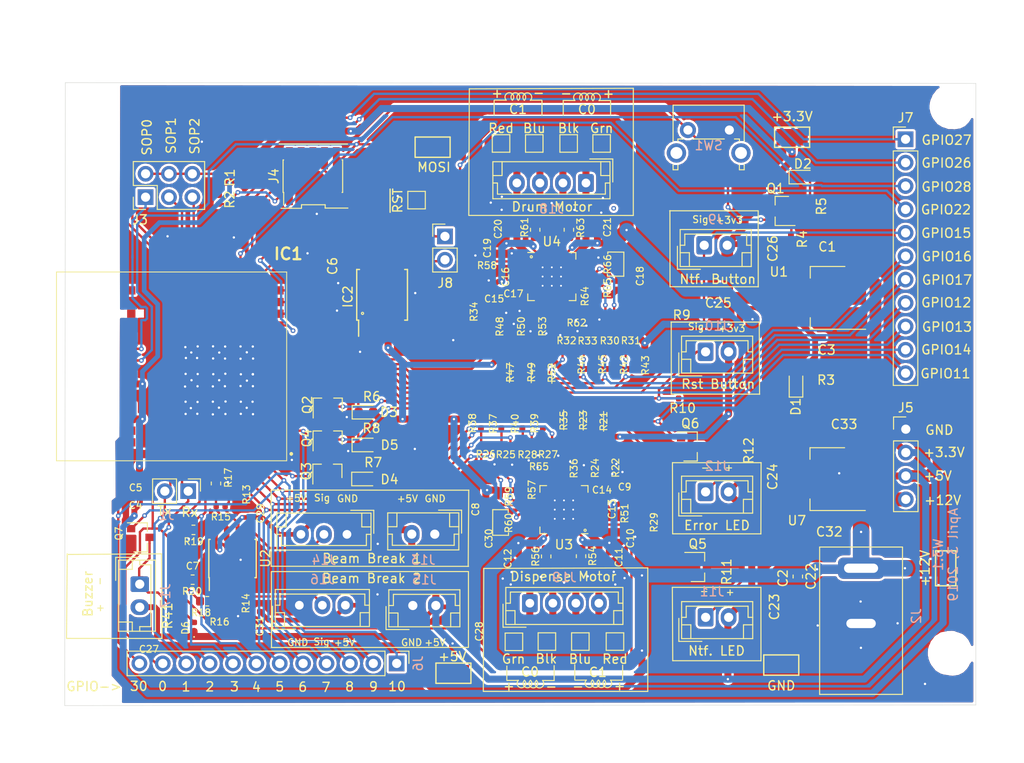
<source format=kicad_pcb>
(kicad_pcb (version 20171130) (host pcbnew "(6.0.0-rc1-dev-1030-g80d50d98b)")
  (layers (0 F.Cu signal) (31 B.Cu signal) (34 B.Paste user) (35 F.Paste user) (36 B.SilkS user) (37 F.SilkS user) (38 B.Mask user) (39 F.Mask user) (44 Edge.Cuts user))
  (net 0 "")
  (net 1 "Net-(IC1-Pad45)")
  (net 2 "Net-(IC1-Pad41)")
  (net 3 "Net-(IC1-Pad39)")
  (net 4 "Net-(IC1-Pad33)")
  (net 5 "Net-(IC1-Pad31)")
  (net 6 "Net-(IC1-Pad29)")
  (net 7 "Net-(IC1-Pad20)")
  (net 8 GND)
  (net 9 "Net-(D3-Pad1)")
  (net 10 "Net-(D4-Pad1)")
  (net 11 "Net-(D5-Pad1)")
  (net 12 "Net-(J4-Pad1)")
  (net 13 "Net-(Q1-Pad3)")
  (net 14 "Net-(Q2-Pad3)")
  (net 15 "Net-(Q3-Pad3)")
  (net 16 "Net-(Q4-Pad3)")
  (net 17 "Net-(J3-Pad2)")
  (net 18 +3V3)
  (net 19 "Net-(C14-Pad1)")
  (net 20 +5V)
  (net 21 "Net-(D1-Pad1)")
  (net 22 "Net-(IC2-Pad5)")
  (net 23 "Net-(C9-Pad2)")
  (net 24 "Net-(C13-Pad2)")
  (net 25 "Net-(C13-Pad1)")
  (net 26 "Net-(C15-Pad2)")
  (net 27 "Net-(C16-Pad2)")
  (net 28 "Net-(C16-Pad1)")
  (net 29 "Net-(C17-Pad1)")
  (net 30 "Net-(D2-Pad2)")
  (net 31 "Net-(D6-Pad2)")
  (net 32 GPIO8)
  (net 33 GPIO7)
  (net 34 GPIO6)
  (net 35 GPIO5)
  (net 36 BBSense2)
  (net 37 BBSense1)
  (net 38 GPIO2)
  (net 39 GPIO1)
  (net 40 GPIO0)
  (net 41 BuzzCtrl)
  (net 42 "Net-(IC1-Pad36)")
  (net 43 nRESET)
  (net 44 SOP0)
  (net 45 GPIO27)
  (net 46 GPIO26)
  (net 47 SOP1)
  (net 48 SOP2)
  (net 49 JTAG_TMS)
  (net 50 JTAG_TCK)
  (net 51 GPIO28)
  (net 52 JTAG_TDO)
  (net 53 FLASH_MOSI)
  (net 54 FLASH_CLK)
  (net 55 FLASH_nCS)
  (net 56 FLASH_MISO)
  (net 57 JTAG_TDI)
  (net 58 GPIO22)
  (net 59 GPIO13)
  (net 60 GPIO12)
  (net 61 GPIO17)
  (net 62 GPIO16)
  (net 63 GPIO15)
  (net 64 GPIO14)
  (net 65 Err_LED)
  (net 66 GPIO10)
  (net 67 "Net-(J11-Pad1)")
  (net 68 "Net-(J12-Pad1)")
  (net 69 "Net-(J14-Pad2)")
  (net 70 "Net-(J16-Pad2)")
  (net 71 D2_OUT2B)
  (net 72 D2_OUT2A)
  (net 73 D2_OUT1B)
  (net 74 D2_OUT1A)
  (net 75 OUT2B)
  (net 76 OUT2A)
  (net 77 OUT1B)
  (net 78 OUT1A)
  (net 79 "Net-(Q5-Pad3)")
  (net 80 "Net-(Q6-Pad3)")
  (net 81 "Net-(R13-Pad1)")
  (net 82 "Net-(R14-Pad1)")
  (net 83 "Net-(R15-Pad2)")
  (net 84 "Net-(R16-Pad2)")
  (net 85 MS1)
  (net 86 MS2)
  (net 87 STEP)
  (net 88 DIR)
  (net 89 ~RESET)
  (net 90 ~SLEEP)
  (net 91 ~ENABLE)
  (net 92 D2_STEP)
  (net 93 D2_DIR)
  (net 94 ~D2_RESET)
  (net 95 ~D2_SLEEP)
  (net 96 ~D2_ENABLE)
  (net 97 MS3)
  (net 98 D2_MS1)
  (net 99 D2_MS2)
  (net 100 D2_MS3)
  (net 101 "Net-(R54-Pad1)")
  (net 102 "Net-(R55-Pad1)")
  (net 103 "Net-(R56-Pad2)")
  (net 104 "Net-(R59-Pad1)")
  (net 105 "Net-(R61-Pad1)")
  (net 106 "Net-(R62-Pad1)")
  (net 107 "Net-(R63-Pad2)")
  (net 108 "Net-(R65-Pad1)")
  (net 109 +12V)
  (net 110 GPIO30)
  (module Connector_PinHeader_1.27mm:PinHeader_2x05_P1.27mm_Vertical_SMD (layer F.Cu) (at 124.32284 80.0354 90)
    (fp_text reference J4 (at 0 -4.235 90) (layer F.SilkS))
    (fp_text value Conn_02x05_Odd_Even)
    (pad 10 smd rect (at 1.95 2.54 90) (size 2.4 0.74) (layers F.Cu F.Paste F.Mask) (net 43 nRESET))
    (pad 9 smd rect (at -1.95 2.54 90) (size 2.4 0.74) (layers F.Cu F.Paste F.Mask) (net 8 GND))
    (pad 8 smd rect (at 1.95 1.27 90) (size 2.4 0.74) (layers F.Cu F.Paste F.Mask) (net 57 JTAG_TDI))
    (pad 7 smd rect (at -1.95 1.27 90) (size 2.4 0.74) (layers F.Cu F.Paste F.Mask) (net 8 GND))
    (pad 6 smd rect (at 1.95 0 90) (size 2.4 0.74) (layers F.Cu F.Paste F.Mask) (net 52 JTAG_TDO))
    (pad 5 smd rect (at -1.95 0 90) (size 2.4 0.74) (layers F.Cu F.Paste F.Mask) (net 8 GND))
    (pad 4 smd rect (at 1.95 -1.27 90) (size 2.4 0.74) (layers F.Cu F.Paste F.Mask) (net 50 JTAG_TCK))
    (pad 3 smd rect (at -1.95 -1.27 90) (size 2.4 0.74) (layers F.Cu F.Paste F.Mask) (net 8 GND))
    (pad 2 smd rect (at 1.95 -2.54 90) (size 2.4 0.74) (layers F.Cu F.Paste F.Mask) (net 49 JTAG_TMS))
    (pad 1 smd rect (at -1.95 -2.54 90) (size 2.4 0.74) (layers F.Cu F.Paste F.Mask) (net 12 "Net-(J4-Pad1)"))
  )
  (module Resistor_SMD:R_0402_1005Metric (layer F.Cu) (at 109.64672 127.889 90)
    (fp_text reference R41 (at 0.10668 -1.0922 90) (layer F.SilkS))
    (fp_text value 1K)
    (pad 2 smd roundrect (at 0.485 0 90) (size 0.59 0.64) (layers F.Cu F.Paste F.Mask) (net 31 "Net-(D6-Pad2)"))
    (pad 1 smd roundrect (at -0.485 0 90) (size 0.59 0.64) (layers F.Cu F.Paste F.Mask) (net 109 +12V))
  )
  (module Connector_PinHeader_2.54mm:PinHeader_1x11_P2.54mm_Vertical (layer F.Cu) (at 188.68644 76.02728)
    (fp_text reference J7 (at 0 -2.33) (layer F.SilkS))
    (fp_text value Conn_01x11_Male)
    (pad 11 thru_hole oval (at 0 25.4) (size 1.7 1.7) (drill 1) (layers *.Cu *.Mask) (net 65 Err_LED))
    (pad 10 thru_hole oval (at 0 22.86) (size 1.7 1.7) (drill 1) (layers *.Cu *.Mask) (net 64 GPIO14))
    (pad 9 thru_hole oval (at 0 20.32) (size 1.7 1.7) (drill 1) (layers *.Cu *.Mask) (net 59 GPIO13))
    (pad 8 thru_hole oval (at 0 17.78) (size 1.7 1.7) (drill 1) (layers *.Cu *.Mask) (net 60 GPIO12))
    (pad 7 thru_hole oval (at 0 15.24) (size 1.7 1.7) (drill 1) (layers *.Cu *.Mask) (net 61 GPIO17))
    (pad 6 thru_hole oval (at 0 12.7) (size 1.7 1.7) (drill 1) (layers *.Cu *.Mask) (net 62 GPIO16))
    (pad 5 thru_hole oval (at 0 10.16) (size 1.7 1.7) (drill 1) (layers *.Cu *.Mask) (net 63 GPIO15))
    (pad 4 thru_hole oval (at 0 7.62) (size 1.7 1.7) (drill 1) (layers *.Cu *.Mask) (net 58 GPIO22))
    (pad 3 thru_hole oval (at 0 5.08) (size 1.7 1.7) (drill 1) (layers *.Cu *.Mask) (net 51 GPIO28))
    (pad 2 thru_hole oval (at 0 2.54) (size 1.7 1.7) (drill 1) (layers *.Cu *.Mask) (net 46 GPIO26))
    (pad 1 thru_hole rect (at 0 0) (size 1.7 1.7) (drill 1) (layers *.Cu *.Mask) (net 45 GPIO27))
  )
  (module Resistor_SMD:R_0402_1005Metric (layer F.Cu) (at 145.71472 99.3648 270)
    (fp_text reference R47 (at 2.00152 -0.05588 270) (layer F.SilkS) (effects (font (size 0.746 0.746) (thickness 0.1246))))
    (fp_text value 0)
    (pad 2 smd roundrect (at 0.485 0 270) (size 0.59 0.64) (layers F.Cu F.Paste F.Mask) (net 18 +3V3))
    (pad 1 smd roundrect (at -0.485 0 270) (size 0.59 0.64) (layers F.Cu F.Paste F.Mask) (net 98 D2_MS1))
  )
  (module Connector_PinHeader_2.54mm:PinHeader_1x04_P2.54mm_Vertical (layer F.Cu) (at 188.71184 107.51312)
    (fp_text reference J5 (at 0 -2.33) (layer F.SilkS))
    (fp_text value Conn_01x04_Male)
    (pad 4 thru_hole oval (at 0 7.62) (size 1.7 1.7) (drill 1) (layers *.Cu *.Mask) (net 109 +12V))
    (pad 3 thru_hole oval (at 0 5.08) (size 1.7 1.7) (drill 1) (layers *.Cu *.Mask) (net 20 +5V))
    (pad 2 thru_hole oval (at 0 2.54) (size 1.7 1.7) (drill 1) (layers *.Cu *.Mask) (net 18 +3V3))
    (pad 1 thru_hole rect (at 0 0) (size 1.7 1.7) (drill 1) (layers *.Cu *.Mask) (net 8 GND))
  )
  (module Package_TO_SOT_SMD:SOT-223-3_TabPin2 (layer F.Cu) (at 180.21808 112.93348 180)
    (fp_text reference U7 (at 3.33248 -4.50088 180) (layer F.SilkS))
    (fp_text value LM340)
    (pad 1 smd rect (at -3.15 -2.3 180) (size 2 1.5) (layers F.Cu F.Paste F.Mask) (net 109 +12V))
    (pad 3 smd rect (at -3.15 2.3 180) (size 2 1.5) (layers F.Cu F.Paste F.Mask) (net 20 +5V))
    (pad 2 smd rect (at -3.15 0 180) (size 2 1.5) (layers F.Cu F.Paste F.Mask) (net 8 GND))
    (pad 2 smd rect (at 3.15 0 180) (size 2 3.8) (layers F.Cu F.Paste F.Mask) (net 8 GND))
  )
  (module TestPoint:TestPoint_Keystone_5015_Micro-Minature (layer F.Cu) (at 139.58824 134.0104)
    (fp_text reference +5V (at -0.11176 -1.80848) (layer F.SilkS))
    (fp_text value TestPoint_Flag)
    (pad 1 smd rect (at 0 0) (size 3.4 1.8) (layers F.Cu F.Paste F.Mask) (net 20 +5V))
  )
  (module Capacitor_SMD:C_0402_1005Metric (layer F.Cu) (at 181.9656 108.39196 180)
    (fp_text reference C33 (at -0.04572 1.41224 180) (layer F.SilkS))
    (fp_text value 0.1uF)
    (pad 2 smd roundrect (at 0.485 0 180) (size 0.59 0.64) (layers F.Cu F.Paste F.Mask) (net 8 GND))
    (pad 1 smd roundrect (at -0.485 0 180) (size 0.59 0.64) (layers F.Cu F.Paste F.Mask) (net 20 +5V))
  )
  (module Capacitor_SMD:C_0402_1005Metric (layer F.Cu) (at 180.40604 117.48516 180)
    (fp_text reference C32 (at 0 -1.17 180) (layer F.SilkS))
    (fp_text value 0.22uF)
    (pad 2 smd roundrect (at 0.485 0 180) (size 0.59 0.64) (layers F.Cu F.Paste F.Mask) (net 8 GND))
    (pad 1 smd roundrect (at -0.485 0 180) (size 0.59 0.64) (layers F.Cu F.Paste F.Mask) (net 109 +12V))
  )
  (module TestPoint:TestPoint_Pad_1.5x1.5mm (layer F.Cu) (at 135.5852 82.63636)
    (fp_text reference ~RST (at -2.05232 0.06096 90) (layer F.SilkS))
    (fp_text value TestPoint_Flag)
    (pad 1 smd rect (at 0 0) (size 1.5 1.5) (layers F.Cu F.Mask) (net 43 nRESET))
  )
  (module Capacitor_SMD:C_0402_1005Metric (layer F.Cu) (at 118.5672 126.83744 90)
    (fp_text reference C31 (at -2.08788 -0.00508 90) (layer F.SilkS) (effects (font (size 0.746 0.746) (thickness 0.1246))))
    (fp_text value 0.1uF)
    (pad 2 smd roundrect (at 0.485 0 90) (size 0.59 0.64) (layers F.Cu F.Paste F.Mask) (net 8 GND))
    (pad 1 smd roundrect (at -0.485 0 90) (size 0.59 0.64) (layers F.Cu F.Paste F.Mask) (net 20 +5V))
  )
  (module Capacitor_SMD:C_0402_1005Metric (layer F.Cu) (at 142.22476 119.4308 90)
    (fp_text reference C30 (at 0.04572 1.21412 90) (layer F.SilkS) (effects (font (size 0.746 0.746) (thickness 0.1246))))
    (fp_text value 0.1uF)
    (pad 2 smd roundrect (at 0.485 0 90) (size 0.59 0.64) (layers F.Cu F.Paste F.Mask) (net 8 GND))
    (pad 1 smd roundrect (at -0.485 0 90) (size 0.59 0.64) (layers F.Cu F.Paste F.Mask) (net 20 +5V))
  )
  (module Capacitor_SMD:C_0402_1005Metric (layer F.Cu) (at 117.68328 116.6114 90)
    (fp_text reference C29 (at -0.04572 0.96012 -90) (layer F.SilkS) (effects (font (size 0.746 0.746) (thickness 0.1246))))
    (fp_text value 0.1uF)
    (pad 2 smd roundrect (at 0.485 0 90) (size 0.59 0.64) (layers F.Cu F.Paste F.Mask) (net 8 GND))
    (pad 1 smd roundrect (at -0.485 0 90) (size 0.59 0.64) (layers F.Cu F.Paste F.Mask) (net 20 +5V))
  )
  (module Capacitor_SMD:C_0402_1005Metric (layer F.Cu) (at 141.95044 127.29464 270)
    (fp_text reference C28 (at 2.17932 -0.43688 270) (layer F.SilkS) (effects (font (size 0.746 0.746) (thickness 0.1246))))
    (fp_text value 0.1uF)
    (pad 2 smd roundrect (at 0.485 0 270) (size 0.59 0.64) (layers F.Cu F.Paste F.Mask) (net 8 GND))
    (pad 1 smd roundrect (at -0.485 0 270) (size 0.59 0.64) (layers F.Cu F.Paste F.Mask) (net 20 +5V))
  )
  (module Capacitor_SMD:C_0402_1005Metric (layer F.Cu) (at 106.49204 130.42392 180)
    (fp_text reference C27 (at -0.03556 -0.98044 180) (layer F.SilkS) (effects (font (size 0.746 0.746) (thickness 0.1246))))
    (fp_text value 0.1uF)
    (pad 2 smd roundrect (at 0.485 0 180) (size 0.59 0.64) (layers F.Cu F.Paste F.Mask) (net 8 GND))
    (pad 1 smd roundrect (at -0.485 0 180) (size 0.59 0.64) (layers F.Cu F.Paste F.Mask) (net 109 +12V))
  )
  (module Capacitor_SMD:C_0402_1005Metric (layer F.Cu) (at 173.09592 87.89924 270)
    (fp_text reference C26 (at 0 -1.17 270) (layer F.SilkS))
    (fp_text value 0.1uF)
    (pad 2 smd roundrect (at 0.485 0 270) (size 0.59 0.64) (layers F.Cu F.Paste F.Mask) (net 8 GND))
    (pad 1 smd roundrect (at -0.485 0 270) (size 0.59 0.64) (layers F.Cu F.Paste F.Mask) (net 18 +3V3))
  )
  (module Capacitor_SMD:C_0402_1005Metric (layer F.Cu) (at 168.69156 95.08744 180)
    (fp_text reference C25 (at 0.33528 1.28524 180) (layer F.SilkS))
    (fp_text value 0.1uF)
    (pad 2 smd roundrect (at 0.485 0 180) (size 0.59 0.64) (layers F.Cu F.Paste F.Mask) (net 8 GND))
    (pad 1 smd roundrect (at -0.485 0 180) (size 0.59 0.64) (layers F.Cu F.Paste F.Mask) (net 18 +3V3))
  )
  (module Capacitor_SMD:C_0402_1005Metric (layer F.Cu) (at 173.08068 112.67948 270)
    (fp_text reference C24 (at 0 -1.17 270) (layer F.SilkS))
    (fp_text value 0.1uF)
    (pad 2 smd roundrect (at 0.485 0 270) (size 0.59 0.64) (layers F.Cu F.Paste F.Mask) (net 8 GND))
    (pad 1 smd roundrect (at -0.485 0 270) (size 0.59 0.64) (layers F.Cu F.Paste F.Mask) (net 20 +5V))
  )
  (module Capacitor_SMD:C_0402_1005Metric (layer F.Cu) (at 173.27372 126.80696 270)
    (fp_text reference C23 (at 0 -1.17 270) (layer F.SilkS))
    (fp_text value 0.1uF)
    (pad 2 smd roundrect (at 0.485 0 270) (size 0.59 0.64) (layers F.Cu F.Paste F.Mask) (net 8 GND))
    (pad 1 smd roundrect (at -0.485 0 270) (size 0.59 0.64) (layers F.Cu F.Paste F.Mask) (net 20 +5V))
  )
  (module Connector_PinHeader_2.54mm:PinHeader_1x02_P2.54mm_Vertical (layer F.Cu) (at 110.78718 114.24158 270)
    (fp_text reference J1 (at 2.6162 2.3495) (layer B.SilkS) (effects (justify mirror)))
    (fp_text value Conn_01x02_Male)
    (pad 2 thru_hole oval (at 0 2.54 270) (size 1.7 1.7) (drill 1) (layers *.Cu *.Mask) (net 39 GPIO1))
    (pad 1 thru_hole rect (at 0 0 270) (size 1.7 1.7) (drill 1) (layers *.Cu *.Mask) (net 38 GPIO2))
  )
  (module Capacitor_SMD:C_0402_1005Metric (layer F.Cu) (at 111.25708 121.32818 180)
    (fp_text reference C7 (at -0.01016 -1.03886 180) (layer F.SilkS) (effects (font (size 0.746 0.746) (thickness 0.1246))))
    (fp_text value 0.1uF)
    (pad 2 smd roundrect (at 0.485 0 180) (size 0.59 0.64) (layers F.Cu F.Paste F.Mask) (net 8 GND))
    (pad 1 smd roundrect (at -0.485 0 180) (size 0.59 0.64) (layers F.Cu F.Paste F.Mask) (net 20 +5V))
  )
  (module Package_SO:SOIC-8_3.9x4.9mm_P1.27mm (layer F.Cu) (at 115.60048 121.55678 90)
    (fp_text reference U2 (at 0.005549 3.575144 90) (layer F.SilkS))
    (fp_text value TLC272)
    (pad 8 smd rect (at 2.7 -1.905 90) (size 1.55 0.6) (layers F.Cu F.Paste F.Mask) (net 20 +5V))
    (pad 7 smd rect (at 2.7 -0.635 90) (size 1.55 0.6) (layers F.Cu F.Paste F.Mask) (net 83 "Net-(R15-Pad2)"))
    (pad 6 smd rect (at 2.7 0.635 90) (size 1.55 0.6) (layers F.Cu F.Paste F.Mask) (net 81 "Net-(R13-Pad1)"))
    (pad 5 smd rect (at 2.7 1.905 90) (size 1.55 0.6) (layers F.Cu F.Paste F.Mask) (net 69 "Net-(J14-Pad2)"))
    (pad 4 smd rect (at -2.7 1.905 90) (size 1.55 0.6) (layers F.Cu F.Paste F.Mask) (net 8 GND))
    (pad 3 smd rect (at -2.7 0.635 90) (size 1.55 0.6) (layers F.Cu F.Paste F.Mask) (net 70 "Net-(J16-Pad2)"))
    (pad 2 smd rect (at -2.7 -0.635 90) (size 1.55 0.6) (layers F.Cu F.Paste F.Mask) (net 82 "Net-(R14-Pad1)"))
    (pad 1 smd rect (at -2.7 -1.905 90) (size 1.55 0.6) (layers F.Cu F.Paste F.Mask) (net 84 "Net-(R16-Pad2)"))
  )
  (module Resistor_SMD:R_0402_1005Metric (layer F.Cu) (at 115.68176 114.4778)
    (fp_text reference R13 (at 1.44272 0.12954 90) (layer F.SilkS) (effects (font (size 0.746 0.746) (thickness 0.1246))))
    (fp_text value 1K)
    (pad 2 smd roundrect (at 0.485 0) (size 0.59 0.64) (layers F.Cu F.Paste F.Mask) (net 8 GND))
    (pad 1 smd roundrect (at -0.485 0) (size 0.59 0.64) (layers F.Cu F.Paste F.Mask) (net 81 "Net-(R13-Pad1)"))
  )
  (module Resistor_SMD:R_0402_1005Metric (layer F.Cu) (at 115.49888 126.44628)
    (fp_text reference R14 (at 1.55448 -0.0254 90) (layer F.SilkS) (effects (font (size 0.746 0.746) (thickness 0.1246))))
    (fp_text value 1K)
    (pad 2 smd roundrect (at 0.485 0) (size 0.59 0.64) (layers F.Cu F.Paste F.Mask) (net 8 GND))
    (pad 1 smd roundrect (at -0.485 0) (size 0.59 0.64) (layers F.Cu F.Paste F.Mask) (net 82 "Net-(R14-Pad1)"))
  )
  (module Resistor_SMD:R_0402_1005Metric (layer F.Cu) (at 114.31016 115.8748 180)
    (fp_text reference R15 (at -0.02032 -1.15824 180) (layer F.SilkS) (effects (font (size 0.746 0.746) (thickness 0.1246))))
    (fp_text value 18K)
    (pad 2 smd roundrect (at 0.485 0 180) (size 0.59 0.64) (layers F.Cu F.Paste F.Mask) (net 83 "Net-(R15-Pad2)"))
    (pad 1 smd roundrect (at -0.485 0 180) (size 0.59 0.64) (layers F.Cu F.Paste F.Mask) (net 81 "Net-(R13-Pad1)"))
  )
  (module Resistor_SMD:R_0402_1005Metric (layer F.Cu) (at 114.19078 127.56388 180)
    (fp_text reference R16 (at 0.00254 -0.87376 180) (layer F.SilkS) (effects (font (size 0.746 0.746) (thickness 0.1246))))
    (fp_text value 18K)
    (pad 2 smd roundrect (at 0.485 0 180) (size 0.59 0.64) (layers F.Cu F.Paste F.Mask) (net 84 "Net-(R16-Pad2)"))
    (pad 1 smd roundrect (at -0.485 0 180) (size 0.59 0.64) (layers F.Cu F.Paste F.Mask) (net 82 "Net-(R14-Pad1)"))
  )
  (module Resistor_SMD:R_0603_1608Metric (layer F.Cu) (at 113.80216 113.40592 270)
    (fp_text reference R17 (at -0.61976 -1.33096 270) (layer F.SilkS) (effects (font (size 0.746 0.746) (thickness 0.1246))))
    (fp_text value 680)
    (pad 2 smd roundrect (at 0.7875 0 270) (size 0.875 0.95) (layers F.Cu F.Paste F.Mask) (net 83 "Net-(R15-Pad2)"))
    (pad 1 smd roundrect (at -0.7875 0 270) (size 0.875 0.95) (layers F.Cu F.Paste F.Mask) (net 37 BBSense1))
  )
  (module Resistor_SMD:R_0603_1608Metric (layer F.Cu) (at 112.85728 126.19228)
    (fp_text reference R18 (at -0.67564 1.2446) (layer F.SilkS) (effects (font (size 0.746 0.746) (thickness 0.1246))))
    (fp_text value 680)
    (pad 2 smd roundrect (at 0.7875 0) (size 0.875 0.95) (layers F.Cu F.Paste F.Mask) (net 84 "Net-(R16-Pad2)"))
    (pad 1 smd roundrect (at -0.7875 0) (size 0.875 0.95) (layers F.Cu F.Paste F.Mask) (net 36 BBSense2))
  )
  (module Resistor_SMD:R_0603_1608Metric (layer F.Cu) (at 111.3536 118.44528)
    (fp_text reference R19 (at 0.02286 1.26746) (layer F.SilkS) (effects (font (size 0.746 0.746) (thickness 0.1246))))
    (fp_text value 330)
    (pad 2 smd roundrect (at 0.7875 0) (size 0.875 0.95) (layers F.Cu F.Paste F.Mask) (net 8 GND))
    (pad 1 smd roundrect (at -0.7875 0) (size 0.875 0.95) (layers F.Cu F.Paste F.Mask) (net 37 BBSense1))
  )
  (module Resistor_SMD:R_0603_1608Metric (layer F.Cu) (at 111.26978 123.85548)
    (fp_text reference R20 (at -0.0635 1.25476) (layer F.SilkS) (effects (font (size 0.746 0.746) (thickness 0.1246))))
    (fp_text value 330)
    (pad 2 smd roundrect (at 0.7875 0) (size 0.875 0.95) (layers F.Cu F.Paste F.Mask) (net 8 GND))
    (pad 1 smd roundrect (at -0.7875 0) (size 0.875 0.95) (layers F.Cu F.Paste F.Mask) (net 36 BBSense2))
  )
  (module Capacitor_SMD:C_0402_1005Metric (layer F.Cu) (at 105.06964 114.90452 180)
    (fp_text reference C4 (at -0.00508 -0.87884 180) (layer F.SilkS) (effects (font (size 0.746 0.746) (thickness 0.1246))))
    (fp_text value 0.1uF)
    (pad 2 smd roundrect (at 0.485 0 180) (size 0.59 0.64) (layers F.Cu F.Paste F.Mask) (net 8 GND))
    (pad 1 smd roundrect (at -0.485 0 180) (size 0.59 0.64) (layers F.Cu F.Paste F.Mask) (net 18 +3V3))
  )
  (module Capacitor_SMD:C_0603_1608Metric (layer F.Cu) (at 176.9872 123.51004 270)
    (fp_text reference C22 (at 0 -1.43 270) (layer F.SilkS))
    (fp_text value 10uF)
    (pad 2 smd roundrect (at 0.7875 0 270) (size 0.875 0.95) (layers F.Cu F.Paste F.Mask) (net 8 GND))
    (pad 1 smd roundrect (at -0.7875 0 270) (size 0.875 0.95) (layers F.Cu F.Paste F.Mask) (net 109 +12V))
  )
  (module Package_DFN_QFN:QFN-28-1EP_5x5mm_P0.5mm_EP3.35x3.35mm_ThermalVias (layer F.Cu) (at 150.27148 90.93708)
    (fp_text reference U4 (at 0 -3.8) (layer F.SilkS))
    (fp_text value A4988)
    (pad 28 smd roundrect (at -1.5 -2.45) (size 0.25 0.8) (layers F.Cu F.Paste F.Mask) (net 109 +12V))
    (pad 27 smd roundrect (at -1 -2.45) (size 0.25 0.8) (layers F.Cu F.Paste F.Mask) (net 105 "Net-(R61-Pad1)"))
    (pad 26 smd roundrect (at -0.5 -2.45) (size 0.25 0.8) (layers F.Cu F.Paste F.Mask) (net 72 D2_OUT2A))
    (pad 25 smd roundrect (at 0 -2.45) (size 0.25 0.8) (layers F.Cu F.Paste F.Mask) (net 8 GND))
    (pad 24 smd roundrect (at 0.5 -2.45) (size 0.25 0.8) (layers F.Cu F.Paste F.Mask) (net 74 D2_OUT1A))
    (pad 23 smd roundrect (at 1 -2.45) (size 0.25 0.8) (layers F.Cu F.Paste F.Mask) (net 107 "Net-(R63-Pad2)"))
    (pad 22 smd roundrect (at 1.5 -2.45) (size 0.25 0.8) (layers F.Cu F.Paste F.Mask) (net 109 +12V))
    (pad 21 smd roundrect (at 2.45 -1.5) (size 0.8 0.25) (layers F.Cu F.Paste F.Mask) (net 73 D2_OUT1B))
    (pad 20 smd roundrect (at 2.45 -1) (size 0.8 0.25) (layers F.Cu F.Paste F.Mask) (net 8 GND))
    (pad 19 smd roundrect (at 2.45 -0.5) (size 0.8 0.25) (layers F.Cu F.Paste F.Mask) (net 93 D2_DIR))
    (pad 18 smd roundrect (at 2.45 0) (size 0.8 0.25) (layers F.Cu F.Paste F.Mask) (net 8 GND))
    (pad 17 smd roundrect (at 2.45 0.5) (size 0.8 0.25) (layers F.Cu F.Paste F.Mask) (net 108 "Net-(R65-Pad1)"))
    (pad 16 smd roundrect (at 2.45 1) (size 0.8 0.25) (layers F.Cu F.Paste F.Mask) (net 92 D2_STEP))
    (pad 15 smd roundrect (at 2.45 1.5) (size 0.8 0.25) (layers F.Cu F.Paste F.Mask) (net 18 +3V3))
    (pad 14 smd roundrect (at 1.5 2.45) (size 0.25 0.8) (layers F.Cu F.Paste F.Mask) (net 95 ~D2_SLEEP))
    (pad 13 smd roundrect (at 1 2.45) (size 0.25 0.8) (layers F.Cu F.Paste F.Mask) (net 106 "Net-(R62-Pad1)"))
    (pad 12 smd roundrect (at 0.5 2.45) (size 0.25 0.8) (layers F.Cu F.Paste F.Mask) (net 94 ~D2_RESET))
    (pad 11 smd roundrect (at 0 2.45) (size 0.25 0.8) (layers F.Cu F.Paste F.Mask) (net 100 D2_MS3))
    (pad 10 smd roundrect (at -0.5 2.45) (size 0.25 0.8) (layers F.Cu F.Paste F.Mask) (net 99 D2_MS2))
    (pad 9 smd roundrect (at -1 2.45) (size 0.25 0.8) (layers F.Cu F.Paste F.Mask) (net 98 D2_MS1))
    (pad 8 smd roundrect (at -1.5 2.45) (size 0.25 0.8) (layers F.Cu F.Paste F.Mask) (net 29 "Net-(C17-Pad1)"))
    (pad 7 smd roundrect (at -2.45 1.5) (size 0.8 0.25) (layers F.Cu F.Paste F.Mask) (net 8 GND))
    (pad 6 smd roundrect (at -2.45 1) (size 0.8 0.25) (layers F.Cu F.Paste F.Mask) (net 26 "Net-(C15-Pad2)"))
    (pad 5 smd roundrect (at -2.45 0.5) (size 0.8 0.25) (layers F.Cu F.Paste F.Mask) (net 28 "Net-(C16-Pad1)"))
    (pad 4 smd roundrect (at -2.45 0) (size 0.8 0.25) (layers F.Cu F.Paste F.Mask) (net 27 "Net-(C16-Pad2)"))
    (pad 3 smd roundrect (at -2.45 -0.5) (size 0.8 0.25) (layers F.Cu F.Paste F.Mask) (net 8 GND))
    (pad 2 smd roundrect (at -2.45 -1) (size 0.8 0.25) (layers F.Cu F.Paste F.Mask) (net 96 ~D2_ENABLE))
    (pad 1 smd roundrect (at -2.45 -1.5) (size 0.8 0.25) (layers F.Cu F.Paste F.Mask) (net 71 D2_OUT2B))
    (pad 29 smd roundrect (at 0 0) (size 2.5 2.5) (layers B.Cu) (roundrect_rratio 0.1) (net 8 GND))
    (pad 29 thru_hole circle (at 1 1) (size 0.5 0.5) (drill 0.2) (layers *.Cu) (net 8 GND))
    (pad 29 thru_hole circle (at 0 1) (size 0.5 0.5) (drill 0.2) (layers *.Cu) (net 8 GND))
    (pad 29 thru_hole circle (at -1 1) (size 0.5 0.5) (drill 0.2) (layers *.Cu) (net 8 GND))
    (pad 29 thru_hole circle (at 1 0) (size 0.5 0.5) (drill 0.2) (layers *.Cu) (net 8 GND))
    (pad 29 thru_hole circle (at 0 0) (size 0.5 0.5) (drill 0.2) (layers *.Cu) (net 8 GND))
    (pad 29 thru_hole circle (at -1 0) (size 0.5 0.5) (drill 0.2) (layers *.Cu) (net 8 GND))
    (pad 29 thru_hole circle (at 1 -1) (size 0.5 0.5) (drill 0.2) (layers *.Cu) (net 8 GND))
    (pad 29 thru_hole circle (at 0 -1) (size 0.5 0.5) (drill 0.2) (layers *.Cu) (net 8 GND))
    (pad 29 thru_hole circle (at -1 -1) (size 0.5 0.5) (drill 0.2) (layers *.Cu) (net 8 GND))
    (pad 29 smd roundrect (at 0 0) (size 3.35 3.35) (layers F.Cu F.Mask) (roundrect_rratio 0.074627) (net 8 GND))
  )
  (module Package_DFN_QFN:QFN-28-1EP_5x5mm_P0.5mm_EP3.35x3.35mm_ThermalVias (layer F.Cu) (at 151.59228 116.24818 180)
    (fp_text reference U3 (at 0 -3.8 180) (layer F.SilkS))
    (fp_text value A4988)
    (pad 28 smd roundrect (at -1.5 -2.45 180) (size 0.25 0.8) (layers F.Cu F.Paste F.Mask) (net 109 +12V))
    (pad 27 smd roundrect (at -1 -2.45 180) (size 0.25 0.8) (layers F.Cu F.Paste F.Mask) (net 101 "Net-(R54-Pad1)"))
    (pad 26 smd roundrect (at -0.5 -2.45 180) (size 0.25 0.8) (layers F.Cu F.Paste F.Mask) (net 76 OUT2A))
    (pad 25 smd roundrect (at 0 -2.45 180) (size 0.25 0.8) (layers F.Cu F.Paste F.Mask) (net 8 GND))
    (pad 24 smd roundrect (at 0.5 -2.45 180) (size 0.25 0.8) (layers F.Cu F.Paste F.Mask) (net 78 OUT1A))
    (pad 23 smd roundrect (at 1 -2.45 180) (size 0.25 0.8) (layers F.Cu F.Paste F.Mask) (net 103 "Net-(R56-Pad2)"))
    (pad 22 smd roundrect (at 1.5 -2.45 180) (size 0.25 0.8) (layers F.Cu F.Paste F.Mask) (net 109 +12V))
    (pad 21 smd roundrect (at 2.45 -1.5 180) (size 0.8 0.25) (layers F.Cu F.Paste F.Mask) (net 77 OUT1B))
    (pad 20 smd roundrect (at 2.45 -1 180) (size 0.8 0.25) (layers F.Cu F.Paste F.Mask) (net 8 GND))
    (pad 19 smd roundrect (at 2.45 -0.5 180) (size 0.8 0.25) (layers F.Cu F.Paste F.Mask) (net 88 DIR))
    (pad 18 smd roundrect (at 2.45 0 180) (size 0.8 0.25) (layers F.Cu F.Paste F.Mask) (net 8 GND))
    (pad 17 smd roundrect (at 2.45 0.5 180) (size 0.8 0.25) (layers F.Cu F.Paste F.Mask) (net 104 "Net-(R59-Pad1)"))
    (pad 16 smd roundrect (at 2.45 1 180) (size 0.8 0.25) (layers F.Cu F.Paste F.Mask) (net 87 STEP))
    (pad 15 smd roundrect (at 2.45 1.5 180) (size 0.8 0.25) (layers F.Cu F.Paste F.Mask) (net 18 +3V3))
    (pad 14 smd roundrect (at 1.5 2.45 180) (size 0.25 0.8) (layers F.Cu F.Paste F.Mask) (net 90 ~SLEEP))
    (pad 13 smd roundrect (at 1 2.45 180) (size 0.25 0.8) (layers F.Cu F.Paste F.Mask) (net 102 "Net-(R55-Pad1)"))
    (pad 12 smd roundrect (at 0.5 2.45 180) (size 0.25 0.8) (layers F.Cu F.Paste F.Mask) (net 89 ~RESET))
    (pad 11 smd roundrect (at 0 2.45 180) (size 0.25 0.8) (layers F.Cu F.Paste F.Mask) (net 97 MS3))
    (pad 10 smd roundrect (at -0.5 2.45 180) (size 0.25 0.8) (layers F.Cu F.Paste F.Mask) (net 86 MS2))
    (pad 9 smd roundrect (at -1 2.45 180) (size 0.25 0.8) (layers F.Cu F.Paste F.Mask) (net 85 MS1))
    (pad 8 smd roundrect (at -1.5 2.45 180) (size 0.25 0.8) (layers F.Cu F.Paste F.Mask) (net 19 "Net-(C14-Pad1)"))
    (pad 7 smd roundrect (at -2.45 1.5 180) (size 0.8 0.25) (layers F.Cu F.Paste F.Mask) (net 8 GND))
    (pad 6 smd roundrect (at -2.45 1 180) (size 0.8 0.25) (layers F.Cu F.Paste F.Mask) (net 23 "Net-(C9-Pad2)"))
    (pad 5 smd roundrect (at -2.45 0.5 180) (size 0.8 0.25) (layers F.Cu F.Paste F.Mask) (net 25 "Net-(C13-Pad1)"))
    (pad 4 smd roundrect (at -2.45 0 180) (size 0.8 0.25) (layers F.Cu F.Paste F.Mask) (net 24 "Net-(C13-Pad2)"))
    (pad 3 smd roundrect (at -2.45 -0.5 180) (size 0.8 0.25) (layers F.Cu F.Paste F.Mask) (net 8 GND))
    (pad 2 smd roundrect (at -2.45 -1 180) (size 0.8 0.25) (layers F.Cu F.Paste F.Mask) (net 91 ~ENABLE))
    (pad 1 smd roundrect (at -2.45 -1.5 180) (size 0.8 0.25) (layers F.Cu F.Paste F.Mask) (net 75 OUT2B))
    (pad 29 smd roundrect (at 0 0 180) (size 2.5 2.5) (layers B.Cu) (roundrect_rratio 0.1) (net 8 GND))
    (pad 29 thru_hole circle (at 1 1 180) (size 0.5 0.5) (drill 0.2) (layers *.Cu) (net 8 GND))
    (pad 29 thru_hole circle (at 0 1 180) (size 0.5 0.5) (drill 0.2) (layers *.Cu) (net 8 GND))
    (pad 29 thru_hole circle (at -1 1 180) (size 0.5 0.5) (drill 0.2) (layers *.Cu) (net 8 GND))
    (pad 29 thru_hole circle (at 1 0 180) (size 0.5 0.5) (drill 0.2) (layers *.Cu) (net 8 GND))
    (pad 29 thru_hole circle (at 0 0 180) (size 0.5 0.5) (drill 0.2) (layers *.Cu) (net 8 GND))
    (pad 29 thru_hole circle (at -1 0 180) (size 0.5 0.5) (drill 0.2) (layers *.Cu) (net 8 GND))
    (pad 29 thru_hole circle (at 1 -1 180) (size 0.5 0.5) (drill 0.2) (layers *.Cu) (net 8 GND))
    (pad 29 thru_hole circle (at 0 -1 180) (size 0.5 0.5) (drill 0.2) (layers *.Cu) (net 8 GND))
    (pad 29 thru_hole circle (at -1 -1 180) (size 0.5 0.5) (drill 0.2) (layers *.Cu) (net 8 GND))
    (pad 29 smd roundrect (at 0 0 180) (size 3.35 3.35) (layers F.Cu F.Mask) (roundrect_rratio 0.074627) (net 8 GND))
  )
  (module Package_TO_SOT_SMD:SOT-223-3_TabPin2 (layer F.Cu) (at 180.24856 93.25356 180)
    (fp_text reference U1 (at 5.31876 2.82956 180) (layer F.SilkS))
    (fp_text value AP2114)
    (pad 1 smd rect (at -3.15 -2.3 180) (size 2 1.5) (layers F.Cu F.Paste F.Mask) (net 8 GND))
    (pad 3 smd rect (at -3.15 2.3 180) (size 2 1.5) (layers F.Cu F.Paste F.Mask) (net 20 +5V))
    (pad 2 smd rect (at -3.15 0 180) (size 2 1.5) (layers F.Cu F.Paste F.Mask) (net 18 +3V3))
    (pad 2 smd rect (at 3.15 0 180) (size 2 3.8) (layers F.Cu F.Paste F.Mask) (net 18 +3V3))
  )
  (module TestPoint:TestPoint_Keystone_5015_Micro-Minature (layer F.Cu) (at 137.32764 76.8858 180)
    (fp_text reference MOSI (at -0.14224 -2.1844 180) (layer F.SilkS))
    (fp_text value TestPoint_Flag)
    (pad 1 smd rect (at 0 0 180) (size 3.4 1.8) (layers F.Cu F.Paste F.Mask) (net 53 FLASH_MOSI))
  )
  (module TestPoint:TestPoint_Pad_1.5x1.5mm (layer F.Cu) (at 157.12948 130.57378 180)
    (fp_text reference Red (at 0 -1.89738 180) (layer F.SilkS))
    (fp_text value TestPoint_Flag)
    (pad 1 smd rect (at 0 0 180) (size 1.5 1.5) (layers F.Cu F.Mask) (net 75 OUT2B))
  )
  (module TestPoint:TestPoint_Pad_1.5x1.5mm (layer F.Cu) (at 146.15668 130.59918 180)
    (fp_text reference Grn (at 0.04064 -1.87198 180) (layer F.SilkS))
    (fp_text value TestPoint_Flag)
    (pad 1 smd rect (at 0 0 180) (size 1.5 1.5) (layers F.Cu F.Mask) (net 77 OUT1B))
  )
  (module TestPoint:TestPoint_Pad_1.5x1.5mm (layer F.Cu) (at 144.75968 76.48448)
    (fp_text reference Red (at 0 -1.648) (layer F.SilkS))
    (fp_text value TestPoint_Flag)
    (pad 1 smd rect (at 0 0) (size 1.5 1.5) (layers F.Cu F.Mask) (net 71 D2_OUT2B))
  )
  (module TestPoint:TestPoint_Pad_1.5x1.5mm (layer F.Cu) (at 155.68168 76.48448)
    (fp_text reference Grn (at 0 -1.648) (layer F.SilkS))
    (fp_text value TestPoint_Flag)
    (pad 1 smd rect (at 0 0) (size 1.5 1.5) (layers F.Cu F.Mask) (net 73 D2_OUT1B))
  )
  (module TestPoint:TestPoint_Pad_1.5x1.5mm (layer F.Cu) (at 153.37028 130.57378 180)
    (fp_text reference Blu (at 0.03048 -1.89738 180) (layer F.SilkS))
    (fp_text value TestPoint_Flag)
    (pad 1 smd rect (at 0 0 180) (size 1.5 1.5) (layers F.Cu F.Mask) (net 76 OUT2A))
  )
  (module TestPoint:TestPoint_Pad_1.5x1.5mm (layer F.Cu) (at 149.73808 130.57378 180)
    (fp_text reference Blk (at 0.06096 -1.87198 180) (layer F.SilkS))
    (fp_text value TestPoint_Flag)
    (pad 1 smd rect (at 0 0 180) (size 1.5 1.5) (layers F.Cu F.Mask) (net 78 OUT1A))
  )
  (module TestPoint:TestPoint_Pad_1.5x1.5mm (layer F.Cu) (at 148.36648 76.48448)
    (fp_text reference Blu (at 0 -1.648) (layer F.SilkS))
    (fp_text value TestPoint_Flag)
    (pad 1 smd rect (at 0 0) (size 1.5 1.5) (layers F.Cu F.Mask) (net 72 D2_OUT2A))
  )
  (module TestPoint:TestPoint_Pad_1.5x1.5mm (layer F.Cu) (at 152.10028 76.48448)
    (fp_text reference Blk (at 0 -1.648) (layer F.SilkS))
    (fp_text value TestPoint_Flag)
    (pad 1 smd rect (at 0 0) (size 1.5 1.5) (layers F.Cu F.Mask) (net 74 D2_OUT1A))
  )
  (module Button_Switch_THT:SW_Tactile_SPST_Angled_PTS645Vx39-2LFS (layer F.Cu) (at 165.05428 75.02652)
    (fp_text reference SW1 (at 2.25 1.68) (layer B.SilkS) (effects (justify mirror)))
    (fp_text value SW_Push)
    (pad "" thru_hole circle (at -1.25 2.49) (size 2.1 2.1) (drill 1.3) (layers *.Cu *.Mask))
    (pad 1 thru_hole circle (at 0 0) (size 1.75 1.75) (drill 0.99) (layers *.Cu *.Mask) (net 43 nRESET))
    (pad 2 thru_hole circle (at 4.5 0) (size 1.75 1.75) (drill 0.99) (layers *.Cu *.Mask) (net 8 GND))
    (pad "" thru_hole circle (at 5.76 2.49) (size 2.1 2.1) (drill 1.3) (layers *.Cu *.Mask))
  )
  (module Resistor_SMD:R_0402_1005Metric (layer F.Cu) (at 157.25648 89.89568 90)
    (fp_text reference R66 (at 0.29972 -0.92456 90) (layer F.SilkS) (effects (font (size 0.746 0.746) (thickness 0.1246))))
    (fp_text value 18K)
    (pad 2 smd roundrect (at 0.485 0 90) (size 0.59 0.64) (layers F.Cu F.Paste F.Mask) (net 8 GND))
    (pad 1 smd roundrect (at -0.485 0 90) (size 0.59 0.64) (layers F.Cu F.Paste F.Mask) (net 108 "Net-(R65-Pad1)"))
  )
  (module Resistor_SMD:R_0402_1005Metric (layer F.Cu) (at 157.28188 91.92768 270)
    (fp_text reference R65 (at 0.24892 0.96012 270) (layer F.SilkS) (effects (font (size 0.746 0.746) (thickness 0.1246))))
    (fp_text value 20K)
    (pad 2 smd roundrect (at 0.485 0 270) (size 0.59 0.64) (layers F.Cu F.Paste F.Mask) (net 18 +3V3))
    (pad 1 smd roundrect (at -0.485 0 270) (size 0.59 0.64) (layers F.Cu F.Paste F.Mask) (net 108 "Net-(R65-Pad1)"))
  )
  (module Resistor_SMD:R_0402_1005Metric (layer F.Cu) (at 154.79268 93.12148 270)
    (fp_text reference R64 (at -0.04572 0.91948 270) (layer F.SilkS) (effects (font (size 0.746 0.746) (thickness 0.1246))))
    (fp_text value 100K)
    (pad 2 smd roundrect (at 0.485 0 270) (size 0.59 0.64) (layers F.Cu F.Paste F.Mask) (net 95 ~D2_SLEEP))
    (pad 1 smd roundrect (at -0.485 0 270) (size 0.59 0.64) (layers F.Cu F.Paste F.Mask) (net 18 +3V3))
  )
  (module Resistor_SMD:R_0603_1608Metric (layer F.Cu) (at 152.12568 85.85708 270)
    (fp_text reference R63 (at -0.21336 -1.27 270) (layer F.SilkS) (effects (font (size 0.746 0.746) (thickness 0.1246))))
    (fp_text value 0.2)
    (pad 2 smd roundrect (at 0.7875 0 270) (size 0.875 0.95) (layers F.Cu F.Paste F.Mask) (net 107 "Net-(R63-Pad2)"))
    (pad 1 smd roundrect (at -0.7875 0 270) (size 0.875 0.95) (layers F.Cu F.Paste F.Mask) (net 8 GND))
  )
  (module Resistor_SMD:R_0402_1005Metric (layer F.Cu) (at 153.04008 94.72168)
    (fp_text reference R62 (at -0.0762 1.2446) (layer F.SilkS) (effects (font (size 0.746 0.746) (thickness 0.1246))))
    (fp_text value 10K)
    (pad 2 smd roundrect (at 0.485 0) (size 0.59 0.64) (layers F.Cu F.Paste F.Mask) (net 8 GND))
    (pad 1 smd roundrect (at -0.485 0) (size 0.59 0.64) (layers F.Cu F.Paste F.Mask) (net 106 "Net-(R62-Pad1)"))
  )
  (module Resistor_SMD:R_0603_1608Metric (layer F.Cu) (at 148.46808 85.85708 90)
    (fp_text reference R61 (at 0.26924 -1.15316 90) (layer F.SilkS) (effects (font (size 0.746 0.746) (thickness 0.1246))))
    (fp_text value 0.2)
    (pad 2 smd roundrect (at 0.7875 0 90) (size 0.875 0.95) (layers F.Cu F.Paste F.Mask) (net 8 GND))
    (pad 1 smd roundrect (at -0.7875 0 90) (size 0.875 0.95) (layers F.Cu F.Paste F.Mask) (net 105 "Net-(R61-Pad1)"))
  )
  (module Resistor_SMD:R_0402_1005Metric (layer F.Cu) (at 144.58188 117.28958 270)
    (fp_text reference R60 (at 0.40894 -1.01092 270) (layer F.SilkS) (effects (font (size 0.746 0.746) (thickness 0.1246))))
    (fp_text value 18K)
    (pad 2 smd roundrect (at 0.485 0 270) (size 0.59 0.64) (layers F.Cu F.Paste F.Mask) (net 8 GND))
    (pad 1 smd roundrect (at -0.485 0 270) (size 0.59 0.64) (layers F.Cu F.Paste F.Mask) (net 104 "Net-(R59-Pad1)"))
  )
  (module Resistor_SMD:R_0402_1005Metric (layer F.Cu) (at 144.58188 115.25758 90)
    (fp_text reference R59 (at 0.43942 1.0414 90) (layer F.SilkS) (effects (font (size 0.746 0.746) (thickness 0.1246))))
    (fp_text value 20K)
    (pad 2 smd roundrect (at 0.485 0 90) (size 0.59 0.64) (layers F.Cu F.Paste F.Mask) (net 18 +3V3))
    (pad 1 smd roundrect (at -0.485 0 90) (size 0.59 0.64) (layers F.Cu F.Paste F.Mask) (net 104 "Net-(R59-Pad1)"))
  )
  (module Resistor_SMD:R_0402_1005Metric (layer F.Cu) (at 143.24838 90.58148)
    (fp_text reference R58 (at -0.0127 -0.84328) (layer F.SilkS) (effects (font (size 0.746 0.746) (thickness 0.1246))))
    (fp_text value 100K)
    (pad 2 smd roundrect (at 0.485 0) (size 0.59 0.64) (layers F.Cu F.Paste F.Mask) (net 8 GND))
    (pad 1 smd roundrect (at -0.485 0) (size 0.59 0.64) (layers F.Cu F.Paste F.Mask) (net 96 ~D2_ENABLE))
  )
  (module Resistor_SMD:R_0402_1005Metric (layer F.Cu) (at 147.09648 114.06378 90)
    (fp_text reference R57 (at -0.0381 1.016 90) (layer F.SilkS) (effects (font (size 0.746 0.746) (thickness 0.1246))))
    (fp_text value 100K)
    (pad 2 smd roundrect (at 0.485 0 90) (size 0.59 0.64) (layers F.Cu F.Paste F.Mask) (net 90 ~SLEEP))
    (pad 1 smd roundrect (at -0.485 0 90) (size 0.59 0.64) (layers F.Cu F.Paste F.Mask) (net 18 +3V3))
  )
  (module Resistor_SMD:R_0603_1608Metric (layer F.Cu) (at 149.66188 121.32818 90)
    (fp_text reference R56 (at -0.01778 -1.14808 90) (layer F.SilkS) (effects (font (size 0.746 0.746) (thickness 0.1246))))
    (fp_text value 0.2)
    (pad 2 smd roundrect (at 0.7875 0 90) (size 0.875 0.95) (layers F.Cu F.Paste F.Mask) (net 103 "Net-(R56-Pad2)"))
    (pad 1 smd roundrect (at -0.7875 0 90) (size 0.875 0.95) (layers F.Cu F.Paste F.Mask) (net 8 GND))
  )
  (module Resistor_SMD:R_0402_1005Metric (layer F.Cu) (at 148.84908 112.48898 180)
    (fp_text reference R55 (at -0.03048 0.91186 180) (layer F.SilkS) (effects (font (size 0.746 0.746) (thickness 0.1246))))
    (fp_text value 10K)
    (pad 2 smd roundrect (at 0.485 0 180) (size 0.59 0.64) (layers F.Cu F.Paste F.Mask) (net 8 GND))
    (pad 1 smd roundrect (at -0.485 0 180) (size 0.59 0.64) (layers F.Cu F.Paste F.Mask) (net 102 "Net-(R55-Pad1)"))
  )
  (module Resistor_SMD:R_0603_1608Metric (layer F.Cu) (at 153.44648 121.30278 270)
    (fp_text reference R54 (at -0.02286 -1.25476 270) (layer F.SilkS) (effects (font (size 0.746 0.746) (thickness 0.1246))))
    (fp_text value 0.2)
    (pad 2 smd roundrect (at 0.7875 0 270) (size 0.875 0.95) (layers F.Cu F.Paste F.Mask) (net 8 GND))
    (pad 1 smd roundrect (at -0.7875 0 270) (size 0.875 0.95) (layers F.Cu F.Paste F.Mask) (net 101 "Net-(R54-Pad1)"))
  )
  (module Resistor_SMD:R_0402_1005Metric (layer F.Cu) (at 149.20468 98.43008 90)
    (fp_text reference R53 (at 2.07772 0.05588 90) (layer F.SilkS) (effects (font (size 0.746 0.746) (thickness 0.1246))))
    (fp_text value 20K)
    (pad 2 smd roundrect (at 0.485 0 90) (size 0.59 0.64) (layers F.Cu F.Paste F.Mask) (net 8 GND))
    (pad 1 smd roundrect (at -0.485 0 90) (size 0.59 0.64) (layers F.Cu F.Paste F.Mask) (net 100 D2_MS3))
  )
  (module Resistor_SMD:R_0402_1005Metric (layer F.Cu) (at 150.27148 99.39528 270)
    (fp_text reference R52 (at 1.99644 -0.01016 270) (layer F.SilkS) (effects (font (size 0.746 0.746) (thickness 0.1246))))
    (fp_text value 0)
    (pad 2 smd roundrect (at 0.485 0 270) (size 0.59 0.64) (layers F.Cu F.Paste F.Mask) (net 18 +3V3))
    (pad 1 smd roundrect (at -0.485 0 270) (size 0.59 0.64) (layers F.Cu F.Paste F.Mask) (net 100 D2_MS3))
  )
  (module Resistor_SMD:R_0402_1005Metric (layer F.Cu) (at 159.18688 116.65458 90)
    (fp_text reference R51 (at 0.00254 -0.9906 90) (layer F.SilkS) (effects (font (size 0.746 0.746) (thickness 0.1246))))
    (fp_text value 100K)
    (pad 2 smd roundrect (at 0.485 0 90) (size 0.59 0.64) (layers F.Cu F.Paste F.Mask) (net 8 GND))
    (pad 1 smd roundrect (at -0.485 0 90) (size 0.59 0.64) (layers F.Cu F.Paste F.Mask) (net 91 ~ENABLE))
  )
  (module Resistor_SMD:R_0402_1005Metric (layer F.Cu) (at 146.89328 98.43008 90)
    (fp_text reference R50 (at 2.07772 0.06096 90) (layer F.SilkS) (effects (font (size 0.746 0.746) (thickness 0.1246))))
    (fp_text value 20K)
    (pad 2 smd roundrect (at 0.485 0 90) (size 0.59 0.64) (layers F.Cu F.Paste F.Mask) (net 8 GND))
    (pad 1 smd roundrect (at -0.485 0 90) (size 0.59 0.64) (layers F.Cu F.Paste F.Mask) (net 99 D2_MS2))
  )
  (module Resistor_SMD:R_0402_1005Metric (layer F.Cu) (at 148.08708 99.36988 270)
    (fp_text reference R49 (at 1.96088 0.01524 270) (layer F.SilkS) (effects (font (size 0.746 0.746) (thickness 0.1246))))
    (fp_text value 0)
    (pad 2 smd roundrect (at 0.485 0 270) (size 0.59 0.64) (layers F.Cu F.Paste F.Mask) (net 18 +3V3))
    (pad 1 smd roundrect (at -0.485 0 270) (size 0.59 0.64) (layers F.Cu F.Paste F.Mask) (net 99 D2_MS2))
  )
  (module Resistor_SMD:R_0402_1005Metric (layer F.Cu) (at 144.58188 98.40468 90)
    (fp_text reference R48 (at 2.03708 0.04064 90) (layer F.SilkS) (effects (font (size 0.746 0.746) (thickness 0.1246))))
    (fp_text value 20K)
    (pad 2 smd roundrect (at 0.485 0 90) (size 0.59 0.64) (layers F.Cu F.Paste F.Mask) (net 8 GND))
    (pad 1 smd roundrect (at -0.485 0 90) (size 0.59 0.64) (layers F.Cu F.Paste F.Mask) (net 98 D2_MS1))
  )
  (module Resistor_SMD:R_0402_1005Metric (layer F.Cu) (at 154.84348 100.47478 270)
    (fp_text reference R45 (at -0.0127 -0.93472 270) (layer F.SilkS) (effects (font (size 0.746 0.746) (thickness 0.1246))))
    (fp_text value 20K)
    (pad 2 smd roundrect (at 0.485 0 270) (size 0.59 0.64) (layers F.Cu F.Paste F.Mask) (net 18 +3V3))
    (pad 1 smd roundrect (at -0.485 0 270) (size 0.59 0.64) (layers F.Cu F.Paste F.Mask) (net 95 ~D2_SLEEP))
  )
  (module Resistor_SMD:R_0402_1005Metric (layer F.Cu) (at 152.54478 100.48748 270)
    (fp_text reference R44 (at -0.01016 -0.9779 270) (layer F.SilkS) (effects (font (size 0.746 0.746) (thickness 0.1246))))
    (fp_text value 20K)
    (pad 2 smd roundrect (at 0.485 0 270) (size 0.59 0.64) (layers F.Cu F.Paste F.Mask) (net 18 +3V3))
    (pad 1 smd roundrect (at -0.485 0 270) (size 0.59 0.64) (layers F.Cu F.Paste F.Mask) (net 94 ~D2_RESET))
  )
  (module Resistor_SMD:R_0402_1005Metric (layer F.Cu) (at 159.41548 100.56368 270)
    (fp_text reference R43 (at 0.01524 -1.02616 270) (layer F.SilkS) (effects (font (size 0.746 0.746) (thickness 0.1246))))
    (fp_text value 20K)
    (pad 2 smd roundrect (at 0.485 0 270) (size 0.59 0.64) (layers F.Cu F.Paste F.Mask) (net 18 +3V3))
    (pad 1 smd roundrect (at -0.485 0 270) (size 0.59 0.64) (layers F.Cu F.Paste F.Mask) (net 93 D2_DIR))
  )
  (module Resistor_SMD:R_0402_1005Metric (layer F.Cu) (at 157.15488 100.52558 270)
    (fp_text reference R42 (at -0.01778 -0.97028 270) (layer F.SilkS) (effects (font (size 0.746 0.746) (thickness 0.1246))))
    (fp_text value 20K)
    (pad 2 smd roundrect (at 0.485 0 270) (size 0.59 0.64) (layers F.Cu F.Paste F.Mask) (net 18 +3V3))
    (pad 1 smd roundrect (at -0.485 0 270) (size 0.59 0.64) (layers F.Cu F.Paste F.Mask) (net 92 D2_STEP))
  )
  (module Resistor_SMD:R_0402_1005Metric (layer F.Cu) (at 147.07108 106.90098 90)
    (fp_text reference R40 (at -0.00762 -0.79248 90) (layer F.SilkS) (effects (font (size 0.746 0.746) (thickness 0.1246))))
    (fp_text value 20K)
    (pad 2 smd roundrect (at 0.485 0 90) (size 0.59 0.64) (layers F.Cu F.Paste F.Mask) (net 18 +3V3))
    (pad 1 smd roundrect (at -0.485 0 90) (size 0.59 0.64) (layers F.Cu F.Paste F.Mask) (net 90 ~SLEEP))
  )
  (module Resistor_SMD:R_0402_1005Metric (layer F.Cu) (at 149.30628 106.92638 90)
    (fp_text reference R39 (at 0.05334 -0.90932 90) (layer F.SilkS) (effects (font (size 0.746 0.746) (thickness 0.1246))))
    (fp_text value 20K)
    (pad 2 smd roundrect (at 0.485 0 90) (size 0.59 0.64) (layers F.Cu F.Paste F.Mask) (net 18 +3V3))
    (pad 1 smd roundrect (at -0.485 0 90) (size 0.59 0.64) (layers F.Cu F.Paste F.Mask) (net 89 ~RESET))
  )
  (module Resistor_SMD:R_0402_1005Metric (layer F.Cu) (at 142.57528 106.90098 90)
    (fp_text reference R38 (at 0.04318 -0.91948 90) (layer F.SilkS) (effects (font (size 0.746 0.746) (thickness 0.1246))))
    (fp_text value 20K)
    (pad 2 smd roundrect (at 0.485 0 90) (size 0.59 0.64) (layers F.Cu F.Paste F.Mask) (net 18 +3V3))
    (pad 1 smd roundrect (at -0.485 0 90) (size 0.59 0.64) (layers F.Cu F.Paste F.Mask) (net 88 DIR))
  )
  (module Resistor_SMD:R_0402_1005Metric (layer F.Cu) (at 144.78508 106.90098 90)
    (fp_text reference R37 (at -0.00762 -0.87884 90) (layer F.SilkS) (effects (font (size 0.746 0.746) (thickness 0.1246))))
    (fp_text value 20K)
    (pad 2 smd roundrect (at 0.485 0 90) (size 0.59 0.64) (layers F.Cu F.Paste F.Mask) (net 18 +3V3))
    (pad 1 smd roundrect (at -0.485 0 90) (size 0.59 0.64) (layers F.Cu F.Paste F.Mask) (net 87 STEP))
  )
  (module Resistor_SMD:R_0402_1005Metric (layer F.Cu) (at 152.65908 109.77118 270)
    (fp_text reference R36 (at 1.9939 -0.02032 270) (layer F.SilkS) (effects (font (size 0.746 0.746) (thickness 0.1246))))
    (fp_text value 20K)
    (pad 2 smd roundrect (at 0.485 0 270) (size 0.59 0.64) (layers F.Cu F.Paste F.Mask) (net 8 GND))
    (pad 1 smd roundrect (at -0.485 0 270) (size 0.59 0.64) (layers F.Cu F.Paste F.Mask) (net 97 MS3))
  )
  (module Resistor_SMD:R_0402_1005Metric (layer F.Cu) (at 151.59228 108.78058 90)
    (fp_text reference R35 (at 2.2098 -0.0254 90) (layer F.SilkS) (effects (font (size 0.746 0.746) (thickness 0.1246))))
    (fp_text value 0)
    (pad 2 smd roundrect (at 0.485 0 90) (size 0.59 0.64) (layers F.Cu F.Paste F.Mask) (net 18 +3V3))
    (pad 1 smd roundrect (at -0.485 0 90) (size 0.59 0.64) (layers F.Cu F.Paste F.Mask) (net 97 MS3))
  )
  (module Resistor_SMD:R_0402_1005Metric (layer F.Cu) (at 142.74038 94.73438 270)
    (fp_text reference R34 (at 0.02286 0.92202 270) (layer F.SilkS) (effects (font (size 0.746 0.746) (thickness 0.1246))))
    (fp_text value 0)
    (pad 2 smd roundrect (at 0.485 0 270) (size 0.59 0.64) (layers F.Cu F.Paste F.Mask) (net 58 GPIO22))
    (pad 1 smd roundrect (at -0.485 0 270) (size 0.59 0.64) (layers F.Cu F.Paste F.Mask) (net 96 ~D2_ENABLE))
  )
  (module Resistor_SMD:R_0402_1005Metric (layer F.Cu) (at 154.20848 98.87458 180)
    (fp_text reference R33 (at 0.0508 0.9525 180) (layer F.SilkS) (effects (font (size 0.746 0.746) (thickness 0.1246))))
    (fp_text value 0)
    (pad 2 smd roundrect (at 0.485 0 180) (size 0.59 0.64) (layers F.Cu F.Paste F.Mask) (net 60 GPIO12))
    (pad 1 smd roundrect (at -0.485 0 180) (size 0.59 0.64) (layers F.Cu F.Paste F.Mask) (net 95 ~D2_SLEEP))
  )
  (module Resistor_SMD:R_0402_1005Metric (layer F.Cu) (at 151.92248 98.87458 180)
    (fp_text reference R32 (at 0.05588 0.9779 180) (layer F.SilkS) (effects (font (size 0.746 0.746) (thickness 0.1246))))
    (fp_text value 0)
    (pad 2 smd roundrect (at 0.485 0 180) (size 0.59 0.64) (layers F.Cu F.Paste F.Mask) (net 59 GPIO13))
    (pad 1 smd roundrect (at -0.485 0 180) (size 0.59 0.64) (layers F.Cu F.Paste F.Mask) (net 94 ~D2_RESET))
  )
  (module Resistor_SMD:R_0402_1005Metric (layer F.Cu) (at 158.78048 98.86188 180)
    (fp_text reference R31 (at -0.0762 0.9652 180) (layer F.SilkS) (effects (font (size 0.746 0.746) (thickness 0.1246))))
    (fp_text value 0)
    (pad 2 smd roundrect (at 0.485 0 180) (size 0.59 0.64) (layers F.Cu F.Paste F.Mask) (net 62 GPIO16))
    (pad 1 smd roundrect (at -0.485 0 180) (size 0.59 0.64) (layers F.Cu F.Paste F.Mask) (net 93 D2_DIR))
  )
  (module Resistor_SMD:R_0402_1005Metric (layer F.Cu) (at 156.51988 98.87458 180)
    (fp_text reference R30 (at -0.04572 0.96774 180) (layer F.SilkS) (effects (font (size 0.746 0.746) (thickness 0.1246))))
    (fp_text value 0)
    (pad 2 smd roundrect (at 0.485 0 180) (size 0.59 0.64) (layers F.Cu F.Paste F.Mask) (net 61 GPIO17))
    (pad 1 smd roundrect (at -0.485 0 180) (size 0.59 0.64) (layers F.Cu F.Paste F.Mask) (net 92 D2_STEP))
  )
  (module Resistor_SMD:R_0402_1005Metric (layer F.Cu) (at 160.33496 117.6782 270)
    (fp_text reference R29 (at -0.04572 -1.0414 270) (layer F.SilkS) (effects (font (size 0.746 0.746) (thickness 0.1246))))
    (fp_text value 0)
    (pad 2 smd roundrect (at 0.485 0 270) (size 0.59 0.64) (layers F.Cu F.Paste F.Mask) (net 40 GPIO0))
    (pad 1 smd roundrect (at -0.485 0 270) (size 0.59 0.64) (layers F.Cu F.Paste F.Mask) (net 91 ~ENABLE))
  )
  (module Resistor_SMD:R_0402_1005Metric (layer F.Cu) (at 147.60448 109.28858)
    (fp_text reference R28 (at 0.0254 0.9906) (layer F.SilkS) (effects (font (size 0.746 0.746) (thickness 0.1246))))
    (fp_text value 0)
    (pad 2 smd roundrect (at 0.485 0) (size 0.59 0.64) (layers F.Cu F.Paste F.Mask) (net 33 GPIO7))
    (pad 1 smd roundrect (at -0.485 0) (size 0.59 0.64) (layers F.Cu F.Paste F.Mask) (net 90 ~SLEEP))
  )
  (module Resistor_SMD:R_0402_1005Metric (layer F.Cu) (at 149.81428 109.26318)
    (fp_text reference R27 (at 0.04064 0.99822) (layer F.SilkS) (effects (font (size 0.746 0.746) (thickness 0.1246))))
    (fp_text value 0)
    (pad 2 smd roundrect (at 0.485 0) (size 0.59 0.64) (layers F.Cu F.Paste F.Mask) (net 32 GPIO8))
    (pad 1 smd roundrect (at -0.485 0) (size 0.59 0.64) (layers F.Cu F.Paste F.Mask) (net 89 ~RESET))
  )
  (module Resistor_SMD:R_0402_1005Metric (layer F.Cu) (at 143.08328 109.26318)
    (fp_text reference R26 (at 0.01016 0.96774) (layer F.SilkS) (effects (font (size 0.746 0.746) (thickness 0.1246))))
    (fp_text value 0)
    (pad 2 smd roundrect (at 0.485 0) (size 0.59 0.64) (layers F.Cu F.Paste F.Mask) (net 35 GPIO5))
    (pad 1 smd roundrect (at -0.485 0) (size 0.59 0.64) (layers F.Cu F.Paste F.Mask) (net 88 DIR))
  )
  (module Resistor_SMD:R_0402_1005Metric (layer F.Cu) (at 145.29308 109.28858)
    (fp_text reference R25 (at -0.02032 0.98298) (layer F.SilkS) (effects (font (size 0.746 0.746) (thickness 0.1246))))
    (fp_text value 0)
    (pad 2 smd roundrect (at 0.485 0) (size 0.59 0.64) (layers F.Cu F.Paste F.Mask) (net 34 GPIO6))
    (pad 1 smd roundrect (at -0.485 0) (size 0.59 0.64) (layers F.Cu F.Paste F.Mask) (net 87 STEP))
  )
  (module Resistor_SMD:R_0402_1005Metric (layer F.Cu) (at 154.89428 109.79658 270)
    (fp_text reference R24 (at 1.9431 -0.08128 270) (layer F.SilkS) (effects (font (size 0.746 0.746) (thickness 0.1246))))
    (fp_text value 20K)
    (pad 2 smd roundrect (at 0.485 0 270) (size 0.59 0.64) (layers F.Cu F.Paste F.Mask) (net 8 GND))
    (pad 1 smd roundrect (at -0.485 0 270) (size 0.59 0.64) (layers F.Cu F.Paste F.Mask) (net 86 MS2))
  )
  (module Resistor_SMD:R_0402_1005Metric (layer F.Cu) (at 153.80208 108.80598 90)
    (fp_text reference R23 (at 2.2606 -0.1016 90) (layer F.SilkS) (effects (font (size 0.746 0.746) (thickness 0.1246))))
    (fp_text value 0)
    (pad 2 smd roundrect (at 0.485 0 90) (size 0.59 0.64) (layers F.Cu F.Paste F.Mask) (net 18 +3V3))
    (pad 1 smd roundrect (at -0.485 0 90) (size 0.59 0.64) (layers F.Cu F.Paste F.Mask) (net 86 MS2))
  )
  (module Resistor_SMD:R_0402_1005Metric (layer F.Cu) (at 157.15488 109.79658 270)
    (fp_text reference R22 (at 1.90754 -0.0508 270) (layer F.SilkS) (effects (font (size 0.746 0.746) (thickness 0.1246))))
    (fp_text value 20K)
    (pad 2 smd roundrect (at 0.485 0 270) (size 0.59 0.64) (layers F.Cu F.Paste F.Mask) (net 8 GND))
    (pad 1 smd roundrect (at -0.485 0 270) (size 0.59 0.64) (layers F.Cu F.Paste F.Mask) (net 85 MS1))
  )
  (module Resistor_SMD:R_0402_1005Metric (layer F.Cu) (at 156.01188 108.80598 90)
    (fp_text reference R21 (at 2.159 -0.1016 90) (layer F.SilkS) (effects (font (size 0.746 0.746) (thickness 0.1246))))
    (fp_text value 0)
    (pad 2 smd roundrect (at 0.485 0 90) (size 0.59 0.64) (layers F.Cu F.Paste F.Mask) (net 18 +3V3))
    (pad 1 smd roundrect (at -0.485 0 90) (size 0.59 0.64) (layers F.Cu F.Paste F.Mask) (net 85 MS1))
  )
  (module Resistor_SMD:R_0402_1005Metric (layer F.Cu) (at 170.48988 109.84484 270)
    (fp_text reference R12 (at 0 -1.17 270) (layer F.SilkS))
    (fp_text value 100)
    (pad 2 smd roundrect (at 0.485 0 270) (size 0.59 0.64) (layers F.Cu F.Paste F.Mask) (net 68 "Net-(J12-Pad1)"))
    (pad 1 smd roundrect (at -0.485 0 270) (size 0.59 0.64) (layers F.Cu F.Paste F.Mask) (net 80 "Net-(Q6-Pad3)"))
  )
  (module Resistor_SMD:R_0402_1005Metric (layer F.Cu) (at 170.90136 122.9868 270)
    (fp_text reference R11 (at 0.0103 1.6383 270) (layer F.SilkS))
    (fp_text value 100)
    (pad 2 smd roundrect (at 0.485 0 270) (size 0.59 0.64) (layers F.Cu F.Paste F.Mask) (net 67 "Net-(J11-Pad1)"))
    (pad 1 smd roundrect (at -0.485 0 270) (size 0.59 0.64) (layers F.Cu F.Paste F.Mask) (net 79 "Net-(Q5-Pad3)"))
  )
  (module Resistor_SMD:R_0402_1005Metric (layer F.Cu) (at 164.52596 104.17556 180)
    (fp_text reference R10 (at 0.05588 -1.05664 180) (layer F.SilkS))
    (fp_text value 1K)
    (pad 2 smd roundrect (at 0.485 0 180) (size 0.59 0.64) (layers F.Cu F.Paste F.Mask) (net 64 GPIO14))
    (pad 1 smd roundrect (at -0.485 0 180) (size 0.59 0.64) (layers F.Cu F.Paste F.Mask) (net 8 GND))
  )
  (module Resistor_SMD:R_0402_1005Metric (layer F.Cu) (at 166.27856 95.1738)
    (fp_text reference R9 (at -1.89992 -0.0508) (layer F.SilkS))
    (fp_text value 1K)
    (pad 2 smd roundrect (at 0.485 0) (size 0.59 0.64) (layers F.Cu F.Paste F.Mask) (net 63 GPIO15))
    (pad 1 smd roundrect (at -0.485 0) (size 0.59 0.64) (layers F.Cu F.Paste F.Mask) (net 8 GND))
  )
  (module Resistor_SMD:R_0402_1005Metric (layer F.Cu) (at 128.77038 107.44708 180)
    (fp_text reference R8 (at -1.9177 0.03556 180) (layer F.SilkS))
    (fp_text value 68)
    (pad 2 smd roundrect (at 0.485 0 180) (size 0.59 0.64) (layers F.Cu F.Paste F.Mask) (net 16 "Net-(Q4-Pad3)"))
    (pad 1 smd roundrect (at -0.485 0 180) (size 0.59 0.64) (layers F.Cu F.Paste F.Mask) (net 11 "Net-(D5-Pad1)"))
  )
  (module Resistor_SMD:R_0402_1005Metric (layer F.Cu) (at 128.79578 111.05388 180)
    (fp_text reference R7 (at -2.08026 -0.0762 180) (layer F.SilkS))
    (fp_text value 68)
    (pad 2 smd roundrect (at 0.485 0 180) (size 0.59 0.64) (layers F.Cu F.Paste F.Mask) (net 15 "Net-(Q3-Pad3)"))
    (pad 1 smd roundrect (at -0.485 0 180) (size 0.59 0.64) (layers F.Cu F.Paste F.Mask) (net 10 "Net-(D4-Pad1)"))
  )
  (module Resistor_SMD:R_0402_1005Metric (layer F.Cu) (at 128.77038 103.89108 180)
    (fp_text reference R6 (at -1.95834 -0.08636 180) (layer F.SilkS))
    (fp_text value 68)
    (pad 2 smd roundrect (at 0.485 0 180) (size 0.59 0.64) (layers F.Cu F.Paste F.Mask) (net 14 "Net-(Q2-Pad3)"))
    (pad 1 smd roundrect (at -0.485 0 180) (size 0.59 0.64) (layers F.Cu F.Paste F.Mask) (net 9 "Net-(D3-Pad1)"))
  )
  (module Resistor_SMD:R_0402_1005Metric (layer F.Cu) (at 178.37912 83.30692 270)
    (fp_text reference R5 (at 0 -1.17 270) (layer F.SilkS))
    (fp_text value 68)
    (pad 2 smd roundrect (at 0.485 0 270) (size 0.59 0.64) (layers F.Cu F.Paste F.Mask) (net 13 "Net-(Q1-Pad3)"))
    (pad 1 smd roundrect (at -0.485 0 270) (size 0.59 0.64) (layers F.Cu F.Paste F.Mask) (net 30 "Net-(D2-Pad2)"))
  )
  (module Resistor_SMD:R_0402_1005Metric (layer F.Cu) (at 176.24044 86.868 90)
    (fp_text reference R4 (at -0.01016 1.22936 90) (layer F.SilkS))
    (fp_text value 1K)
    (pad 2 smd roundrect (at 0.485 0 90) (size 0.59 0.64) (layers F.Cu F.Paste F.Mask) (net 43 nRESET))
    (pad 1 smd roundrect (at -0.485 0 90) (size 0.59 0.64) (layers F.Cu F.Paste F.Mask) (net 18 +3V3))
  )
  (module Resistor_SMD:R_0402_1005Metric (layer F.Cu) (at 180.0606 103.34752)
    (fp_text reference R3 (at 0 -1.17) (layer F.SilkS))
    (fp_text value 68)
    (pad 2 smd roundrect (at 0.485 0) (size 0.59 0.64) (layers F.Cu F.Paste F.Mask) (net 8 GND))
    (pad 1 smd roundrect (at -0.485 0) (size 0.59 0.64) (layers F.Cu F.Paste F.Mask) (net 21 "Net-(D1-Pad1)"))
  )
  (module Resistor_SMD:R_0402_1005Metric (layer F.Cu) (at 114.12728 82.58048 270)
    (fp_text reference R2 (at 0 -1.17 270) (layer F.SilkS))
    (fp_text value 1K)
    (pad 2 smd roundrect (at 0.485 0 270) (size 0.59 0.64) (layers F.Cu F.Paste F.Mask) (net 12 "Net-(J4-Pad1)"))
    (pad 1 smd roundrect (at -0.485 0 270) (size 0.59 0.64) (layers F.Cu F.Paste F.Mask) (net 18 +3V3))
  )
  (module Resistor_SMD:R_0402_1005Metric (layer F.Cu) (at 114.12728 80.26908 90)
    (fp_text reference R1 (at 0.0762 1.1938 90) (layer F.SilkS))
    (fp_text value 270)
    (pad 2 smd roundrect (at 0.485 0 90) (size 0.59 0.64) (layers F.Cu F.Paste F.Mask) (net 17 "Net-(J3-Pad2)"))
    (pad 1 smd roundrect (at -0.485 0 90) (size 0.59 0.64) (layers F.Cu F.Paste F.Mask) (net 18 +3V3))
  )
  (module Package_TO_SOT_SMD:SOT-23 (layer F.Cu) (at 105.5878 119.25808)
    (fp_text reference Q7 (at -2.32664 -0.41148 90) (layer F.SilkS) (effects (font (size 0.746 0.746) (thickness 0.1246))))
    (fp_text value Q_NMOS_GSD)
    (pad 3 smd rect (at 1 0) (size 0.9 0.8) (layers F.Cu F.Paste F.Mask) (net 31 "Net-(D6-Pad2)"))
    (pad 2 smd rect (at -1 0.95) (size 0.9 0.8) (layers F.Cu F.Paste F.Mask) (net 8 GND))
    (pad 1 smd rect (at -1 -0.95) (size 0.9 0.8) (layers F.Cu F.Paste F.Mask) (net 41 BuzzCtrl))
  )
  (module Package_TO_SOT_SMD:SOT-23 (layer F.Cu) (at 165.30828 109.39272)
    (fp_text reference Q6 (at 0 -2.5) (layer F.SilkS))
    (fp_text value Q_NMOS_GSD)
    (pad 3 smd rect (at 1 0) (size 0.9 0.8) (layers F.Cu F.Paste F.Mask) (net 80 "Net-(Q6-Pad3)"))
    (pad 2 smd rect (at -1 0.95) (size 0.9 0.8) (layers F.Cu F.Paste F.Mask) (net 8 GND))
    (pad 1 smd rect (at -1 -0.95) (size 0.9 0.8) (layers F.Cu F.Paste F.Mask) (net 65 Err_LED))
  )
  (module Package_TO_SOT_SMD:SOT-23 (layer F.Cu) (at 166.11092 122.4788)
    (fp_text reference Q5 (at 0 -2.5) (layer F.SilkS))
    (fp_text value Q_NMOS_GSD)
    (pad 3 smd rect (at 1 0) (size 0.9 0.8) (layers F.Cu F.Paste F.Mask) (net 79 "Net-(Q5-Pad3)"))
    (pad 2 smd rect (at -1 0.95) (size 0.9 0.8) (layers F.Cu F.Paste F.Mask) (net 8 GND))
    (pad 1 smd rect (at -1 -0.95) (size 0.9 0.8) (layers F.Cu F.Paste F.Mask) (net 66 GPIO10))
  )
  (module Package_TO_SOT_SMD:SOT-23 (layer F.Cu) (at 125.92558 108.46308 90)
    (fp_text reference Q4 (at -0.02032 -2.2479 90) (layer F.SilkS))
    (fp_text value Q_NMOS_GSD)
    (pad 3 smd rect (at 1 0 90) (size 0.9 0.8) (layers F.Cu F.Paste F.Mask) (net 16 "Net-(Q4-Pad3)"))
    (pad 2 smd rect (at -1 0.95 90) (size 0.9 0.8) (layers F.Cu F.Paste F.Mask) (net 8 GND))
    (pad 1 smd rect (at -1 -0.95 90) (size 0.9 0.8) (layers F.Cu F.Paste F.Mask) (net 66 GPIO10))
  )
  (module Package_TO_SOT_SMD:SOT-23 (layer F.Cu) (at 125.90018 112.06988 90)
    (fp_text reference Q3 (at -0.00508 -2.26822 90) (layer F.SilkS))
    (fp_text value Q_NMOS_GSD)
    (pad 3 smd rect (at 1 0 90) (size 0.9 0.8) (layers F.Cu F.Paste F.Mask) (net 15 "Net-(Q3-Pad3)"))
    (pad 2 smd rect (at -1 0.95 90) (size 0.9 0.8) (layers F.Cu F.Paste F.Mask) (net 8 GND))
    (pad 1 smd rect (at -1 -0.95 90) (size 0.9 0.8) (layers F.Cu F.Paste F.Mask) (net 110 GPIO30))
  )
  (module Package_TO_SOT_SMD:SOT-23 (layer F.Cu) (at 125.93828 104.89438 90)
    (fp_text reference Q2 (at 0.02286 -2.20472 90) (layer F.SilkS))
    (fp_text value Q_NMOS_GSD)
    (pad 3 smd rect (at 1 0 90) (size 0.9 0.8) (layers F.Cu F.Paste F.Mask) (net 14 "Net-(Q2-Pad3)"))
    (pad 2 smd rect (at -1 0.95 90) (size 0.9 0.8) (layers F.Cu F.Paste F.Mask) (net 8 GND))
    (pad 1 smd rect (at -1 -0.95 90) (size 0.9 0.8) (layers F.Cu F.Paste F.Mask) (net 65 Err_LED))
  )
  (module Package_TO_SOT_SMD:SOT-23 (layer F.Cu) (at 175.2854 83.81492 180)
    (fp_text reference Q1 (at 0.71628 2.44856 180) (layer F.SilkS))
    (fp_text value Q_PMOS_GSD)
    (pad 3 smd rect (at 1 0 180) (size 0.9 0.8) (layers F.Cu F.Paste F.Mask) (net 13 "Net-(Q1-Pad3)"))
    (pad 2 smd rect (at -1 0.95 180) (size 0.9 0.8) (layers F.Cu F.Paste F.Mask) (net 18 +3V3))
    (pad 1 smd rect (at -1 -0.95 180) (size 0.9 0.8) (layers F.Cu F.Paste F.Mask) (net 43 nRESET))
  )
  (module Connector_JST:JST_EH_B04B-EH-A_1x04_P2.50mm_Vertical (layer F.Cu) (at 147.88388 126.40818)
    (fp_text reference J19 (at 3.75 -2.8) (layer B.SilkS) (effects (justify mirror)))
    (fp_text value Conn_01x04_Female)
    (pad 4 thru_hole oval (at 7.5 0) (size 1.7 1.95) (drill 0.95) (layers *.Cu *.Mask) (net 75 OUT2B))
    (pad 3 thru_hole oval (at 5 0) (size 1.7 1.95) (drill 0.95) (layers *.Cu *.Mask) (net 76 OUT2A))
    (pad 2 thru_hole oval (at 2.5 0) (size 1.7 1.95) (drill 0.95) (layers *.Cu *.Mask) (net 78 OUT1A))
    (pad 1 thru_hole roundrect (at 0 0) (size 1.7 1.95) (drill 0.95) (layers *.Cu *.Mask) (roundrect_rratio 0.147059) (net 77 OUT1B))
  )
  (module Connector_JST:JST_EH_B04B-EH-A_1x04_P2.50mm_Vertical (layer F.Cu) (at 153.97988 80.77708 180)
    (fp_text reference J18 (at 3.75 -2.8 180) (layer B.SilkS) (effects (justify mirror)))
    (fp_text value Conn_01x04_Female)
    (pad 4 thru_hole oval (at 7.5 0 180) (size 1.7 1.95) (drill 0.95) (layers *.Cu *.Mask) (net 71 D2_OUT2B))
    (pad 3 thru_hole oval (at 5 0 180) (size 1.7 1.95) (drill 0.95) (layers *.Cu *.Mask) (net 72 D2_OUT2A))
    (pad 2 thru_hole oval (at 2.5 0 180) (size 1.7 1.95) (drill 0.95) (layers *.Cu *.Mask) (net 74 D2_OUT1A))
    (pad 1 thru_hole roundrect (at 0 0 180) (size 1.7 1.95) (drill 0.95) (layers *.Cu *.Mask) (roundrect_rratio 0.147059) (net 73 D2_OUT1B))
  )
  (module Connector_JST:JST_EH_B02B-EH-A_1x02_P2.50mm_Vertical (layer F.Cu) (at 105.52176 124.34316 270)
    (fp_text reference J17 (at 1.25 -2.8 270) (layer B.SilkS) (effects (justify mirror)))
    (fp_text value Conn_01x02_Male)
    (pad 2 thru_hole oval (at 2.5 0 270) (size 1.7 2) (drill 1) (layers *.Cu *.Mask) (net 109 +12V))
    (pad 1 thru_hole roundrect (at 0 0 270) (size 1.7 2) (drill 1) (layers *.Cu *.Mask) (roundrect_rratio 0.147059) (net 31 "Net-(D6-Pad2)"))
  )
  (module Connector_JST:JST_EH_B03B-EH-A_1x03_P2.50mm_Vertical (layer F.Cu) (at 122.85472 126.62916)
    (fp_text reference J16 (at 2.5 -2.8) (layer B.SilkS) (effects (justify mirror)))
    (fp_text value Conn_01x03_Male)
    (pad 3 thru_hole oval (at 5 0) (size 1.7 1.95) (drill 0.95) (layers *.Cu *.Mask) (net 20 +5V))
    (pad 2 thru_hole oval (at 2.5 0) (size 1.7 1.95) (drill 0.95) (layers *.Cu *.Mask) (net 70 "Net-(J16-Pad2)"))
    (pad 1 thru_hole roundrect (at 0 0) (size 1.7 1.95) (drill 0.95) (layers *.Cu *.Mask) (roundrect_rratio 0.147059) (net 8 GND))
  )
  (module Connector_JST:JST_EH_B02B-EH-A_1x02_P2.50mm_Vertical (layer F.Cu) (at 135.1788 126.65964)
    (fp_text reference J15 (at 1.25 -2.8) (layer B.SilkS) (effects (justify mirror)))
    (fp_text value Conn_01x02_Male)
    (pad 2 thru_hole oval (at 2.5 0) (size 1.7 2) (drill 1) (layers *.Cu *.Mask) (net 20 +5V))
    (pad 1 thru_hole roundrect (at 0 0) (size 1.7 2) (drill 1) (layers *.Cu *.Mask) (roundrect_rratio 0.147059) (net 8 GND))
  )
  (module Connector_JST:JST_EH_B03B-EH-A_1x03_P2.50mm_Vertical (layer F.Cu) (at 128.02616 118.93296 180)
    (fp_text reference J14 (at 2.5 -2.8 180) (layer B.SilkS) (effects (justify mirror)))
    (fp_text value Conn_01x03_Male)
    (pad 3 thru_hole oval (at 5 0 180) (size 1.7 1.95) (drill 0.95) (layers *.Cu *.Mask) (net 20 +5V))
    (pad 2 thru_hole oval (at 2.5 0 180) (size 1.7 1.95) (drill 0.95) (layers *.Cu *.Mask) (net 69 "Net-(J14-Pad2)"))
    (pad 1 thru_hole roundrect (at 0 0 180) (size 1.7 1.95) (drill 0.95) (layers *.Cu *.Mask) (roundrect_rratio 0.147059) (net 8 GND))
  )
  (module Connector_JST:JST_EH_B02B-EH-A_1x02_P2.50mm_Vertical (layer F.Cu) (at 137.56132 118.91264 180)
    (fp_text reference J13 (at 1.25 -2.8 180) (layer B.SilkS) (effects (justify mirror)))
    (fp_text value Conn_01x02_Male)
    (pad 2 thru_hole oval (at 2.5 0 180) (size 1.7 2) (drill 1) (layers *.Cu *.Mask) (net 20 +5V))
    (pad 1 thru_hole roundrect (at 0 0 180) (size 1.7 2) (drill 1) (layers *.Cu *.Mask) (roundrect_rratio 0.147059) (net 8 GND))
  )
  (module Connector_JST:JST_EH_B02B-EH-A_1x02_P2.50mm_Vertical (layer F.Cu) (at 166.96944 114.32032)
    (fp_text reference J12 (at 1.25 -2.8) (layer B.SilkS) (effects (justify mirror)))
    (fp_text value Conn_01x02_Male)
    (pad 2 thru_hole oval (at 2.5 0) (size 1.7 2) (drill 1) (layers *.Cu *.Mask) (net 20 +5V))
    (pad 1 thru_hole roundrect (at 0 0) (size 1.7 2) (drill 1) (layers *.Cu *.Mask) (roundrect_rratio 0.147059) (net 68 "Net-(J12-Pad1)"))
  )
  (module Connector_JST:JST_EH_B02B-EH-A_1x02_P2.50mm_Vertical (layer F.Cu) (at 166.97706 127.94488)
    (fp_text reference J11 (at 0.6985 -2.78892) (layer B.SilkS) (effects (justify mirror)))
    (fp_text value Conn_01x02_Male)
    (pad 2 thru_hole oval (at 2.5 0) (size 1.7 2) (drill 1) (layers *.Cu *.Mask) (net 20 +5V))
    (pad 1 thru_hole roundrect (at 0 0) (size 1.7 2) (drill 1) (layers *.Cu *.Mask) (roundrect_rratio 0.147059) (net 67 "Net-(J11-Pad1)"))
  )
  (module Connector_JST:JST_EH_B02B-EH-A_1x02_P2.50mm_Vertical (layer F.Cu) (at 166.96944 99.1108)
    (fp_text reference J10 (at 1.25 -2.8) (layer B.SilkS) (effects (justify mirror)))
    (fp_text value Conn_01x02_Male)
    (pad 2 thru_hole oval (at 2.5 0) (size 1.7 2) (drill 1) (layers *.Cu *.Mask) (net 18 +3V3))
    (pad 1 thru_hole roundrect (at 0 0) (size 1.7 2) (drill 1) (layers *.Cu *.Mask) (roundrect_rratio 0.147059) (net 64 GPIO14))
  )
  (module Connector_JST:JST_EH_B02B-EH-A_1x02_P2.50mm_Vertical (layer F.Cu) (at 166.82212 87.53856)
    (fp_text reference J9 (at 1.25 -2.8) (layer B.SilkS) (effects (justify mirror)))
    (fp_text value Conn_01x02_Male)
    (pad 2 thru_hole oval (at 2.5 0) (size 1.7 2) (drill 1) (layers *.Cu *.Mask) (net 18 +3V3))
    (pad 1 thru_hole roundrect (at 0 0) (size 1.7 2) (drill 1) (layers *.Cu *.Mask) (roundrect_rratio 0.147059) (net 63 GPIO15))
  )
  (module Connector_PinHeader_2.54mm:PinHeader_1x02_P2.54mm_Vertical (layer F.Cu) (at 138.66876 86.57336)
    (fp_text reference J8 (at 0.03048 5.06984) (layer F.SilkS))
    (fp_text value Conn_01x02_Male)
    (pad 2 thru_hole oval (at 0 2.54) (size 1.7 1.7) (drill 1) (layers *.Cu *.Mask) (net 22 "Net-(IC2-Pad5)"))
    (pad 1 thru_hole rect (at 0 0) (size 1.7 1.7) (drill 1) (layers *.Cu *.Mask) (net 53 FLASH_MOSI))
  )
  (module Connector_PinHeader_2.54mm:PinHeader_1x12_P2.54mm_Vertical (layer F.Cu) (at 133.4262 132.94868 270)
    (fp_text reference J6 (at 0 -2.33 270) (layer B.SilkS) (effects (justify mirror)))
    (fp_text value Conn_01x12_Male)
    (pad 12 thru_hole oval (at 0 27.94 270) (size 1.7 1.7) (drill 1) (layers *.Cu *.Mask) (net 110 GPIO30))
    (pad 11 thru_hole oval (at 0 25.4 270) (size 1.7 1.7) (drill 1) (layers *.Cu *.Mask) (net 40 GPIO0))
    (pad 10 thru_hole oval (at 0 22.86 270) (size 1.7 1.7) (drill 1) (layers *.Cu *.Mask) (net 39 GPIO1))
    (pad 9 thru_hole oval (at 0 20.32 270) (size 1.7 1.7) (drill 1) (layers *.Cu *.Mask) (net 38 GPIO2))
    (pad 8 thru_hole oval (at 0 17.78 270) (size 1.7 1.7) (drill 1) (layers *.Cu *.Mask) (net 36 BBSense2))
    (pad 7 thru_hole oval (at 0 15.24 270) (size 1.7 1.7) (drill 1) (layers *.Cu *.Mask) (net 37 BBSense1))
    (pad 6 thru_hole oval (at 0 12.7 270) (size 1.7 1.7) (drill 1) (layers *.Cu *.Mask) (net 35 GPIO5))
    (pad 5 thru_hole oval (at 0 10.16 270) (size 1.7 1.7) (drill 1) (layers *.Cu *.Mask) (net 34 GPIO6))
    (pad 4 thru_hole oval (at 0 7.62 270) (size 1.7 1.7) (drill 1) (layers *.Cu *.Mask) (net 33 GPIO7))
    (pad 3 thru_hole oval (at 0 5.08 270) (size 1.7 1.7) (drill 1) (layers *.Cu *.Mask) (net 32 GPIO8))
    (pad 2 thru_hole oval (at 0 2.54 270) (size 1.7 1.7) (drill 1) (layers *.Cu *.Mask) (net 41 BuzzCtrl))
    (pad 1 thru_hole rect (at 0 0 270) (size 1.7 1.7) (drill 1) (layers *.Cu *.Mask) (net 66 GPIO10))
  )
  (module Connector_PinHeader_2.54mm:PinHeader_2x03_P2.54mm_Vertical (layer F.Cu) (at 106.15676 82.31632 90)
    (fp_text reference J3 (at -2.45872 -0.60452 180) (layer F.SilkS))
    (fp_text value Conn_02x03_Odd_Even)
    (pad 6 thru_hole oval (at 2.54 5.08 90) (size 1.7 1.7) (drill 1) (layers *.Cu *.Mask) (net 17 "Net-(J3-Pad2)"))
    (pad 5 thru_hole oval (at 0 5.08 90) (size 1.7 1.7) (drill 1) (layers *.Cu *.Mask) (net 48 SOP2))
    (pad 4 thru_hole oval (at 2.54 2.54 90) (size 1.7 1.7) (drill 1) (layers *.Cu *.Mask) (net 17 "Net-(J3-Pad2)"))
    (pad 3 thru_hole oval (at 0 2.54 90) (size 1.7 1.7) (drill 1) (layers *.Cu *.Mask) (net 47 SOP1))
    (pad 2 thru_hole oval (at 2.54 0 90) (size 1.7 1.7) (drill 1) (layers *.Cu *.Mask) (net 17 "Net-(J3-Pad2)"))
    (pad 1 thru_hole rect (at 0 0 90) (size 1.7 1.7) (drill 1) (layers *.Cu *.Mask) (net 44 SOP0))
  )
  (module Connector_BarrelJack:BarrelJack_CUI_PJ-037A_Horizontal (layer F.Cu) (at 183.85536 136.31164 90)
    (fp_text reference J2 (at 8.5 6 90) (layer B.SilkS) (effects (justify mirror)))
    (fp_text value Barrel_Jack)
    (pad 2 thru_hole roundrect (at 7.7 0 90) (size 2.3 4.5) (drill oval 1 3.2) (layers *.Cu *.Mask) (net 8 GND))
    (pad 1 thru_hole roundrect (at 13.7 0 90) (size 2.3 5) (drill oval 1 3.7) (layers *.Cu *.Mask) (net 109 +12V))
  )
  (module Package_SO:SOIJ-8_5.3x5.3mm_P1.27mm (layer F.Cu) (at 131.84124 92.91828 90)
    (fp_text reference IC2 (at -0.20828 -3.71856 90) (layer F.SilkS))
    (fp_text value MX25R3235FM1IL0)
    (pad 8 smd rect (at 3.65 -1.905 90) (size 1.7 0.65) (layers F.Cu F.Paste F.Mask) (net 18 +3V3))
    (pad 7 smd rect (at 3.65 -0.635 90) (size 1.7 0.65) (layers F.Cu F.Paste F.Mask) (net 18 +3V3))
    (pad 6 smd rect (at 3.65 0.635 90) (size 1.7 0.65) (layers F.Cu F.Paste F.Mask) (net 54 FLASH_CLK))
    (pad 5 smd rect (at 3.65 1.905 90) (size 1.7 0.65) (layers F.Cu F.Paste F.Mask) (net 22 "Net-(IC2-Pad5)"))
    (pad 4 smd rect (at -3.65 1.905 90) (size 1.7 0.65) (layers F.Cu F.Paste F.Mask) (net 8 GND))
    (pad 3 smd rect (at -3.65 0.635 90) (size 1.7 0.65) (layers F.Cu F.Paste F.Mask) (net 18 +3V3))
    (pad 2 smd rect (at -3.65 -0.635 90) (size 1.7 0.65) (layers F.Cu F.Paste F.Mask) (net 56 FLASH_MISO))
    (pad 1 smd rect (at -3.65 -1.905 90) (size 1.7 0.65) (layers F.Cu F.Paste F.Mask) (net 55 FLASH_nCS))
  )
  (module TestPoint:TestPoint_Keystone_5015_Micro-Minature (layer F.Cu) (at 175.18888 133.12648 180)
    (fp_text reference GND (at 0 -2.25 180) (layer F.SilkS))
    (fp_text value TestPoint_Flag)
    (pad 1 smd rect (at 0 0 180) (size 3.4 1.8) (layers F.Cu F.Paste F.Mask) (net 8 GND))
  )
  (module Diode_SMD:D_0402_1005Metric (layer F.Cu) (at 111.42472 128.9812 90)
    (fp_text reference D6 (at -0.11684 -0.94488 90) (layer F.SilkS) (effects (font (size 0.746 0.746) (thickness 0.1246))))
    (fp_text value 350mV)
    (pad 2 smd roundrect (at 0.485 0 90) (size 0.59 0.64) (layers F.Cu F.Paste F.Mask) (net 31 "Net-(D6-Pad2)"))
    (pad 1 smd roundrect (at -0.485 0 90) (size 0.59 0.64) (layers F.Cu F.Paste F.Mask) (net 109 +12V))
  )
  (module LED_SMD:LED_0603_1608Metric (layer F.Cu) (at 130.06578 109.22508)
    (fp_text reference D5 (at 2.59334 0.01016) (layer F.SilkS))
    (fp_text value LED)
    (pad 2 smd roundrect (at 0.7875 0) (size 0.875 0.95) (layers F.Cu F.Paste F.Mask) (net 18 +3V3))
    (pad 1 smd roundrect (at -0.7875 0) (size 0.875 0.95) (layers F.Cu F.Paste F.Mask) (net 11 "Net-(D5-Pad1)"))
  )
  (module LED_SMD:LED_0603_1608Metric (layer F.Cu) (at 130.02768 112.92078)
    (fp_text reference D4 (at 2.6162 0.04826) (layer F.SilkS))
    (fp_text value LED)
    (pad 2 smd roundrect (at 0.7875 0) (size 0.875 0.95) (layers F.Cu F.Paste F.Mask) (net 18 +3V3))
    (pad 1 smd roundrect (at -0.7875 0) (size 0.875 0.95) (layers F.Cu F.Paste F.Mask) (net 10 "Net-(D4-Pad1)"))
  )
  (module LED_SMD:LED_0603_1608Metric (layer F.Cu) (at 130.07848 105.66908)
    (fp_text reference D3 (at 2.50952 0) (layer F.SilkS))
    (fp_text value LED)
    (pad 2 smd roundrect (at 0.7875 0) (size 0.875 0.95) (layers F.Cu F.Paste F.Mask) (net 18 +3V3))
    (pad 1 smd roundrect (at -0.7875 0) (size 0.875 0.95) (layers F.Cu F.Paste F.Mask) (net 9 "Net-(D3-Pad1)"))
  )
  (module LED_SMD:LED_0603_1608Metric (layer F.Cu) (at 177.52568 80.137)
    (fp_text reference D2 (at 0 -1.43) (layer F.SilkS))
    (fp_text value LED)
    (pad 2 smd roundrect (at 0.7875 0) (size 0.875 0.95) (layers F.Cu F.Paste F.Mask) (net 30 "Net-(D2-Pad2)"))
    (pad 1 smd roundrect (at -0.7875 0) (size 0.875 0.95) (layers F.Cu F.Paste F.Mask) (net 8 GND))
  )
  (module LED_SMD:LED_0603_1608Metric (layer F.Cu) (at 176.78908 102.54488 90)
    (fp_text reference D1 (at -2.51968 -0.02032 90) (layer F.SilkS))
    (fp_text value LED)
    (pad 2 smd roundrect (at 0.7875 0 90) (size 0.875 0.95) (layers F.Cu F.Paste F.Mask) (net 18 +3V3))
    (pad 1 smd roundrect (at -0.7875 0 90) (size 0.875 0.95) (layers F.Cu F.Paste F.Mask) (net 21 "Net-(D1-Pad1)"))
  )
  (module Capacitor_SMD:C_0402_1005Metric (layer F.Cu) (at 155.22448 85.60308 90)
    (fp_text reference C21 (at 0.03048 1.07696 90) (layer F.SilkS) (effects (font (size 0.746 0.746) (thickness 0.1246))))
    (fp_text value 0.1uF)
    (pad 2 smd roundrect (at 0.485 0 90) (size 0.59 0.64) (layers F.Cu F.Paste F.Mask) (net 8 GND))
    (pad 1 smd roundrect (at -0.485 0 90) (size 0.59 0.64) (layers F.Cu F.Paste F.Mask) (net 109 +12V))
  )
  (module Capacitor_SMD:C_0402_1005Metric (layer F.Cu) (at 145.34388 85.85708 90)
    (fp_text reference C20 (at 0.09144 -0.90424 90) (layer F.SilkS) (effects (font (size 0.746 0.746) (thickness 0.1246))))
    (fp_text value 0.1uF)
    (pad 2 smd roundrect (at 0.485 0 90) (size 0.59 0.64) (layers F.Cu F.Paste F.Mask) (net 8 GND))
    (pad 1 smd roundrect (at -0.485 0 90) (size 0.59 0.64) (layers F.Cu F.Paste F.Mask) (net 109 +12V))
  )
  (module Capacitor_SMD:C_0402_1005Metric (layer F.Cu) (at 144.22628 87.86368 270)
    (fp_text reference C19 (at -0.02032 0.96012 270) (layer F.SilkS) (effects (font (size 0.746 0.746) (thickness 0.1246))))
    (fp_text value 4.7uF)
    (pad 2 smd roundrect (at 0.485 0 270) (size 0.59 0.64) (layers F.Cu F.Paste F.Mask) (net 8 GND))
    (pad 1 smd roundrect (at -0.485 0 270) (size 0.59 0.64) (layers F.Cu F.Paste F.Mask) (net 109 +12V))
  )
  (module Capacitor_SMD:C_0402_1005Metric (layer F.Cu) (at 158.85668 90.91168 270)
    (fp_text reference C18 (at -0.02032 -0.99568 270) (layer F.SilkS) (effects (font (size 0.746 0.746) (thickness 0.1246))))
    (fp_text value 0.22uF)
    (pad 2 smd roundrect (at 0.485 0 270) (size 0.59 0.64) (layers F.Cu F.Paste F.Mask) (net 18 +3V3))
    (pad 1 smd roundrect (at -0.485 0 270) (size 0.59 0.64) (layers F.Cu F.Paste F.Mask) (net 8 GND))
  )
  (module Capacitor_SMD:C_0402_1005Metric (layer F.Cu) (at 146.02968 93.73108 180)
    (fp_text reference C17 (at -0.07112 0.93472 180) (layer F.SilkS) (effects (font (size 0.746 0.746) (thickness 0.1246))))
    (fp_text value 0.22uF)
    (pad 2 smd roundrect (at 0.485 0 180) (size 0.59 0.64) (layers F.Cu F.Paste F.Mask) (net 8 GND))
    (pad 1 smd roundrect (at -0.485 0 180) (size 0.59 0.64) (layers F.Cu F.Paste F.Mask) (net 29 "Net-(C17-Pad1)"))
  )
  (module Capacitor_SMD:C_0402_1005Metric (layer F.Cu) (at 146.10588 91.19108 90)
    (fp_text reference C16 (at 0.21844 -0.85852 90) (layer F.SilkS) (effects (font (size 0.746 0.746) (thickness 0.1246))))
    (fp_text value 0.1uF)
    (pad 2 smd roundrect (at 0.485 0 90) (size 0.59 0.64) (layers F.Cu F.Paste F.Mask) (net 27 "Net-(C16-Pad2)"))
    (pad 1 smd roundrect (at -0.485 0 90) (size 0.59 0.64) (layers F.Cu F.Paste F.Mask) (net 28 "Net-(C16-Pad1)"))
  )
  (module Capacitor_SMD:C_0402_1005Metric (layer F.Cu) (at 144.32788 92.46108)
    (fp_text reference C15 (at -0.31496 0.89408) (layer F.SilkS) (effects (font (size 0.746 0.746) (thickness 0.1246))))
    (fp_text value 0.1uF)
    (pad 2 smd roundrect (at 0.485 0) (size 0.59 0.64) (layers F.Cu F.Paste F.Mask) (net 26 "Net-(C15-Pad2)"))
    (pad 1 smd roundrect (at -0.485 0) (size 0.59 0.64) (layers F.Cu F.Paste F.Mask) (net 109 +12V))
  )
  (module Capacitor_SMD:C_0402_1005Metric (layer F.Cu) (at 155.7782 113.10112)
    (fp_text reference C14 (at -0.0508 1.01092) (layer F.SilkS) (effects (font (size 0.746 0.746) (thickness 0.1246))))
    (fp_text value 0.22uF)
    (pad 2 smd roundrect (at 0.485 0) (size 0.59 0.64) (layers F.Cu F.Paste F.Mask) (net 8 GND))
    (pad 1 smd roundrect (at -0.485 0) (size 0.59 0.64) (layers F.Cu F.Paste F.Mask) (net 19 "Net-(C14-Pad1)"))
  )
  (module Capacitor_SMD:C_0402_1005Metric (layer F.Cu) (at 155.75788 115.99418 270)
    (fp_text reference C13 (at 0.20066 -1.0414 270) (layer F.SilkS) (effects (font (size 0.746 0.746) (thickness 0.1246))))
    (fp_text value 0.1uF)
    (pad 2 smd roundrect (at 0.485 0 270) (size 0.59 0.64) (layers F.Cu F.Paste F.Mask) (net 24 "Net-(C13-Pad2)"))
    (pad 1 smd roundrect (at -0.485 0 270) (size 0.59 0.64) (layers F.Cu F.Paste F.Mask) (net 25 "Net-(C13-Pad1)"))
  )
  (module Capacitor_SMD:C_0402_1005Metric (layer F.Cu) (at 146.63928 121.63298 270)
    (fp_text reference C12 (at -0.0635 1.13792 270) (layer F.SilkS) (effects (font (size 0.746 0.746) (thickness 0.1246))))
    (fp_text value 0.1uF)
    (pad 2 smd roundrect (at 0.485 0 270) (size 0.59 0.64) (layers F.Cu F.Paste F.Mask) (net 8 GND))
    (pad 1 smd roundrect (at -0.485 0 270) (size 0.59 0.64) (layers F.Cu F.Paste F.Mask) (net 109 +12V))
  )
  (module Capacitor_SMD:C_0402_1005Metric (layer F.Cu) (at 156.51988 121.40438 270)
    (fp_text reference C11 (at 0.02286 -1.03124 270) (layer F.SilkS) (effects (font (size 0.746 0.746) (thickness 0.1246))))
    (fp_text value 0.1uF)
    (pad 2 smd roundrect (at 0.485 0 270) (size 0.59 0.64) (layers F.Cu F.Paste F.Mask) (net 8 GND))
    (pad 1 smd roundrect (at -0.485 0 270) (size 0.59 0.64) (layers F.Cu F.Paste F.Mask) (net 109 +12V))
  )
  (module Capacitor_SMD:C_0402_1005Metric (layer F.Cu) (at 157.73908 119.32158 90)
    (fp_text reference C10 (at -0.03302 1.0668 90) (layer F.SilkS) (effects (font (size 0.746 0.746) (thickness 0.1246))))
    (fp_text value 4.7uF)
    (pad 2 smd roundrect (at 0.485 0 90) (size 0.59 0.64) (layers F.Cu F.Paste F.Mask) (net 8 GND))
    (pad 1 smd roundrect (at -0.485 0 90) (size 0.59 0.64) (layers F.Cu F.Paste F.Mask) (net 109 +12V))
  )
  (module Capacitor_SMD:C_0402_1005Metric (layer F.Cu) (at 157.56128 114.69878 180)
    (fp_text reference C9 (at -0.61976 0.91694 180) (layer F.SilkS) (effects (font (size 0.746 0.746) (thickness 0.1246))))
    (fp_text value 0.1uF)
    (pad 2 smd roundrect (at 0.485 0 180) (size 0.59 0.64) (layers F.Cu F.Paste F.Mask) (net 23 "Net-(C9-Pad2)"))
    (pad 1 smd roundrect (at -0.485 0 180) (size 0.59 0.64) (layers F.Cu F.Paste F.Mask) (net 109 +12V))
  )
  (module Capacitor_SMD:C_0402_1005Metric (layer F.Cu) (at 143.10868 116.25058 90)
    (fp_text reference C8 (at 0.0278 -1.1176 90) (layer F.SilkS) (effects (font (size 0.746 0.746) (thickness 0.1246))))
    (fp_text value 0.22uF)
    (pad 2 smd roundrect (at 0.485 0 90) (size 0.59 0.64) (layers F.Cu F.Paste F.Mask) (net 18 +3V3))
    (pad 1 smd roundrect (at -0.485 0 90) (size 0.59 0.64) (layers F.Cu F.Paste F.Mask) (net 8 GND))
  )
  (module Capacitor_SMD:C_0402_1005Metric (layer F.Cu) (at 127.64516 89.75852 270)
    (fp_text reference C6 (at 0.03556 1.18364 270) (layer F.SilkS))
    (fp_text value 0.1uF)
    (pad 2 smd roundrect (at 0.485 0 270) (size 0.59 0.64) (layers F.Cu F.Paste F.Mask) (net 8 GND))
    (pad 1 smd roundrect (at -0.485 0 270) (size 0.59 0.64) (layers F.Cu F.Paste F.Mask) (net 18 +3V3))
  )
  (module Capacitor_SMD:C_0402_1005Metric (layer F.Cu) (at 105.03916 112.9284 180)
    (fp_text reference C5 (at -0.04064 -0.93726 180) (layer F.SilkS) (effects (font (size 0.746 0.746) (thickness 0.1246))))
    (fp_text value 0.1uF)
    (pad 2 smd roundrect (at 0.485 0 180) (size 0.59 0.64) (layers F.Cu F.Paste F.Mask) (net 8 GND))
    (pad 1 smd roundrect (at -0.485 0 180) (size 0.59 0.64) (layers F.Cu F.Paste F.Mask) (net 18 +3V3))
  )
  (module Capacitor_SMD:C_0402_1005Metric (layer F.Cu) (at 180.21808 97.5614)
    (fp_text reference C3 (at -0.09652 1.3462) (layer F.SilkS))
    (fp_text value 4.7uF)
    (pad 2 smd roundrect (at 0.485 0) (size 0.59 0.64) (layers F.Cu F.Paste F.Mask) (net 8 GND))
    (pad 1 smd roundrect (at -0.485 0) (size 0.59 0.64) (layers F.Cu F.Paste F.Mask) (net 18 +3V3))
  )
  (module Capacitor_SMD:C_0402_1005Metric (layer F.Cu) (at 174.20336 123.698 270)
    (fp_text reference C2 (at 0 -1.17 270) (layer F.SilkS))
    (fp_text value 1uF)
    (pad 2 smd roundrect (at 0.485 0 270) (size 0.59 0.64) (layers F.Cu F.Paste F.Mask) (net 8 GND))
    (pad 1 smd roundrect (at -0.485 0 270) (size 0.59 0.64) (layers F.Cu F.Paste F.Mask) (net 109 +12V))
  )
  (module Capacitor_SMD:C_0402_1005Metric (layer F.Cu) (at 180.213 88.91016 180)
    (fp_text reference C1 (at 0.03048 1.20396 180) (layer F.SilkS))
    (fp_text value 4.7uF)
    (pad 2 smd roundrect (at 0.485 0 180) (size 0.59 0.64) (layers F.Cu F.Paste F.Mask) (net 8 GND))
    (pad 1 smd roundrect (at -0.485 0 180) (size 0.59 0.64) (layers F.Cu F.Paste F.Mask) (net 20 +5V))
  )
  (module TestPoint:TestPoint_Keystone_5015_Micro-Minature (layer F.Cu) (at 193.04508 122.62104 90)
    (fp_text reference +12V (at 0 -2.25 90) (layer F.SilkS))
    (fp_text value TestPoint_Flag)
    (pad 1 smd rect (at 0 0 90) (size 3.4 1.8) (layers F.Cu F.Paste F.Mask) (net 109 +12V))
  )
  (module TestPoint:TestPoint_Keystone_5015_Micro-Minature (layer F.Cu) (at 176.36744 75.80884)
    (fp_text reference +3.3V (at 0 -2.25) (layer F.SilkS))
    (fp_text value TestPoint_Flag)
    (pad 1 smd rect (at 0 0) (size 3.4 1.8) (layers F.Cu F.Paste F.Mask) (net 18 +3V3))
  )
  (module CC3220MODASF12MONR:CC3220MODASM2MONR (layer F.Cu) (at 112.65408 100.69068 180)
    (fp_text reference IC1 (at -9.00684 12.2174 180) (layer F.SilkS) (effects (font (size 1.27 1.27) (thickness 0.254))))
    (fp_text value CC3220MODASF12MONR hide)
    (pad 63 smd rect (at 1.5 1.5 270) (size 2.1 2.1) (layers F.Cu F.Paste F.Mask) (net 8 GND))
    (pad 62 smd rect (at 1.5 -1.5 270) (size 2.1 2.1) (layers F.Cu F.Paste F.Mask) (net 8 GND))
    (pad 61 smd rect (at 1.5 -4.5 270) (size 2.1 2.1) (layers F.Cu F.Paste F.Mask) (net 8 GND))
    (pad 60 smd rect (at -1.5 1.5 270) (size 2.1 2.1) (layers F.Cu F.Paste F.Mask) (net 8 GND))
    (pad 59 smd rect (at -1.5 -1.5 270) (size 2.1 2.1) (layers F.Cu F.Paste F.Mask) (net 8 GND))
    (pad 58 smd rect (at -1.5 -4.5 270) (size 2.1 2.1) (layers F.Cu F.Paste F.Mask) (net 8 GND))
    (pad 57 smd rect (at -4.5 1.5 270) (size 2.1 2.1) (layers F.Cu F.Paste F.Mask) (net 8 GND))
    (pad 56 smd rect (at -4.5 -1.5 270) (size 2.1 2.1) (layers F.Cu F.Paste F.Mask) (net 8 GND))
    (pad 55 smd rect (at -4.5 -4.5 270) (size 2.1 2.1) (layers F.Cu F.Paste F.Mask) (net 8 GND))
    (pad 54 smd rect (at -6.35 -9.525 270) (size 0.9 0.9) (layers F.Cu F.Paste F.Mask) (net 41 BuzzCtrl))
    (pad 53 smd rect (at -5.08 -9.525 270) (size 0.9 0.9) (layers F.Cu F.Paste F.Mask) (net 32 GPIO8))
    (pad 52 smd rect (at -3.81 -9.525 270) (size 0.9 0.9) (layers F.Cu F.Paste F.Mask) (net 33 GPIO7))
    (pad 51 smd rect (at -2.54 -9.525 270) (size 0.9 0.9) (layers F.Cu F.Paste F.Mask) (net 34 GPIO6))
    (pad 50 smd rect (at -1.27 -9.525 270) (size 0.9 0.9) (layers F.Cu F.Paste F.Mask) (net 35 GPIO5))
    (pad 49 smd rect (at 0 -9.525 270) (size 0.9 0.9) (layers F.Cu F.Paste F.Mask) (net 37 BBSense1))
    (pad 48 smd rect (at 1.27 -9.525 270) (size 0.9 0.9) (layers F.Cu F.Paste F.Mask) (net 36 BBSense2))
    (pad 47 smd rect (at 2.54 -9.525 270) (size 0.9 0.9) (layers F.Cu F.Paste F.Mask) (net 38 GPIO2))
    (pad 46 smd rect (at 3.81 -9.525 270) (size 0.9 0.9) (layers F.Cu F.Paste F.Mask) (net 39 GPIO1))
    (pad 45 smd rect (at 5.08 -9.525 270) (size 0.9 0.9) (layers F.Cu F.Paste F.Mask) (net 1 "Net-(IC1-Pad45)"))
    (pad 44 smd rect (at 6.35 -9.525 270) (size 0.9 0.9) (layers F.Cu F.Paste F.Mask) (net 40 GPIO0))
    (pad 43 smd rect (at 8.05 -9.525 270) (size 0.9 0.9) (layers F.Cu F.Paste F.Mask) (net 8 GND))
    (pad 42 smd rect (at 8.05 -8.255 270) (size 0.9 0.9) (layers F.Cu F.Paste F.Mask) (net 110 GPIO30))
    (pad 41 smd rect (at 8.05 -6.985 270) (size 0.9 0.9) (layers F.Cu F.Paste F.Mask) (net 2 "Net-(IC1-Pad41)"))
    (pad 40 smd rect (at 8.05 -5.715 270) (size 0.9 0.9) (layers F.Cu F.Paste F.Mask) (net 18 +3V3))
    (pad 39 smd rect (at 8.05 -4.445 270) (size 0.9 0.9) (layers F.Cu F.Paste F.Mask) (net 3 "Net-(IC1-Pad39)"))
    (pad 38 smd rect (at 8.05 -3.175 270) (size 0.9 0.9) (layers F.Cu F.Paste F.Mask) (net 8 GND))
    (pad 37 smd rect (at 8.05 -1.905 270) (size 0.9 0.9) (layers F.Cu F.Paste F.Mask) (net 18 +3V3))
    (pad 36 smd rect (at 8.05 -0.635 270) (size 0.9 0.9) (layers F.Cu F.Paste F.Mask) (net 42 "Net-(IC1-Pad36)"))
    (pad 35 smd rect (at 8.05 0.635 270) (size 0.9 0.9) (layers F.Cu F.Paste F.Mask) (net 43 nRESET))
    (pad 34 smd rect (at 8.05 1.905 270) (size 0.9 0.9) (layers F.Cu F.Paste F.Mask) (net 44 SOP0))
    (pad 33 smd rect (at 8.05 3.175 270) (size 0.9 0.9) (layers F.Cu F.Paste F.Mask) (net 4 "Net-(IC1-Pad33)"))
    (pad 32 smd rect (at 8.05 4.445 270) (size 0.9 0.9) (layers F.Cu F.Paste F.Mask) (net 8 GND))
    (pad 31 smd rect (at 8.05 5.715 270) (size 0.9 0.9) (layers F.Cu F.Paste F.Mask) (net 5 "Net-(IC1-Pad31)"))
    (pad 30 smd rect (at 8.05 6.985 270) (size 0.9 0.9) (layers F.Cu F.Paste F.Mask) (net 8 GND))
    (pad 29 smd rect (at 8.05 8.255 270) (size 0.9 0.9) (layers F.Cu F.Paste F.Mask) (net 6 "Net-(IC1-Pad29)"))
    (pad 28 smd rect (at 8.05 9.525 270) (size 0.9 0.9) (layers F.Cu F.Paste F.Mask) (net 8 GND))
    (pad 27 smd rect (at 6.35 9.525 270) (size 0.9 0.9) (layers F.Cu F.Paste F.Mask) (net 8 GND))
    (pad 26 smd rect (at 5.08 9.525 270) (size 0.9 0.9) (layers F.Cu F.Paste F.Mask) (net 45 GPIO27))
    (pad 25 smd rect (at 3.81 9.525 270) (size 0.9 0.9) (layers F.Cu F.Paste F.Mask) (net 46 GPIO26))
    (pad 24 smd rect (at 2.54 9.525 270) (size 0.9 0.9) (layers F.Cu F.Paste F.Mask) (net 47 SOP1))
    (pad 23 smd rect (at 1.27 9.525 270) (size 0.9 0.9) (layers F.Cu F.Paste F.Mask) (net 48 SOP2))
    (pad 22 smd rect (at 0 9.525 270) (size 0.9 0.9) (layers F.Cu F.Paste F.Mask) (net 49 JTAG_TMS))
    (pad 21 smd rect (at -1.27 9.525 270) (size 0.9 0.9) (layers F.Cu F.Paste F.Mask) (net 50 JTAG_TCK))
    (pad 20 smd rect (at -2.54 9.525 270) (size 0.9 0.9) (layers F.Cu F.Paste F.Mask) (net 7 "Net-(IC1-Pad20)"))
    (pad 19 smd rect (at -3.81 9.525 270) (size 0.9 0.9) (layers F.Cu F.Paste F.Mask) (net 51 GPIO28))
    (pad 18 smd rect (at -5.08 9.525 270) (size 0.9 0.9) (layers F.Cu F.Paste F.Mask) (net 52 JTAG_TDO))
    (pad 17 smd rect (at -6.35 9.525 270) (size 0.9 0.9) (layers F.Cu F.Paste F.Mask) (net 53 FLASH_MOSI))
    (pad 16 smd rect (at -8.05 9.525 270) (size 0.9 0.9) (layers F.Cu F.Paste F.Mask) (net 8 GND))
    (pad 15 smd rect (at -8.05 8.255 270) (size 0.9 0.9) (layers F.Cu F.Paste F.Mask) (net 54 FLASH_CLK))
    (pad 14 smd rect (at -8.05 6.985 270) (size 0.9 0.9) (layers F.Cu F.Paste F.Mask) (net 55 FLASH_nCS))
    (pad 13 smd rect (at -8.05 5.715 270) (size 0.9 0.9) (layers F.Cu F.Paste F.Mask) (net 56 FLASH_MISO))
    (pad 12 smd rect (at -8.05 4.445 270) (size 0.9 0.9) (layers F.Cu F.Paste F.Mask) (net 57 JTAG_TDI))
    (pad 11 smd rect (at -8.05 3.175 270) (size 0.9 0.9) (layers F.Cu F.Paste F.Mask) (net 58 GPIO22))
    (pad 10 smd rect (at -8.05 1.905 270) (size 0.9 0.9) (layers F.Cu F.Paste F.Mask) (net 59 GPIO13))
    (pad 9 smd rect (at -8.05 0.635 270) (size 0.9 0.9) (layers F.Cu F.Paste F.Mask) (net 60 GPIO12))
    (pad 8 smd rect (at -8.05 -0.635 270) (size 0.9 0.9) (layers F.Cu F.Paste F.Mask) (net 61 GPIO17))
    (pad 7 smd rect (at -8.05 -1.905 270) (size 0.9 0.9) (layers F.Cu F.Paste F.Mask) (net 62 GPIO16))
    (pad 6 smd rect (at -8.05 -3.175 270) (size 0.9 0.9) (layers F.Cu F.Paste F.Mask) (net 63 GPIO15))
    (pad 5 smd rect (at -8.05 -4.445 270) (size 0.9 0.9) (layers F.Cu F.Paste F.Mask) (net 64 GPIO14))
    (pad 4 smd rect (at -8.05 -5.715 270) (size 0.9 0.9) (layers F.Cu F.Paste F.Mask) (net 65 Err_LED))
    (pad 3 smd rect (at -8.05 -6.985 270) (size 0.9 0.9) (layers F.Cu F.Paste F.Mask) (net 66 GPIO10))
    (pad 2 smd rect (at -8.05 -8.255 270) (size 0.9 0.9) (layers F.Cu F.Paste F.Mask) (net 8 GND))
    (pad 1 smd rect (at -8.05 -9.525 270) (size 0.9 0.9) (layers F.Cu F.Paste F.Mask) (net 8 GND))
  )
  (gr_line (start 145.5674 119.03456) (end 145.5674 118.76532) (layer F.SilkS) (width 0.12))
  (gr_line (start 143.84528 119.03456) (end 145.5674 119.03456) (layer F.SilkS) (width 0.12))
  (gr_line (start 143.85544 116.25072) (end 143.84528 119.03456) (layer F.SilkS) (width 0.12))
  (gr_line (start 145.542 116.2558) (end 143.85544 116.25072) (layer F.SilkS) (width 0.12))
  (gr_line (start 145.542 116.56568) (end 145.542 116.2558) (layer F.SilkS) (width 0.12))
  (gr_line (start 156.35224 88.27008) (end 156.35224 88.48344) (layer F.SilkS) (width 0.12))
  (gr_line (start 158.09468 88.28532) (end 156.35224 88.27008) (layer F.SilkS) (width 0.12))
  (gr_line (start 158.08452 90.90152) (end 158.09468 88.28532) (layer F.SilkS) (width 0.12))
  (gr_line (start 156.3116 90.88628) (end 158.08452 90.90152) (layer F.SilkS) (width 0.12))
  (gr_line (start 156.3116 90.66784) (end 156.3116 90.88628) (layer F.SilkS) (width 0.12))
  (gr_line (start 155.89504 107.72648) (end 155.89504 105.5878) (layer F.SilkS) (width 0.12))
  (gr_line (start 153.68524 107.60456) (end 153.68524 105.46588) (layer F.SilkS) (width 0.12))
  (gr_line (start 151.55672 107.569) (end 151.55672 105.43032) (layer F.SilkS) (width 0.12))
  (gr_line (start 150.27656 102.52964) (end 150.27656 100.39096) (layer F.SilkS) (width 0.12))
  (gr_line (start 148.04136 102.4636) (end 148.04136 100.32492) (layer F.SilkS) (width 0.12))
  (gr_line (start 145.67408 102.43312) (end 145.67408 100.29444) (layer F.SilkS) (width 0.12))
  (gr_text "+12V\n" (at 192.71996 115.22964) (layer F.SilkS) (effects (font (size 1 1))))
  (gr_text "W3.1\nApril 3, 2019" (at 193.04508 121.14276 90) (layer B.SilkS) (effects (font (size 1 1)) (justify mirror)))
  (gr_text GPIO-> (at 100.55352 135.45312) (layer F.SilkS) (effects (font (size 1 1))))
  (gr_text +3v3 (at 169.545 84.80552) (layer F.SilkS) (effects (font (size 0.746 0.746) (thickness 0.1246))))
  (gr_text Sig (at 166.40556 84.73948) (layer F.SilkS) (effects (font (size 0.746 0.746) (thickness 0.1246))))
  (gr_text Sig (at 165.93312 96.38792) (layer F.SilkS) (effects (font (size 0.746 0.746) (thickness 0.1246))))
  (gr_text +3v3 (at 169.8244 96.57588) (layer F.SilkS) (effects (font (size 0.746 0.746) (thickness 0.1246))))
  (gr_text "+\n" (at 169.50436 111.66856) (layer F.SilkS) (effects (font (size 0.746 0.746) (thickness 0.1246))))
  (gr_text - (at 166.93896 111.6838) (layer F.SilkS) (effects (font (size 0.746 0.746) (thickness 0.1246))))
  (gr_text + (at 169.63136 125.1966) (layer F.SilkS) (effects (font (size 0.746 0.746) (thickness 0.1246))))
  (gr_text - (at 166.81704 125.08992) (layer F.SilkS) (effects (font (size 0.746 0.746) (thickness 0.1246))))
  (gr_text + (at 101.20376 126.94412 90) (layer F.SilkS) (effects (font (size 0.746 0.746) (thickness 0.1246))))
  (gr_text - (at 101.1682 124.01296 90) (layer F.SilkS) (effects (font (size 0.746 0.746) (thickness 0.1246))))
  (gr_text +5V (at 122.49912 115.0112) (layer F.SilkS) (effects (font (size 0.746 0.746) (thickness 0.1246))))
  (gr_text Sig (at 125.3236 114.96548) (layer F.SilkS) (effects (font (size 0.746 0.746) (thickness 0.1246))))
  (gr_text GND (at 128.09728 115.05692) (layer F.SilkS) (effects (font (size 0.746 0.746) (thickness 0.1246))))
  (gr_text +5V (at 134.58952 115.05692) (layer F.SilkS) (effects (font (size 0.746 0.746) (thickness 0.1246))))
  (gr_text GND (at 137.59688 115.05692) (layer F.SilkS) (effects (font (size 0.746 0.746) (thickness 0.1246))))
  (gr_text +5V (at 137.58672 130.67792) (layer F.SilkS) (effects (font (size 0.746 0.746) (thickness 0.1246))))
  (gr_text GND (at 135.04672 130.67792) (layer F.SilkS) (effects (font (size 0.746 0.746) (thickness 0.1246))))
  (gr_text +5V (at 127.75692 130.67792) (layer F.SilkS) (effects (font (size 0.746 0.746) (thickness 0.1246))))
  (gr_text Sig (at 125.26264 130.59664) (layer F.SilkS) (effects (font (size 0.746 0.746) (thickness 0.1246))))
  (gr_text GND (at 122.682 130.67792) (layer F.SilkS) (effects (font (size 0.746 0.746) (thickness 0.1246))))
  (gr_line (start 120.66524 76.54544) (end 128.0922 76.54544) (layer F.SilkS) (width 0.12))
  (gr_line (start 125.6538 83.49996) (end 128.12776 83.49996) (layer F.SilkS) (width 0.12))
  (gr_line (start 123.06808 83.52536) (end 120.86336 83.52536) (layer F.SilkS) (width 0.12))
  (gr_line (start 125.65888 83.13928) (end 125.66396 83.50504) (layer F.SilkS) (width 0.12))
  (gr_line (start 123.0884 83.13928) (end 125.65888 83.13928) (layer F.SilkS) (width 0.12))
  (gr_line (start 123.0884 83.5152) (end 123.0884 83.13928) (layer F.SilkS) (width 0.12))
  (gr_line (start 163.36264 124.6886) (end 172.974 124.6886) (layer F.SilkS) (width 0.12))
  (gr_line (start 172.97908 124.67844) (end 172.98416 132.67436) (layer F.SilkS) (width 0.12))
  (gr_line (start 172.99432 132.65912) (end 163.40328 132.65404) (layer F.SilkS) (width 0.12))
  (gr_line (start 163.40328 132.65404) (end 163.36264 124.6886) (layer F.SilkS) (width 0.12))
  (gr_line (start 163.38804 111.1504) (end 172.9994 111.1504) (layer F.SilkS) (width 0.12))
  (gr_line (start 172.9994 111.13516) (end 172.974 118.89232) (layer F.SilkS) (width 0.12))
  (gr_line (start 172.98416 118.87708) (end 163.39312 118.872) (layer F.SilkS) (width 0.12))
  (gr_line (start 163.39312 118.872) (end 163.3728 111.13516) (layer F.SilkS) (width 0.12))
  (gr_line (start 163.21024 95.87992) (end 172.8216 95.87992) (layer F.SilkS) (width 0.12))
  (gr_line (start 172.80128 95.87484) (end 172.83176 103.72344) (layer F.SilkS) (width 0.12))
  (gr_line (start 172.84192 103.7082) (end 163.25088 103.70312) (layer F.SilkS) (width 0.12))
  (gr_line (start 163.25088 103.70312) (end 163.24072 95.8596) (layer F.SilkS) (width 0.12))
  (gr_line (start 172.68444 83.7946) (end 172.68952 92.05976) (layer F.SilkS) (width 0.12))
  (gr_line (start 163.07308 83.7946) (end 172.68444 83.7946) (layer F.SilkS) (width 0.12))
  (gr_line (start 163.10864 92.03944) (end 163.09848 83.77936) (layer F.SilkS) (width 0.12))
  (gr_line (start 172.69968 92.04452) (end 163.10864 92.03944) (layer F.SilkS) (width 0.12))
  (gr_text "Ntf. LED" (at 168.16324 131.58216) (layer F.SilkS) (effects (font (size 1 1))))
  (gr_text "Error LED" (at 168.20896 117.96268) (layer F.SilkS) (effects (font (size 1 1))))
  (gr_text "Rst Button" (at 168.34104 102.616) (layer F.SilkS) (effects (font (size 1 1))))
  (gr_text "Ntf. Button" (at 168.29024 91.22664) (layer F.SilkS) (effects (font (size 1 1))))
  (gr_circle (center 153.88844 118.491) (end 153.94432 118.47576) (layer F.SilkS) (width 0.12))
  (gr_circle (center 148.04644 88.79332) (end 148.10232 88.77808) (layer F.SilkS) (width 0.12))
  (gr_circle (center 129.7178 94.93504) (end 129.77368 94.9198) (layer F.SilkS) (width 0.12))
  (gr_text "Drum Motor" (at 150.29688 83.3628) (layer F.SilkS) (effects (font (size 1 1))))
  (gr_line (start 159.12592 70.49008) (end 141.31544 70.54596) (layer F.SilkS) (width 0.12))
  (gr_line (start 159.12084 84.3026) (end 159.12592 70.49008) (layer F.SilkS) (width 0.12))
  (gr_line (start 141.31544 70.54596) (end 141.25448 84.29244) (layer F.SilkS) (width 0.12))
  (gr_line (start 141.26972 84.29752) (end 159.12084 84.3026) (layer F.SilkS) (width 0.12))
  (gr_text "Dispense Motor" (at 151.53132 123.51004) (layer F.SilkS) (effects (font (size 1 1))))
  (gr_line (start 142.88008 122.6312) (end 142.83436 135.9662) (layer F.SilkS) (width 0.12))
  (gr_line (start 160.69056 122.57532) (end 142.88008 122.6312) (layer F.SilkS) (width 0.12))
  (gr_line (start 160.69056 135.9916) (end 160.69056 122.57532) (layer F.SilkS) (width 0.12))
  (gr_line (start 142.83944 135.98652) (end 160.69056 135.9916) (layer F.SilkS) (width 0.12))
  (gr_line (start 141.21892 131.18084) (end 141.21892 122.97156) (layer F.SilkS) (width 0.12))
  (gr_line (start 119.8118 122.98172) (end 119.83212 131.20624) (layer F.SilkS) (width 0.12))
  (gr_text "Beam Break 2" (at 130.7084 123.71324) (layer F.SilkS) (effects (font (size 1 1))))
  (gr_text "Beam Break 1" (at 130.7338 121.54916) (layer F.SilkS) (effects (font (size 1 1))))
  (gr_line (start 141.2494 114.11712) (end 141.19352 122.40768) (layer F.SilkS) (width 0.12))
  (gr_line (start 119.79656 114.1222) (end 141.25956 114.13744) (layer F.SilkS) (width 0.12))
  (gr_line (start 119.79656 122.39752) (end 119.79656 114.1222) (layer F.SilkS) (width 0.12))
  (gr_line (start 141.23416 122.40768) (end 119.79656 122.39752) (layer F.SilkS) (width 0.12))
  (gr_line (start 119.83212 122.97664) (end 141.21892 122.97156) (layer F.SilkS) (width 0.12))
  (gr_line (start 141.21892 131.21132) (end 119.80164 131.2164) (layer F.SilkS) (width 0.12))
  (gr_line (start 97.64776 121.04624) (end 97.57156 130.2004) (layer F.SilkS) (width 0.12))
  (gr_text Buzzer (at 99.88804 125.39472 90) (layer F.SilkS) (effects (font (size 1 1))))
  (gr_line (start 107.92968 130.24104) (end 97.57664 130.23088) (layer F.SilkS) (width 0.12))
  (gr_line (start 107.88396 121.06148) (end 107.92968 130.24104) (layer F.SilkS) (width 0.12))
  (gr_line (start 107.90936 121.04624) (end 97.70364 121.11736) (layer F.SilkS) (width 0.12))
  (gr_text SOP0 (at 106.30916 75.80376 90) (layer F.SilkS) (effects (font (size 1 1))))
  (gr_text SOP1 (at 108.93044 75.62596 90) (layer F.SilkS) (effects (font (size 1 1))))
  (gr_text SOP2 (at 111.49584 75.68692 90) (layer F.SilkS) (effects (font (size 1 1))))
  (gr_text Rx (at 110.95228 116.51996) (layer F.SilkS) (effects (font (size 1 1))))
  (gr_text "Tx\n" (at 108.19892 116.37772) (layer F.SilkS) (effects (font (size 1 1))))
  (gr_text C1 (at 155.2702 133.9088) (layer F.SilkS) (effects (font (size 1 1))))
  (gr_text C0 (at 147.89912 133.86816) (layer F.SilkS) (effects (font (size 1 1))))
  (gr_text C1 (at 146.59864 72.76592) (layer F.SilkS) (effects (font (size 1 1))))
  (gr_text C0 (at 154.08148 72.78624) (layer F.SilkS) (effects (font (size 1 1))))
  (gr_line (start 144.006935 71.802772) (end 144.006935 73.408052) (layer F.SilkS) (width 0.12))
  (gr_line (start 156.656135 71.843412) (end 156.651055 73.387732) (layer F.SilkS) (width 0.12))
  (gr_line (start 147.934576 71.788849) (end 149.189336 71.783769) (layer F.SilkS) (width 0.12))
  (gr_arc (start 145.663816 71.448489) (end 145.999095 71.783768) (angle -270) (layer F.SilkS) (width 0.12))
  (gr_line (start 145.318376 71.783769) (end 144.053456 71.773609) (layer F.SilkS) (width 0.12))
  (gr_arc (start 147.613722 71.464827) (end 147.949001 71.800106) (angle -270) (layer F.SilkS) (width 0.12))
  (gr_arc (start 146.318322 71.454667) (end 146.653601 71.789946) (angle -270) (layer F.SilkS) (width 0.12))
  (gr_arc (start 146.958402 71.464827) (end 147.293681 71.800106) (angle -270) (layer F.SilkS) (width 0.12))
  (gr_line (start 155.386936 71.824409) (end 156.641696 71.819329) (layer F.SilkS) (width 0.12))
  (gr_arc (start 155.066082 71.500387) (end 155.401361 71.835666) (angle -270) (layer F.SilkS) (width 0.12))
  (gr_line (start 151.515175 71.828172) (end 151.515175 73.428372) (layer F.SilkS) (width 0.12))
  (gr_line (start 149.203775 71.828172) (end 149.203775 73.458852) (layer F.SilkS) (width 0.12))
  (gr_line (start 152.770736 71.819329) (end 151.505816 71.809169) (layer F.SilkS) (width 0.12))
  (gr_arc (start 153.770682 71.490227) (end 154.105961 71.825506) (angle -270) (layer F.SilkS) (width 0.12))
  (gr_arc (start 154.410762 71.500387) (end 154.746041 71.835666) (angle -270) (layer F.SilkS) (width 0.12))
  (gr_arc (start 153.116176 71.484049) (end 153.451455 71.819328) (angle -270) (layer F.SilkS) (width 0.12))
  (gr_text - (at 148.848175 71.116972 180) (layer F.SilkS) (effects (font (size 1 1))))
  (gr_text - (at 151.830135 71.172852 180) (layer F.SilkS) (effects (font (size 1 1))))
  (gr_text + (at 156.427535 71.203332 180) (layer F.SilkS) (effects (font (size 1 1))))
  (gr_text + (at 144.332055 71.167772 180) (layer F.SilkS) (effects (font (size 1 1))))
  (gr_text + (at 157.63748 135.382) (layer F.SilkS) (effects (font (size 1 1))))
  (gr_text + (at 145.61312 135.41248) (layer F.SilkS) (effects (font (size 1 1))))
  (gr_text - (at 153.12136 135.4328) (layer F.SilkS) (effects (font (size 1 1))))
  (gr_text - (at 150.21052 135.44296) (layer F.SilkS) (effects (font (size 1 1))))
  (gr_line (start 157.9626 134.747) (end 157.9626 133.14172) (layer F.SilkS) (width 0.12))
  (gr_line (start 152.76576 134.7216) (end 152.76576 133.09092) (layer F.SilkS) (width 0.12))
  (gr_line (start 150.52548 134.78764) (end 150.52548 133.18744) (layer F.SilkS) (width 0.12))
  (gr_line (start 145.38452 134.7724) (end 145.3896 133.22808) (layer F.SilkS) (width 0.12))
  (gr_line (start 154.034959 134.760923) (end 152.780199 134.766003) (layer F.SilkS) (width 0.12))
  (gr_arc (start 154.355813 135.084945) (end 154.020534 134.749666) (angle -270) (layer F.SilkS) (width 0.12))
  (gr_line (start 156.651159 134.766003) (end 157.916079 134.776163) (layer F.SilkS) (width 0.12))
  (gr_arc (start 155.651213 135.095105) (end 155.315934 134.759826) (angle -270) (layer F.SilkS) (width 0.12))
  (gr_arc (start 155.011133 135.084945) (end 154.675854 134.749666) (angle -270) (layer F.SilkS) (width 0.12))
  (gr_arc (start 156.305719 135.101283) (end 155.97044 134.766004) (angle -270) (layer F.SilkS) (width 0.12))
  (gr_line (start 149.269919 134.796483) (end 150.534839 134.806643) (layer F.SilkS) (width 0.12))
  (gr_line (start 146.653719 134.791403) (end 145.398959 134.796483) (layer F.SilkS) (width 0.12))
  (gr_arc (start 148.924479 135.131763) (end 148.5892 134.796484) (angle -270) (layer F.SilkS) (width 0.12))
  (gr_arc (start 146.974573 135.115425) (end 146.639294 134.780146) (angle -270) (layer F.SilkS) (width 0.12))
  (gr_arc (start 147.629893 135.115425) (end 147.294614 134.780146) (angle -270) (layer F.SilkS) (width 0.12))
  (gr_arc (start 148.269973 135.125585) (end 147.934694 134.790306) (angle -270) (layer F.SilkS) (width 0.12))
  (gr_text 10 (at 133.46176 135.45312) (layer F.SilkS) (effects (font (size 1 1))))
  (gr_text 9 (at 130.90144 135.4836) (layer F.SilkS) (effects (font (size 1 1))))
  (gr_text 8 (at 128.31064 135.4836) (layer F.SilkS) (effects (font (size 1 1))))
  (gr_text 7 (at 125.75032 135.53948) (layer F.SilkS) (effects (font (size 1 1))))
  (gr_text 6 (at 123.22048 135.509) (layer F.SilkS) (effects (font (size 1 1))))
  (gr_text 5 (at 120.7262 135.4836) (layer F.SilkS) (effects (font (size 1 1))))
  (gr_text 4 (at 118.1862 135.52932) (layer F.SilkS) (effects (font (size 1 1))))
  (gr_text 3 (at 115.80876 135.47852) (layer F.SilkS) (effects (font (size 1 1))))
  (gr_text 2 (at 113.13668 135.4836) (layer F.SilkS) (effects (font (size 1 1))))
  (gr_text 1 (at 110.55604 135.4836) (layer F.SilkS) (effects (font (size 1 1))))
  (gr_text 0 (at 108.0008 135.43788) (layer F.SilkS) (effects (font (size 1 1))))
  (gr_text 30 (at 105.42016 135.42264) (layer F.SilkS) (effects (font (size 1 1))))
  (gr_text GND (at 192.3542 107.60456) (layer F.SilkS) (effects (font (size 1 1))))
  (gr_text "+3.3V\n" (at 192.87236 110.02772) (layer F.SilkS) (effects (font (size 1 1))))
  (gr_text +5V (at 192.18148 112.58296) (layer F.SilkS) (effects (font (size 1 1))))
  (gr_text GPIO11 (at 193.01968 101.47808) (layer F.SilkS) (effects (font (size 1 1))))
  (gr_text GPIO14 (at 193.10604 98.8822) (layer F.SilkS) (effects (font (size 1 1))))
  (gr_text GPIO13 (at 193.18732 96.41332) (layer F.SilkS) (effects (font (size 1 1))))
  (gr_text GPIO12 (at 193.10604 93.77172) (layer F.SilkS) (effects (font (size 1 1))))
  (gr_text GPIO17 (at 193.18732 91.30792) (layer F.SilkS) (effects (font (size 1 1))))
  (gr_text "GPIO16\n" (at 193.17208 88.76792) (layer F.SilkS) (effects (font (size 1 1))))
  (gr_text "GPIO15\n" (at 193.10604 86.22284) (layer F.SilkS) (effects (font (size 1 1))))
  (gr_text "GPIO22\n" (at 193.07556 83.67268) (layer F.SilkS) (effects (font (size 1 1))))
  (gr_text GPIO28 (at 193.13144 81.2038) (layer F.SilkS) (effects (font (size 1 1))))
  (gr_text "GPIO26\n" (at 193.13144 78.60284) (layer F.SilkS) (effects (font (size 1 1))))
  (gr_text GPIO27 (at 193.14668 76.11872) (layer F.SilkS) (effects (font (size 1 1))))
  (gr_line (start 196.32168 137.45972) (end 97.37852 137.52576) (layer Edge.Cuts) (width 0.05))
  (gr_line (start 196.32168 69.96684) (end 196.32168 137.45972) (layer Edge.Cuts) (width 0.05))
  (gr_line (start 97.44456 69.88048) (end 196.32168 69.96684) (layer Edge.Cuts) (width 0.05))
  (gr_line (start 97.37852 137.52576) (end 97.44456 69.88048) (layer Edge.Cuts) (width 0.05))
  (via (at 156.99232 83.52536) (size 0.508) (drill 0.254) (layers F.Cu B.Cu) (net 0))
  (via (at 110.50524 105.85704) (size 0.508) (drill 0.254) (layers F.Cu B.Cu) (net 8))
  (via (at 111.77524 105.8418) (size 0.508) (drill 0.254) (layers F.Cu B.Cu) (net 8))
  (via (at 111.80064 104.55656) (size 0.508) (drill 0.254) (layers F.Cu B.Cu) (net 8))
  (via (at 110.50016 104.53116) (size 0.508) (drill 0.254) (layers F.Cu B.Cu) (net 8))
  (via (at 116.49964 105.84688) (size 0.508) (drill 0.254) (layers F.Cu B.Cu) (net 8))
  (via (at 117.82044 105.88244) (size 0.508) (drill 0.254) (layers F.Cu B.Cu) (net 8))
  (via (at 117.77472 104.53116) (size 0.508) (drill 0.254) (layers F.Cu B.Cu) (net 8))
  (via (at 116.49964 104.53116) (size 0.508) (drill 0.254) (layers F.Cu B.Cu) (net 8))
  (via (at 113.4618 105.90276) (size 0.508) (drill 0.254) (layers F.Cu B.Cu) (net 8))
  (via (at 114.83848 104.50576) (size 0.508) (drill 0.254) (layers F.Cu B.Cu) (net 8))
  (via (at 114.82832 105.86212) (size 0.508) (drill 0.254) (layers F.Cu B.Cu) (net 8))
  (via (at 113.4618 104.52608) (size 0.508) (drill 0.254) (layers F.Cu B.Cu) (net 8))
  (via (at 111.0742 105.22204) (size 0.508) (drill 0.254) (layers F.Cu B.Cu) (net 8))
  (via (at 114.1222 105.17632) (size 0.508) (drill 0.254) (layers F.Cu B.Cu) (net 8))
  (via (at 117.13972 105.19156) (size 0.508) (drill 0.254) (layers F.Cu B.Cu) (net 8))
  (via (at 117.16004 102.24008) (size 0.508) (drill 0.254) (layers F.Cu B.Cu) (net 8))
  (via (at 117.81028 102.8446) (size 0.508) (drill 0.254) (layers F.Cu B.Cu) (net 8))
  (via (at 116.46916 102.82428) (size 0.508) (drill 0.254) (layers F.Cu B.Cu) (net 8))
  (via (at 117.81028 101.5492) (size 0.508) (drill 0.254) (layers F.Cu B.Cu) (net 8))
  (via (at 116.50472 101.5492) (size 0.508) (drill 0.254) (layers F.Cu B.Cu) (net 8))
  (via (at 117.8306 99.84232) (size 0.508) (drill 0.254) (layers F.Cu B.Cu) (net 8))
  (via (at 117.80012 98.53676) (size 0.508) (drill 0.254) (layers F.Cu B.Cu) (net 8))
  (via (at 116.46916 98.5266) (size 0.508) (drill 0.254) (layers F.Cu B.Cu) (net 8))
  (via (at 116.46916 99.86264) (size 0.508) (drill 0.254) (layers F.Cu B.Cu) (net 8))
  (via (at 113.49228 99.83216) (size 0.508) (drill 0.254) (layers F.Cu B.Cu) (net 8))
  (via (at 114.78768 99.84232) (size 0.508) (drill 0.254) (layers F.Cu B.Cu) (net 8))
  (via (at 114.79784 98.53676) (size 0.508) (drill 0.254) (layers F.Cu B.Cu) (net 8))
  (via (at 113.48212 98.51644) (size 0.508) (drill 0.254) (layers F.Cu B.Cu) (net 8))
  (via (at 113.4618 102.86492) (size 0.508) (drill 0.254) (layers F.Cu B.Cu) (net 8))
  (via (at 114.77244 102.84968) (size 0.508) (drill 0.254) (layers F.Cu B.Cu) (net 8))
  (via (at 114.81816 101.49332) (size 0.508) (drill 0.254) (layers F.Cu B.Cu) (net 8))
  (via (at 113.50752 101.53904) (size 0.508) (drill 0.254) (layers F.Cu B.Cu) (net 8))
  (via (at 114.1476 102.19436) (size 0.508) (drill 0.254) (layers F.Cu B.Cu) (net 8))
  (via (at 111.14532 102.19436) (size 0.508) (drill 0.254) (layers F.Cu B.Cu) (net 8))
  (via (at 110.44428 102.88016) (size 0.508) (drill 0.254) (layers F.Cu B.Cu) (net 8))
  (via (at 111.81588 101.5238) (size 0.508) (drill 0.254) (layers F.Cu B.Cu) (net 8))
  (via (at 111.80064 102.84968) (size 0.508) (drill 0.254) (layers F.Cu B.Cu) (net 8))
  (via (at 110.50524 101.50856) (size 0.508) (drill 0.254) (layers F.Cu B.Cu) (net 8))
  (via (at 110.53572 99.78136) (size 0.508) (drill 0.254) (layers F.Cu B.Cu) (net 8))
  (via (at 111.81588 98.52152) (size 0.508) (drill 0.254) (layers F.Cu B.Cu) (net 8))
  (via (at 111.74984 99.78136) (size 0.508) (drill 0.254) (layers F.Cu B.Cu) (net 8))
  (via (at 110.47476 98.59772) (size 0.508) (drill 0.254) (layers F.Cu B.Cu) (net 8))
  (via (at 117.14988 99.1616) (size 0.508) (drill 0.254) (layers F.Cu B.Cu) (net 8))
  (via (at 114.15776 99.19208) (size 0.508) (drill 0.254) (layers F.Cu B.Cu) (net 8))
  (via (at 111.11992 99.18192) (size 0.508) (drill 0.254) (layers F.Cu B.Cu) (net 8))
  (segment (start 150.59228 117.24818) (end 151.59228 116.24818) (width 0.254) (layer F.Cu) (net 8))
  (segment (start 155.139058 116.74818) (end 155.477258 117.08638) (width 0.254) (layer F.Cu) (net 8))
  (segment (start 155.477258 117.08638) (end 156.08808 117.08638) (width 0.254) (layer F.Cu) (net 8))
  (segment (start 154.04228 116.74818) (end 155.139058 116.74818) (width 0.254) (layer F.Cu) (net 8))
  (segment (start 152.09228 116.74818) (end 151.59228 116.24818) (width 0.254) (layer F.Cu) (net 8))
  (segment (start 154.04228 116.74818) (end 152.09228 116.74818) (width 0.254) (layer F.Cu) (net 8))
  (segment (start 146.13368 116.24818) (end 144.60728 117.77458) (width 0.254) (layer F.Cu) (net 8))
  (segment (start 149.14228 116.24818) (end 146.13368 116.24818) (width 0.254) (layer F.Cu) (net 8))
  (segment (start 149.14228 117.24818) (end 150.59228 117.24818) (width 0.254) (layer F.Cu) (net 8))
  (segment (start 149.14228 116.24818) (end 151.59228 116.24818) (width 0.254) (layer F.Cu) (net 8))
  (segment (start 151.59228 118.69818) (end 151.59228 116.24818) (width 0.254) (layer F.Cu) (net 8))
  (segment (start 154.04228 114.74818) (end 153.09228 114.74818) (width 0.254) (layer F.Cu) (net 8))
  (segment (start 153.09228 114.74818) (end 151.59228 116.24818) (width 0.254) (layer F.Cu) (net 8))
  (segment (start 146.724702 90.43708) (end 146.386502 90.09888) (width 0.254) (layer F.Cu) (net 8))
  (segment (start 147.82148 90.43708) (end 146.724702 90.43708) (width 0.254) (layer F.Cu) (net 8))
  (segment (start 146.386502 90.09888) (end 145.77568 90.09888) (width 0.254) (layer F.Cu) (net 8))
  (segment (start 150.27148 88.48708) (end 150.27148 90.93708) (width 0.254) (layer F.Cu) (net 8))
  (segment (start 151.27148 89.93708) (end 150.27148 90.93708) (width 0.254) (layer F.Cu) (net 8))
  (segment (start 152.72148 89.93708) (end 151.27148 89.93708) (width 0.254) (layer F.Cu) (net 8))
  (segment (start 152.72148 90.93708) (end 150.27148 90.93708) (width 0.254) (layer F.Cu) (net 8))
  (segment (start 148.77148 92.43708) (end 150.27148 90.93708) (width 0.254) (layer F.Cu) (net 8))
  (segment (start 147.82148 92.43708) (end 148.77148 92.43708) (width 0.254) (layer F.Cu) (net 8))
  (segment (start 149.77148 90.43708) (end 150.27148 90.93708) (width 0.254) (layer F.Cu) (net 8))
  (segment (start 147.82148 90.43708) (end 149.77148 90.43708) (width 0.254) (layer F.Cu) (net 8))
  (segment (start 155.73008 90.93708) (end 157.25648 89.41068) (width 0.254) (layer F.Cu) (net 8))
  (segment (start 152.72148 90.93708) (end 155.73008 90.93708) (width 0.254) (layer F.Cu) (net 8))
  (segment (start 154.04107 111.13479) (end 153.75128 111.42218) (width 0.254) (layer F.Cu) (net 8))
  (segment (start 154.89428 110.28158) (end 154.04107 111.13479) (width 0.254) (layer F.Cu) (net 8))
  (segment (start 154.03867 111.13479) (end 153.75128 111.42218) (width 0.254) (layer F.Cu) (net 8))
  (segment (start 153.75128 111.42218) (end 154.03867 111.13479) (width 0.254) (layer F.Cu) (net 8))
  (via (at 153.75128 111.42218) (size 0.508) (drill 0.254) (layers F.Cu B.Cu) (net 8))
  (segment (start 146.89328 97.94508) (end 147.95768 96.88068) (width 0.254) (layer F.Cu) (net 8))
  (segment (start 147.95768 96.88068) (end 147.95768 96.88068) (width 0.254) (layer F.Cu) (net 8))
  (via (at 147.95768 96.88068) (size 0.508) (drill 0.254) (layers F.Cu B.Cu) (net 8))
  (segment (start 152.65908 110.25618) (end 152.26538 110.64988) (width 0.254) (layer F.Cu) (net 8))
  (segment (start 152.26538 110.64988) (end 152.26538 111.04118) (width 0.254) (layer F.Cu) (net 8))
  (segment (start 152.26538 111.04118) (end 152.26538 111.04118) (width 0.254) (layer F.Cu) (net 8))
  (via (at 152.26538 111.04118) (size 0.508) (drill 0.254) (layers F.Cu B.Cu) (net 8))
  (segment (start 149.67458 97.10928) (end 149.67458 97.47518) (width 0.254) (layer F.Cu) (net 8))
  (via (at 149.67458 97.10928) (size 0.508) (drill 0.254) (layers F.Cu B.Cu) (net 8))
  (segment (start 149.67458 97.47518) (end 149.67458 97.10928) (width 0.254) (layer F.Cu) (net 8))
  (segment (start 149.20468 97.94508) (end 149.67458 97.47518) (width 0.254) (layer F.Cu) (net 8))
  (via (at 152.72512 83.70316) (size 0.508) (drill 0.254) (layers F.Cu B.Cu) (net 8))
  (via (at 147.74164 83.65744) (size 0.508) (drill 0.254) (layers F.Cu B.Cu) (net 8))
  (via (at 144.82572 83.68792) (size 0.508) (drill 0.254) (layers F.Cu B.Cu) (net 8))
  (via (at 155.82392 82.40268) (size 0.508) (drill 0.254) (layers F.Cu B.Cu) (net 8))
  (via (at 141.97076 88.65108) (size 0.508) (drill 0.254) (layers F.Cu B.Cu) (net 8))
  (via (at 146.77136 94.67088) (size 0.508) (drill 0.254) (layers F.Cu B.Cu) (net 8))
  (via (at 146.14144 96.07804) (size 0.508) (drill 0.254) (layers F.Cu B.Cu) (net 8))
  (via (at 155.33116 88.8746) (size 0.508) (drill 0.254) (layers F.Cu B.Cu) (net 8))
  (via (at 154.0256 96.27108) (size 0.508) (drill 0.254) (layers F.Cu B.Cu) (net 8))
  (via (at 153.0604 96.86544) (size 0.508) (drill 0.254) (layers F.Cu B.Cu) (net 8))
  (via (at 155.64104 83.9978) (size 0.508) (drill 0.254) (layers F.Cu B.Cu) (net 8))
  (via (at 152.8826 95.6818) (size 0.508) (drill 0.254) (layers F.Cu B.Cu) (net 8))
  (via (at 145.31848 94.87916) (size 0.508) (drill 0.254) (layers F.Cu B.Cu) (net 8))
  (via (at 144.84604 82.2706) (size 0.508) (drill 0.254) (layers F.Cu B.Cu) (net 8))
  (via (at 143.64208 82.91068) (size 0.508) (drill 0.254) (layers F.Cu B.Cu) (net 8))
  (via (at 143.42364 91.35872) (size 0.508) (drill 0.254) (layers F.Cu B.Cu) (net 8))
  (via (at 145.923 88.4174) (size 0.508) (drill 0.254) (layers F.Cu B.Cu) (net 8))
  (via (at 148.72208 111.67872) (size 0.508) (drill 0.254) (layers F.Cu B.Cu) (net 8))
  (via (at 147.76196 110.90148) (size 0.508) (drill 0.254) (layers F.Cu B.Cu) (net 8))
  (via (at 148.78304 110.34776) (size 0.508) (drill 0.254) (layers F.Cu B.Cu) (net 8))
  (via (at 156.83992 112.3696) (size 0.508) (drill 0.254) (layers F.Cu B.Cu) (net 8))
  (via (at 157.2768 111.28756) (size 0.508) (drill 0.254) (layers F.Cu B.Cu) (net 8))
  (via (at 157.94228 112.16132) (size 0.508) (drill 0.254) (layers F.Cu B.Cu) (net 8))
  (via (at 149.0726 123.55068) (size 0.508) (drill 0.254) (layers F.Cu B.Cu) (net 8))
  (via (at 154.16784 123.48464) (size 0.508) (drill 0.254) (layers F.Cu B.Cu) (net 8))
  (via (at 151.60752 124.17552) (size 0.508) (drill 0.254) (layers F.Cu B.Cu) (net 8))
  (via (at 150.25624 82.95132) (size 0.508) (drill 0.254) (layers F.Cu B.Cu) (net 8))
  (via (at 157.00248 123.00204) (size 0.508) (drill 0.254) (layers F.Cu B.Cu) (net 8))
  (via (at 157.16504 124.37872) (size 0.508) (drill 0.254) (layers F.Cu B.Cu) (net 8))
  (via (at 158.17088 123.68276) (size 0.508) (drill 0.254) (layers F.Cu B.Cu) (net 8))
  (via (at 145.8976 123.02744) (size 0.508) (drill 0.254) (layers F.Cu B.Cu) (net 8))
  (via (at 144.94256 123.73356) (size 0.508) (drill 0.254) (layers F.Cu B.Cu) (net 8))
  (via (at 145.81124 124.37364) (size 0.508) (drill 0.254) (layers F.Cu B.Cu) (net 8))
  (via (at 145.96364 111.36884) (size 0.508) (drill 0.254) (layers F.Cu B.Cu) (net 8))
  (via (at 144.04848 111.3282) (size 0.508) (drill 0.254) (layers F.Cu B.Cu) (net 8))
  (via (at 151.19096 97.29724) (size 0.508) (drill 0.254) (layers F.Cu B.Cu) (net 8))
  (via (at 155.43784 95.6056) (size 0.508) (drill 0.254) (layers F.Cu B.Cu) (net 8))
  (via (at 150.97252 110.3884) (size 0.508) (drill 0.254) (layers F.Cu B.Cu) (net 8))
  (via (at 128.00584 106.1974) (size 0.508) (drill 0.254) (layers F.Cu B.Cu) (net 8))
  (via (at 128.15824 109.88548) (size 0.508) (drill 0.254) (layers F.Cu B.Cu) (net 8))
  (via (at 122.04192 110.85068) (size 0.508) (drill 0.254) (layers F.Cu B.Cu) (net 8))
  (via (at 117.81028 101.5492) (size 0.508) (drill 0.254) (layers F.Cu B.Cu) (net 8))
  (via (at 117.81028 101.5492) (size 0.508) (drill 0.254) (layers F.Cu B.Cu) (net 8))
  (via (at 123.74372 88.41232) (size 0.508) (drill 0.254) (layers F.Cu B.Cu) (net 8))
  (via (at 127.07112 91.64828) (size 0.508) (drill 0.254) (layers F.Cu B.Cu) (net 8))
  (via (at 126.94412 94.63532) (size 0.508) (drill 0.254) (layers F.Cu B.Cu) (net 8))
  (via (at 124.74956 84.12988) (size 0.508) (drill 0.254) (layers F.Cu B.Cu) (net 8))
  (via (at 135.44296 92.73032) (size 0.508) (drill 0.254) (layers F.Cu B.Cu) (net 8))
  (via (at 139.56792 97.8408) (size 0.508) (drill 0.254) (layers F.Cu B.Cu) (net 8))
  (via (at 167.96004 93.74632) (size 0.508) (drill 0.254) (layers F.Cu B.Cu) (net 8))
  (via (at 159.32912 119.19712) (size 0.508) (drill 0.254) (layers F.Cu B.Cu) (net 8))
  (via (at 135.39724 109.65688) (size 0.508) (drill 0.254) (layers F.Cu B.Cu) (net 8))
  (via (at 133.53796 82.18932) (size 0.508) (drill 0.254) (layers F.Cu B.Cu) (net 8))
  (via (at 112.268 76.29652) (size 0.508) (drill 0.254) (layers F.Cu B.Cu) (net 8))
  (via (at 116.47932 121.69648) (size 0.508) (drill 0.254) (layers F.Cu B.Cu) (net 8))
  (via (at 131.3434 125.4506) (size 0.508) (drill 0.254) (layers F.Cu B.Cu) (net 8))
  (via (at 131.3688 119.9642) (size 0.508) (drill 0.254) (layers F.Cu B.Cu) (net 8))
  (via (at 129.44856 99.1108) (size 0.508) (drill 0.254) (layers F.Cu B.Cu) (net 8))
  (via (at 115.74272 86.6902) (size 0.508) (drill 0.254) (layers F.Cu B.Cu) (net 8))
  (via (at 108.54436 86.5632) (size 0.508) (drill 0.254) (layers F.Cu B.Cu) (net 8))
  (segment (start 181.4806 108.81196) (end 181.4806 108.39196) (width 0.254) (layer F.Cu) (net 8))
  (segment (start 182.11408 112.93348) (end 181.4806 112.3) (width 0.254) (layer F.Cu) (net 8))
  (segment (start 181.4806 112.3) (end 181.4806 108.81196) (width 0.254) (layer F.Cu) (net 8))
  (segment (start 183.36808 112.93348) (end 182.11408 112.93348) (width 0.254) (layer F.Cu) (net 8))
  (segment (start 181.4806 112.3) (end 181.4806 112.3) (width 0.254) (layer F.Cu) (net 8))
  (via (at 181.4806 112.3) (size 0.508) (drill 0.254) (layers F.Cu B.Cu) (net 8))
  (via (at 183.80456 126.22784) (size 0.508) (drill 0.254) (layers F.Cu B.Cu) (net 8))
  (via (at 183.84012 131.25704) (size 0.508) (drill 0.254) (layers F.Cu B.Cu) (net 8))
  (via (at 187.82284 128.59004) (size 0.508) (drill 0.254) (layers F.Cu B.Cu) (net 8))
  (via (at 179.1462 128.8288) (size 0.508) (drill 0.254) (layers F.Cu B.Cu) (net 8))
  (via (at 110.8456 119.41048) (size 0.508) (drill 0.254) (layers F.Cu B.Cu) (net 8))
  (via (at 116.19992 127.8128) (size 0.508) (drill 0.254) (layers F.Cu B.Cu) (net 8))
  (via (at 115.09756 113.25352) (size 0.508) (drill 0.254) (layers F.Cu B.Cu) (net 8))
  (via (at 190.79972 135.17372) (size 0.508) (drill 0.254) (layers F.Cu B.Cu) (net 8))
  (segment (start 129.25538 105.63348) (end 129.29098 105.66908) (width 0.254) (layer F.Cu) (net 9))
  (segment (start 129.25538 103.89108) (end 129.25538 105.63348) (width 0.254) (layer F.Cu) (net 9))
  (segment (start 129.28078 112.88018) (end 129.24018 112.92078) (width 0.254) (layer F.Cu) (net 10))
  (segment (start 129.28078 111.05388) (end 129.28078 112.88018) (width 0.254) (layer F.Cu) (net 10))
  (segment (start 129.25538 109.20218) (end 129.27828 109.22508) (width 0.254) (layer F.Cu) (net 11))
  (segment (start 129.25538 107.44708) (end 129.25538 109.20218) (width 0.254) (layer F.Cu) (net 11))
  (segment (start 114.12728 83.06548) (end 114.9072 83.06548) (width 0.254) (layer F.Cu) (net 12))
  (segment (start 114.9072 83.06548) (end 116.17452 81.79816) (width 0.254) (layer F.Cu) (net 12))
  (segment (start 116.17452 81.79816) (end 116.17452 81.79816) (width 0.254) (layer F.Cu) (net 12))
  (via (at 116.17452 81.79816) (size 0.508) (drill 0.254) (layers F.Cu B.Cu) (net 12))
  (segment (start 116.17452 81.79816) (end 119.24284 81.79816) (width 0.254) (layer B.Cu) (net 12))
  (segment (start 119.24284 81.79816) (end 120.19788 82.7532) (width 0.254) (layer B.Cu) (net 12))
  (segment (start 120.19788 82.7532) (end 120.19788 82.7532) (width 0.254) (layer B.Cu) (net 12))
  (via (at 120.19788 82.7532) (size 0.508) (drill 0.254) (layers F.Cu B.Cu) (net 12))
  (segment (start 121.22236 81.72872) (end 120.19788 82.7532) (width 0.254) (layer F.Cu) (net 12))
  (segment (start 121.79808 81.72872) (end 121.22236 81.72872) (width 0.254) (layer F.Cu) (net 12))
  (segment (start 178.35612 83.81492) (end 178.37912 83.79192) (width 0.254) (layer F.Cu) (net 13))
  (segment (start 174.2854 83.81492) (end 178.35612 83.81492) (width 0.254) (layer F.Cu) (net 13))
  (segment (start 128.28208 103.89438) (end 128.28538 103.89108) (width 0.254) (layer F.Cu) (net 14))
  (segment (start 125.93828 103.89438) (end 128.28208 103.89438) (width 0.254) (layer F.Cu) (net 14))
  (segment (start 125.91618 111.05388) (end 125.90018 111.06988) (width 0.254) (layer F.Cu) (net 15))
  (segment (start 128.31078 111.05388) (end 125.91618 111.05388) (width 0.254) (layer F.Cu) (net 15))
  (segment (start 125.94158 107.44708) (end 125.92558 107.46308) (width 0.254) (layer F.Cu) (net 16))
  (segment (start 128.28538 107.44708) (end 125.94158 107.44708) (width 0.254) (layer F.Cu) (net 16))
  (segment (start 107.358841 79.77632) (end 111.23676 79.77632) (width 0.254) (layer F.Cu) (net 17))
  (segment (start 106.15676 79.77632) (end 107.358841 79.77632) (width 0.254) (layer F.Cu) (net 17))
  (segment (start 114.11952 79.77632) (end 114.12728 79.78408) (width 0.254) (layer F.Cu) (net 17))
  (segment (start 111.23676 79.77632) (end 114.11952 79.77632) (width 0.254) (layer F.Cu) (net 17))
  (segment (start 155.98648 108.29558) (end 156.01188 108.32098) (width 0.635) (layer F.Cu) (net 18))
  (segment (start 151.59228 108.29558) (end 155.98648 108.29558) (width 0.635) (layer F.Cu) (net 18))
  (segment (start 142.99528 106.41598) (end 142.57528 106.41598) (width 0.762) (layer F.Cu) (net 18))
  (segment (start 150.10768 106.41598) (end 142.99528 106.41598) (width 0.762) (layer F.Cu) (net 18))
  (segment (start 151.59228 107.90058) (end 150.10768 106.41598) (width 0.762) (layer F.Cu) (net 18))
  (segment (start 151.59228 108.29558) (end 151.59228 107.90058) (width 0.762) (layer F.Cu) (net 18))
  (segment (start 150.22068 99.82948) (end 150.27148 99.88028) (width 0.635) (layer F.Cu) (net 18))
  (segment (start 145.72488 99.82948) (end 150.22068 99.82948) (width 0.635) (layer F.Cu) (net 18))
  (segment (start 151.36368 100.97248) (end 152.54478 100.97248) (width 0.635) (layer F.Cu) (net 18))
  (segment (start 150.27148 99.88028) (end 151.36368 100.97248) (width 0.635) (layer F.Cu) (net 18))
  (segment (start 159.33928 100.97248) (end 159.41548 101.04868) (width 0.635) (layer F.Cu) (net 18))
  (segment (start 152.54478 100.97248) (end 159.33928 100.97248) (width 0.635) (layer F.Cu) (net 18))
  (segment (start 131.61288 106.41598) (end 130.86598 105.66908) (width 0.762) (layer F.Cu) (net 18))
  (segment (start 142.57528 106.41598) (end 139.64412 106.41598) (width 0.762) (layer F.Cu) (net 18))
  (segment (start 131.61288 108.46548) (end 130.85328 109.22508) (width 0.762) (layer F.Cu) (net 18))
  (segment (start 131.61288 106.41598) (end 131.61288 108.46548) (width 0.762) (layer F.Cu) (net 18))
  (segment (start 130.85328 112.88268) (end 130.81518 112.92078) (width 0.762) (layer F.Cu) (net 18))
  (segment (start 169.46944 105.89324) (end 169.46944 105.8418) (width 0.762) (layer F.Cu) (net 18))
  (segment (start 169.32212 87.38856) (end 171.25188 85.4588) (width 0.762) (layer F.Cu) (net 18))
  (segment (start 169.32212 87.53856) (end 169.32212 87.38856) (width 0.762) (layer F.Cu) (net 18))
  (segment (start 171.25188 85.4588) (end 171.26204 85.44864) (width 0.635) (layer F.Cu) (net 18))
  (segment (start 175.2004 82.86492) (end 176.2854 82.86492) (width 0.635) (layer F.Cu) (net 18))
  (segment (start 174.88548 82.55) (end 175.2004 82.86492) (width 0.635) (layer F.Cu) (net 18))
  (segment (start 174.1678 80.49016) (end 174.1678 82.55) (width 0.762) (layer F.Cu) (net 18))
  (segment (start 174.1678 82.55) (end 174.88548 82.55) (width 0.635) (layer F.Cu) (net 18))
  (segment (start 173.4726 82.55) (end 174.1678 82.55) (width 0.635) (layer F.Cu) (net 18))
  (segment (start 104.60408 102.59568) (end 105.81608 102.59568) (width 0.762) (layer F.Cu) (net 18))
  (segment (start 105.81608 102.59568) (end 105.81608 102.59568) (width 0.762) (layer F.Cu) (net 18))
  (via (at 105.81608 102.59568) (size 0.508) (drill 0.254) (layers F.Cu B.Cu) (net 18))
  (segment (start 104.60408 106.40568) (end 105.81608 106.40568) (width 0.762) (layer F.Cu) (net 18))
  (segment (start 105.81608 106.40568) (end 105.81608 106.40568) (width 0.762) (layer F.Cu) (net 18))
  (via (at 105.81608 106.40568) (size 0.508) (drill 0.254) (layers F.Cu B.Cu) (net 18))
  (segment (start 105.81608 102.59568) (end 105.81608 106.40568) (width 0.762) (layer B.Cu) (net 18))
  (segment (start 131.20624 93.68628) (end 131.20624 89.26828) (width 0.762) (layer F.Cu) (net 18))
  (segment (start 132.47624 94.95628) (end 131.20624 93.68628) (width 0.762) (layer F.Cu) (net 18))
  (segment (start 132.47624 96.56828) (end 132.47624 94.95628) (width 0.762) (layer F.Cu) (net 18))
  (segment (start 131.20624 89.26828) (end 129.93624 89.26828) (width 0.762) (layer F.Cu) (net 18))
  (segment (start 127.6504 89.26828) (end 127.64516 89.27352) (width 0.635) (layer F.Cu) (net 18))
  (segment (start 129.93624 89.26828) (end 127.6504 89.26828) (width 0.635) (layer F.Cu) (net 18))
  (segment (start 114.12728 82.09548) (end 114.12728 80.75408) (width 0.635) (layer F.Cu) (net 18))
  (segment (start 114.12728 80.75408) (end 115.27536 80.75408) (width 0.635) (layer F.Cu) (net 18))
  (segment (start 115.34888 80.75408) (end 115.34888 80.74928) (width 0.762) (layer F.Cu) (net 18))
  (segment (start 115.34888 80.74928) (end 120.9548 75.14336) (width 0.762) (layer F.Cu) (net 18))
  (segment (start 120.9548 75.14336) (end 128.43764 75.14336) (width 0.762) (layer F.Cu) (net 18))
  (segment (start 128.43764 75.14336) (end 128.43764 75.14336) (width 0.762) (layer F.Cu) (net 18))
  (via (at 128.43764 75.14336) (size 0.508) (drill 0.254) (layers F.Cu B.Cu) (net 18))
  (segment (start 104.93756 116.91112) (end 104.93756 116.91112) (width 0.762) (layer B.Cu) (net 18))
  (via (at 104.93756 116.91112) (size 0.508) (drill 0.254) (layers F.Cu B.Cu) (net 18))
  (segment (start 103.71836 126.7376) (end 103.71836 133.378642) (width 0.762) (layer B.Cu) (net 18))
  (segment (start 169.44644 87.41424) (end 169.32212 87.53856) (width 0.635) (layer F.Cu) (net 18))
  (segment (start 173.09592 87.41424) (end 169.44644 87.41424) (width 0.635) (layer F.Cu) (net 18))
  (segment (start 169.46944 96.26092) (end 169.46944 96.1136) (width 0.762) (layer F.Cu) (net 18))
  (segment (start 169.46944 99.1108) (end 169.46944 96.26092) (width 0.762) (layer F.Cu) (net 18))
  (segment (start 143.24076 114.12728) (end 143.24076 114.12728) (width 1.143) (layer B.Cu) (net 18))
  (via (at 143.24076 114.12728) (size 0.508) (drill 0.254) (layers F.Cu B.Cu) (net 18))
  (segment (start 143.10868 114.25936) (end 143.24076 114.12728) (width 0.762) (layer F.Cu) (net 18))
  (segment (start 143.10868 115.76558) (end 143.10868 114.25936) (width 0.762) (layer F.Cu) (net 18))
  (segment (start 144.58188 114.37758) (end 144.58696 114.3725) (width 0.762) (layer F.Cu) (net 18))
  (segment (start 144.58188 114.77258) (end 144.58188 114.37758) (width 0.762) (layer F.Cu) (net 18))
  (segment (start 144.34174 114.12728) (end 143.24076 114.12728) (width 0.762) (layer F.Cu) (net 18))
  (segment (start 144.58696 114.3725) (end 144.34174 114.12728) (width 0.762) (layer F.Cu) (net 18))
  (segment (start 143.59997 114.12728) (end 143.24076 114.12728) (width 0.635) (layer F.Cu) (net 18))
  (segment (start 146.25498 114.12728) (end 143.59997 114.12728) (width 0.635) (layer F.Cu) (net 18))
  (segment (start 146.67648 114.54878) (end 146.25498 114.12728) (width 0.635) (layer F.Cu) (net 18))
  (segment (start 147.09648 114.54878) (end 146.67648 114.54878) (width 0.635) (layer F.Cu) (net 18))
  (segment (start 147.51648 114.54878) (end 147.51662 114.54892) (width 0.635) (layer F.Cu) (net 18))
  (segment (start 147.09648 114.54878) (end 147.51648 114.54878) (width 0.635) (layer F.Cu) (net 18))
  (segment (start 147.51662 114.54892) (end 149.29612 114.54892) (width 0.635) (layer F.Cu) (net 18))
  (segment (start 154.79268 92.63648) (end 152.52989 92.63648) (width 0.635) (layer F.Cu) (net 18))
  (segment (start 156.947712 92.746848) (end 157.28188 92.41268) (width 0.635) (layer F.Cu) (net 18))
  (segment (start 156.687379 93.007181) (end 156.947712 92.746848) (width 0.635) (layer F.Cu) (net 18))
  (segment (start 155.583381 93.007181) (end 156.687379 93.007181) (width 0.635) (layer F.Cu) (net 18))
  (segment (start 155.21268 92.63648) (end 155.583381 93.007181) (width 0.635) (layer F.Cu) (net 18))
  (segment (start 154.79268 92.63648) (end 155.21268 92.63648) (width 0.635) (layer F.Cu) (net 18))
  (segment (start 157.84068 92.41268) (end 158.85668 91.39668) (width 0.762) (layer F.Cu) (net 18))
  (segment (start 157.28188 92.41268) (end 157.84068 92.41268) (width 0.762) (layer F.Cu) (net 18))
  (segment (start 160.37049 100.550308) (end 160.37049 98.15573) (width 0.762) (layer F.Cu) (net 18))
  (segment (start 159.872118 101.04868) (end 160.37049 100.550308) (width 0.762) (layer F.Cu) (net 18))
  (segment (start 159.41548 101.04868) (end 159.872118 101.04868) (width 0.762) (layer F.Cu) (net 18))
  (segment (start 160.37049 98.15573) (end 158.0896 95.87484) (width 0.762) (layer F.Cu) (net 18))
  (segment (start 158.0896 92.6616) (end 157.84068 92.41268) (width 0.762) (layer F.Cu) (net 18))
  (segment (start 158.0896 95.87484) (end 158.0896 92.6616) (width 0.762) (layer F.Cu) (net 18))
  (segment (start 169.52292 96.06012) (end 169.46944 96.1136) (width 0.762) (layer F.Cu) (net 18))
  (segment (start 169.46944 96.1136) (end 169.46944 96.1136) (width 0.762) (layer F.Cu) (net 18))
  (via (at 169.46944 96.1136) (size 0.508) (drill 0.254) (layers F.Cu B.Cu) (net 18))
  (segment (start 169.46944 96.1136) (end 162.41268 96.1136) (width 0.762) (layer B.Cu) (net 18))
  (segment (start 162.41268 96.1136) (end 160.37052 98.15576) (width 0.762) (layer B.Cu) (net 18))
  (segment (start 160.37049 98.15573) (end 160.37049 98.15573) (width 0.762) (layer F.Cu) (net 18))
  (segment (start 160.37049 98.15573) (end 160.37049 98.15573) (width 0.762) (layer F.Cu) (net 18))
  (via (at 160.37049 98.15573) (size 0.508) (drill 0.254) (layers F.Cu B.Cu) (net 18))
  (segment (start 134.06628 106.41598) (end 131.61288 106.41598) (width 0.762) (layer F.Cu) (net 18))
  (via (at 134.06628 106.41598) (size 0.508) (drill 0.254) (layers F.Cu B.Cu) (net 18))
  (segment (start 134.06628 100.24872) (end 132.49148 98.67392) (width 0.762) (layer B.Cu) (net 18))
  (segment (start 132.49148 98.67392) (end 132.49148 98.67392) (width 0.762) (layer B.Cu) (net 18))
  (via (at 132.49148 98.67392) (size 0.508) (drill 0.254) (layers F.Cu B.Cu) (net 18))
  (segment (start 132.49148 96.58352) (end 132.47624 96.56828) (width 0.762) (layer F.Cu) (net 18))
  (segment (start 132.49148 98.67392) (end 132.49148 96.58352) (width 0.762) (layer F.Cu) (net 18))
  (segment (start 145.72488 99.82948) (end 144.41692 99.82948) (width 0.635) (layer F.Cu) (net 18))
  (segment (start 144.41692 99.82948) (end 143.72844 100.51796) (width 0.635) (layer F.Cu) (net 18))
  (segment (start 143.72844 100.51796) (end 143.72844 100.51796) (width 0.635) (layer F.Cu) (net 18))
  (via (at 143.72844 100.51796) (size 0.508) (drill 0.254) (layers F.Cu B.Cu) (net 18))
  (segment (start 134.29996 100.51796) (end 134.06628 100.75164) (width 0.635) (layer B.Cu) (net 18))
  (segment (start 143.72844 100.51796) (end 134.29996 100.51796) (width 0.635) (layer B.Cu) (net 18))
  (segment (start 134.06628 100.75164) (end 134.06628 100.24872) (width 0.762) (layer B.Cu) (net 18))
  (segment (start 134.06628 106.41598) (end 134.06628 100.75164) (width 0.762) (layer B.Cu) (net 18))
  (segment (start 171.28744 85.42324) (end 171.25188 85.4588) (width 0.635) (layer F.Cu) (net 18))
  (segment (start 171.25188 84.77072) (end 171.25188 85.4588) (width 0.762) (layer F.Cu) (net 18))
  (segment (start 173.4726 82.55) (end 171.25188 84.77072) (width 0.762) (layer F.Cu) (net 18))
  (segment (start 173.15716 87.353) (end 173.09592 87.41424) (width 0.508) (layer F.Cu) (net 18))
  (segment (start 176.24044 87.353) (end 173.15716 87.353) (width 0.508) (layer F.Cu) (net 18))
  (segment (start 183.39856 93.25356) (end 177.09856 93.25356) (width 1.27) (layer F.Cu) (net 18))
  (segment (start 178.8714 97.5614) (end 179.70957 97.5614) (width 0.635) (layer F.Cu) (net 18))
  (segment (start 177.09856 95.78856) (end 178.8714 97.5614) (width 0.635) (layer F.Cu) (net 18))
  (segment (start 177.09856 93.25356) (end 177.09856 95.78856) (width 0.635) (layer F.Cu) (net 18))
  (segment (start 178.8714 99.67506) (end 176.78908 101.75738) (width 0.635) (layer F.Cu) (net 18))
  (segment (start 178.8714 97.5614) (end 178.8714 99.67506) (width 0.635) (layer F.Cu) (net 18))
  (segment (start 169.49484 93.25356) (end 169.46944 93.27896) (width 1.27) (layer F.Cu) (net 18))
  (segment (start 177.09856 93.25356) (end 169.49484 93.25356) (width 1.27) (layer F.Cu) (net 18))
  (segment (start 169.46944 96.1136) (end 169.46944 93.27896) (width 0.762) (layer F.Cu) (net 18))
  (segment (start 169.32212 93.13164) (end 169.32212 87.53856) (width 1.27) (layer F.Cu) (net 18))
  (segment (start 169.46944 93.27896) (end 169.46944 99.1108) (width 1.27) (layer F.Cu) (net 18))
  (segment (start 169.32212 93.13164) (end 169.46944 93.27896) (width 1.27) (layer F.Cu) (net 18))
  (segment (start 187.780199 109.121479) (end 185.646599 109.121479) (width 0.762) (layer F.Cu) (net 18))
  (segment (start 188.71184 110.05312) (end 187.780199 109.121479) (width 0.762) (layer F.Cu) (net 18))
  (segment (start 185.646599 109.121479) (end 181.60492 105.0798) (width 0.762) (layer F.Cu) (net 18))
  (segment (start 176.674494 105.0798) (end 175.30572 103.711026) (width 0.762) (layer F.Cu) (net 18))
  (segment (start 181.60492 105.0798) (end 176.674494 105.0798) (width 0.762) (layer F.Cu) (net 18))
  (segment (start 176.21408 101.75738) (end 176.78908 101.75738) (width 0.762) (layer F.Cu) (net 18))
  (segment (start 175.30572 102.66574) (end 176.21408 101.75738) (width 0.762) (layer F.Cu) (net 18))
  (segment (start 175.30572 103.711026) (end 175.30572 102.66574) (width 0.762) (layer F.Cu) (net 18))
  (segment (start 106.417678 136.20496) (end 104.773399 134.560681) (width 0.762) (layer B.Cu) (net 18))
  (segment (start 192.76568 128.523314) (end 185.084034 136.20496) (width 0.762) (layer B.Cu) (net 18))
  (segment (start 192.76568 112.904879) (end 192.76568 128.523314) (width 0.762) (layer B.Cu) (net 18))
  (segment (start 185.084034 136.20496) (end 106.417678 136.20496) (width 0.762) (layer B.Cu) (net 18))
  (segment (start 189.913921 110.05312) (end 192.76568 112.904879) (width 0.762) (layer B.Cu) (net 18))
  (segment (start 103.71836 133.378642) (end 104.773399 134.560681) (width 0.762) (layer B.Cu) (net 18))
  (segment (start 188.71184 110.05312) (end 189.913921 110.05312) (width 0.762) (layer B.Cu) (net 18))
  (segment (start 143.24076 114.12728) (end 139.65428 110.5408) (width 0.762) (layer B.Cu) (net 18))
  (segment (start 139.65428 110.5408) (end 139.65428 106.426) (width 0.762) (layer B.Cu) (net 18))
  (segment (start 139.64412 106.41598) (end 134.06628 106.41598) (width 0.762) (layer F.Cu) (net 18))
  (via (at 139.64412 106.41598) (size 0.508) (drill 0.254) (layers F.Cu B.Cu) (net 18))
  (segment (start 156.01188 108.32098) (end 157.6729 108.32098) (width 0.635) (layer F.Cu) (net 18))
  (segment (start 157.6729 108.32098) (end 157.6729 108.32098) (width 0.635) (layer F.Cu) (net 18))
  (via (at 157.6729 108.32098) (size 0.508) (drill 0.254) (layers F.Cu B.Cu) (net 18))
  (segment (start 157.6729 108.32098) (end 166.99978 108.32098) (width 0.635) (layer B.Cu) (net 18))
  (segment (start 166.99978 108.32098) (end 169.44848 105.87228) (width 0.635) (layer B.Cu) (net 18))
  (segment (start 169.46944 105.8418) (end 169.46944 99.1108) (width 0.762) (layer F.Cu) (net 18))
  (via (at 169.46944 105.8418) (size 0.508) (drill 0.254) (layers F.Cu B.Cu) (net 18))
  (segment (start 115.27536 80.75408) (end 115.34888 80.75408) (width 0.635) (layer F.Cu) (net 18))
  (via (at 115.27536 80.75408) (size 0.508) (drill 0.254) (layers F.Cu B.Cu) (net 18))
  (segment (start 176.36744 78.29052) (end 176.36744 77.3938) (width 0.762) (layer F.Cu) (net 18))
  (segment (start 174.1678 80.49016) (end 176.36744 78.29052) (width 0.762) (layer F.Cu) (net 18))
  (segment (start 103.71836 118.13032) (end 104.93756 116.91112) (width 0.635) (layer B.Cu) (net 18))
  (segment (start 103.71836 126.7376) (end 103.71836 118.13032) (width 0.635) (layer B.Cu) (net 18))
  (segment (start 115.27536 81.773444) (end 115.27536 80.78724) (width 0.508) (layer B.Cu) (net 18))
  (segment (start 107.66045 85.07477) (end 111.974034 85.07477) (width 0.508) (layer B.Cu) (net 18))
  (segment (start 106.00438 86.73084) (end 107.66045 85.07477) (width 0.508) (layer B.Cu) (net 18))
  (segment (start 105.81608 101.244722) (end 107.47248 99.588322) (width 0.508) (layer B.Cu) (net 18))
  (segment (start 106.00438 92.47634) (end 106.00438 86.73084) (width 0.508) (layer B.Cu) (net 18))
  (segment (start 107.47248 93.94444) (end 106.00438 92.47634) (width 0.508) (layer B.Cu) (net 18))
  (segment (start 111.974034 85.07477) (end 115.27536 81.773444) (width 0.508) (layer B.Cu) (net 18))
  (segment (start 107.47248 99.588322) (end 107.47248 93.94444) (width 0.508) (layer B.Cu) (net 18))
  (segment (start 105.81608 102.59568) (end 105.81608 101.244722) (width 0.508) (layer B.Cu) (net 18))
  (segment (start 176.36744 77.3938) (end 176.36744 75.80884) (width 0.762) (layer F.Cu) (net 18))
  (via (at 176.36744 77.3938) (size 0.508) (drill 0.254) (layers F.Cu B.Cu) (net 18))
  (segment (start 176.113441 77.139801) (end 176.36744 77.3938) (width 0.762) (layer B.Cu) (net 18))
  (segment (start 171.66336 72.68972) (end 176.113441 77.139801) (width 0.762) (layer B.Cu) (net 18))
  (segment (start 131.780278 72.68972) (end 171.66336 72.68972) (width 0.762) (layer B.Cu) (net 18))
  (segment (start 129.326638 75.14336) (end 131.780278 72.68972) (width 0.762) (layer B.Cu) (net 18))
  (segment (start 128.43764 75.14336) (end 129.326638 75.14336) (width 0.762) (layer B.Cu) (net 18))
  (via (at 105.496362 111.52124) (size 0.508) (drill 0.254) (layers F.Cu B.Cu) (net 18))
  (segment (start 105.496362 111.16203) (end 105.496362 111.52124) (width 0.762) (layer B.Cu) (net 18))
  (segment (start 105.81608 106.40568) (end 105.496362 106.725398) (width 0.762) (layer B.Cu) (net 18))
  (segment (start 105.496362 106.725398) (end 105.496362 111.16203) (width 0.762) (layer B.Cu) (net 18))
  (segment (start 130.85328 109.22508) (end 130.85328 112.88268) (width 0.762) (layer F.Cu) (net 18))
  (segment (start 105.496362 112.900602) (end 105.52416 112.9284) (width 0.762) (layer F.Cu) (net 18))
  (segment (start 105.496362 111.52124) (end 105.496362 112.900602) (width 0.762) (layer F.Cu) (net 18))
  (segment (start 105.52416 114.87404) (end 105.54207 114.89195) (width 0.762) (layer F.Cu) (net 18))
  (segment (start 105.52416 112.9284) (end 105.52416 114.87404) (width 0.762) (layer F.Cu) (net 18))
  (segment (start 104.93756 116.91112) (end 104.93756 116.23548) (width 0.635) (layer F.Cu) (net 18))
  (segment (start 105.54207 115.63097) (end 105.54207 114.89195) (width 0.635) (layer F.Cu) (net 18))
  (segment (start 104.93756 116.23548) (end 105.54207 115.63097) (width 0.635) (layer F.Cu) (net 18))
  (segment (start 154.952372 113.435288) (end 154.58948 113.79818) (width 0.254) (layer F.Cu) (net 19))
  (segment (start 155.2932 113.10112) (end 154.959032 113.435288) (width 0.254) (layer F.Cu) (net 19))
  (segment (start 154.959032 113.435288) (end 154.952372 113.435288) (width 0.254) (layer F.Cu) (net 19))
  (segment (start 153.09228 113.79818) (end 154.58948 113.79818) (width 0.254) (layer F.Cu) (net 19))
  (segment (start 111.74208 120.81018) (end 112.59822 119.95404) (width 0.762) (layer F.Cu) (net 20))
  (segment (start 111.74208 121.32818) (end 111.74208 120.81018) (width 0.762) (layer F.Cu) (net 20))
  (segment (start 112.59822 119.95404) (end 113.69548 118.85678) (width 0.762) (layer F.Cu) (net 20))
  (segment (start 169.46944 114.32032) (end 169.46944 114.17032) (width 0.762) (layer F.Cu) (net 20))
  (segment (start 169.47706 128.09488) (end 169.47706 127.94488) (width 0.762) (layer B.Cu) (net 20))
  (segment (start 123.05918 118.47068) (end 123.05918 118.59568) (width 0.762) (layer F.Cu) (net 20))
  (segment (start 118.5672 127.32244) (end 119.49684 128.25208) (width 0.508) (layer F.Cu) (net 20))
  (segment (start 127.85472 126.75416) (end 127.85472 126.62916) (width 0.508) (layer F.Cu) (net 20))
  (segment (start 126.3568 128.25208) (end 127.85472 126.75416) (width 0.508) (layer F.Cu) (net 20))
  (segment (start 119.49684 128.25208) (end 126.3568 128.25208) (width 0.508) (layer F.Cu) (net 20))
  (segment (start 137.6788 126.80964) (end 137.6788 126.65964) (width 0.508) (layer F.Cu) (net 20))
  (segment (start 136.19379 128.29465) (end 137.6788 126.80964) (width 0.508) (layer F.Cu) (net 20))
  (segment (start 130.87821 128.29465) (end 136.19379 128.29465) (width 0.508) (layer F.Cu) (net 20))
  (segment (start 129.21272 126.62916) (end 130.87821 128.29465) (width 0.508) (layer F.Cu) (net 20))
  (segment (start 127.85472 126.62916) (end 129.21272 126.62916) (width 0.508) (layer F.Cu) (net 20))
  (segment (start 132.40793 117.04829) (end 133.78968 118.43004) (width 0.508) (layer F.Cu) (net 20))
  (segment (start 123.02616 118.80796) (end 124.78583 117.04829) (width 0.508) (layer F.Cu) (net 20))
  (segment (start 124.78583 117.04829) (end 132.40793 117.04829) (width 0.508) (layer F.Cu) (net 20))
  (segment (start 123.02616 118.93296) (end 123.02616 118.80796) (width 0.508) (layer F.Cu) (net 20))
  (segment (start 120.6778 118.93296) (end 120.05804 118.3132) (width 0.508) (layer F.Cu) (net 20))
  (segment (start 123.02616 118.93296) (end 120.6778 118.93296) (width 0.508) (layer F.Cu) (net 20))
  (segment (start 120.20536 118.46052) (end 120.05804 118.3132) (width 0.508) (layer F.Cu) (net 20))
  (segment (start 134.57872 118.43004) (end 135.06132 118.91264) (width 0.762) (layer F.Cu) (net 20))
  (segment (start 133.78968 118.43004) (end 134.57872 118.43004) (width 0.762) (layer F.Cu) (net 20))
  (segment (start 137.30744 122.92076) (end 135.06132 120.67464) (width 0.762) (layer F.Cu) (net 20))
  (segment (start 135.06132 120.67464) (end 135.06132 118.91264) (width 0.762) (layer F.Cu) (net 20))
  (segment (start 137.6788 123.04204) (end 137.80008 122.92076) (width 0.762) (layer F.Cu) (net 20))
  (segment (start 137.6788 126.65964) (end 137.6788 123.04204) (width 0.762) (layer F.Cu) (net 20))
  (segment (start 137.80008 122.92076) (end 137.30744 122.92076) (width 0.762) (layer F.Cu) (net 20))
  (segment (start 187.08972 112.59312) (end 188.71184 112.59312) (width 0.762) (layer F.Cu) (net 20))
  (segment (start 185.13008 110.63348) (end 187.08972 112.59312) (width 0.762) (layer F.Cu) (net 20))
  (segment (start 183.36808 110.63348) (end 185.13008 110.63348) (width 0.762) (layer F.Cu) (net 20))
  (segment (start 191.19596 112.59312) (end 188.71184 112.59312) (width 1.27) (layer F.Cu) (net 20))
  (segment (start 192.26784 111.52124) (end 191.19596 112.59312) (width 1.27) (layer F.Cu) (net 20))
  (segment (start 192.26784 107.10164) (end 192.26784 111.52124) (width 1.27) (layer F.Cu) (net 20))
  (segment (start 190.813319 105.647119) (end 192.26784 107.10164) (width 1.27) (layer F.Cu) (net 20))
  (segment (start 184.677362 90.95356) (end 185.414561 91.690759) (width 1.27) (layer F.Cu) (net 20))
  (segment (start 185.414561 101.081481) (end 189.980199 105.647119) (width 1.27) (layer F.Cu) (net 20))
  (segment (start 185.414561 91.690759) (end 185.414561 101.081481) (width 1.27) (layer F.Cu) (net 20))
  (segment (start 189.980199 105.647119) (end 190.813319 105.647119) (width 1.27) (layer F.Cu) (net 20))
  (segment (start 183.39856 90.95356) (end 184.677362 90.95356) (width 1.27) (layer F.Cu) (net 20))
  (segment (start 180.78501 89.459392) (end 180.78501 88.91016) (width 0.762) (layer F.Cu) (net 20))
  (segment (start 180.78501 90.10201) (end 180.78501 89.459392) (width 0.762) (layer F.Cu) (net 20))
  (segment (start 181.63656 90.95356) (end 180.78501 90.10201) (width 0.762) (layer F.Cu) (net 20))
  (segment (start 183.39856 90.95356) (end 181.63656 90.95356) (width 0.762) (layer F.Cu) (net 20))
  (segment (start 182.63856 108.39196) (end 182.53761 108.39196) (width 0.762) (layer F.Cu) (net 20))
  (segment (start 183.36808 109.12148) (end 182.63856 108.39196) (width 0.762) (layer F.Cu) (net 20))
  (segment (start 183.36808 110.63348) (end 183.36808 109.12148) (width 0.762) (layer F.Cu) (net 20))
  (segment (start 189.913921 112.59312) (end 190.87592 113.555119) (width 0.762) (layer B.Cu) (net 20))
  (segment (start 188.71184 112.59312) (end 189.913921 112.59312) (width 0.762) (layer B.Cu) (net 20))
  (segment (start 190.87592 113.555119) (end 190.87592 127.99568) (width 0.762) (layer B.Cu) (net 20))
  (segment (start 190.87592 127.99568) (end 184.21604 134.65556) (width 0.762) (layer B.Cu) (net 20))
  (segment (start 140.2334 134.65556) (end 139.58824 134.0104) (width 0.762) (layer F.Cu) (net 20))
  (segment (start 142.13775 120.00281) (end 142.22476 120.00281) (width 0.762) (layer F.Cu) (net 20))
  (segment (start 139.2198 122.92076) (end 142.13775 120.00281) (width 0.762) (layer F.Cu) (net 20))
  (segment (start 137.80008 122.92076) (end 139.2198 122.92076) (width 0.762) (layer F.Cu) (net 20))
  (segment (start 137.8288 126.80964) (end 137.6788 126.65964) (width 0.508) (layer F.Cu) (net 20))
  (segment (start 141.95044 126.80964) (end 137.8288 126.80964) (width 0.508) (layer F.Cu) (net 20))
  (segment (start 184.21604 134.65556) (end 169.3926 134.65556) (width 0.762) (layer B.Cu) (net 20))
  (segment (start 137.6788 128.96152) (end 137.6788 126.65964) (width 0.762) (layer B.Cu) (net 20))
  (segment (start 143.37284 134.65556) (end 139.4968 130.77952) (width 0.762) (layer B.Cu) (net 20))
  (segment (start 139.4968 130.77952) (end 137.6788 128.96152) (width 0.762) (layer B.Cu) (net 20))
  (via (at 139.4968 130.77952) (size 0.508) (drill 0.254) (layers F.Cu B.Cu) (net 20))
  (segment (start 139.4968 133.91896) (end 139.58824 134.0104) (width 0.762) (layer F.Cu) (net 20))
  (segment (start 139.4968 130.77952) (end 139.4968 133.91896) (width 0.762) (layer F.Cu) (net 20))
  (segment (start 169.3926 134.65556) (end 143.37284 134.65556) (width 0.762) (layer B.Cu) (net 20))
  (via (at 169.3926 134.65556) (size 0.508) (drill 0.254) (layers F.Cu B.Cu) (net 20))
  (segment (start 169.3926 128.02934) (end 169.47706 127.94488) (width 0.762) (layer F.Cu) (net 20))
  (segment (start 169.3926 134.65556) (end 169.3926 128.02934) (width 0.762) (layer F.Cu) (net 20))
  (segment (start 169.47706 127.94488) (end 171.09998 126.32196) (width 0.508) (layer F.Cu) (net 20))
  (segment (start 171.59528 112.19448) (end 173.08068 112.19448) (width 0.508) (layer F.Cu) (net 20))
  (segment (start 169.46944 114.32032) (end 171.59528 112.19448) (width 0.508) (layer F.Cu) (net 20))
  (segment (start 169.47706 127.79488) (end 169.47706 127.94488) (width 0.762) (layer F.Cu) (net 20))
  (segment (start 169.46944 114.47032) (end 171.98337 116.98425) (width 0.762) (layer F.Cu) (net 20))
  (segment (start 171.98337 116.98425) (end 171.98337 125.28857) (width 0.762) (layer F.Cu) (net 20))
  (segment (start 169.46944 114.32032) (end 169.46944 114.47032) (width 0.762) (layer F.Cu) (net 20))
  (segment (start 171.81894 126.32196) (end 171.38446 125.88748) (width 0.508) (layer F.Cu) (net 20))
  (segment (start 173.27372 126.32196) (end 171.81894 126.32196) (width 0.508) (layer F.Cu) (net 20))
  (segment (start 171.38446 125.88748) (end 169.47706 127.79488) (width 0.762) (layer F.Cu) (net 20))
  (segment (start 171.98337 125.28857) (end 171.38446 125.88748) (width 0.762) (layer F.Cu) (net 20))
  (segment (start 118.84124 117.0964) (end 117.68328 117.0964) (width 0.508) (layer F.Cu) (net 20))
  (segment (start 120.05804 118.3132) (end 118.84124 117.0964) (width 0.508) (layer F.Cu) (net 20))
  (segment (start 117.68328 117.0964) (end 116.6368 117.0964) (width 0.508) (layer F.Cu) (net 20))
  (via (at 116.6368 117.0964) (size 0.508) (drill 0.254) (layers F.Cu B.Cu) (net 20))
  (segment (start 116.6368 117.0964) (end 114.22888 119.50432) (width 0.508) (layer B.Cu) (net 20))
  (segment (start 114.22888 119.50432) (end 114.22888 120.61952) (width 0.508) (layer B.Cu) (net 20))
  (segment (start 114.22888 120.61952) (end 114.22888 120.61952) (width 0.508) (layer B.Cu) (net 20))
  (via (at 114.22888 120.61952) (size 0.508) (drill 0.254) (layers F.Cu B.Cu) (net 20))
  (segment (start 113.69548 120.08612) (end 113.69548 118.85678) (width 0.508) (layer F.Cu) (net 20))
  (segment (start 114.22888 120.61952) (end 113.69548 120.08612) (width 0.508) (layer F.Cu) (net 20))
  (segment (start 179.56046 103.33238) (end 179.5756 103.34752) (width 0.635) (layer F.Cu) (net 21))
  (segment (start 176.78908 103.33238) (end 179.56046 103.33238) (width 0.635) (layer F.Cu) (net 21))
  (segment (start 138.51384 89.26828) (end 138.66876 89.11336) (width 0.254) (layer F.Cu) (net 22))
  (segment (start 133.74624 89.26828) (end 138.51384 89.26828) (width 0.254) (layer F.Cu) (net 22))
  (segment (start 155.655058 114.72418) (end 156.65588 114.72418) (width 0.254) (layer F.Cu) (net 23))
  (segment (start 154.04228 115.24818) (end 155.131058 115.24818) (width 0.254) (layer F.Cu) (net 23))
  (segment (start 156.65588 114.72418) (end 157.05088 114.72418) (width 0.254) (layer F.Cu) (net 23))
  (segment (start 155.131058 115.24818) (end 155.655058 114.72418) (width 0.254) (layer F.Cu) (net 23))
  (segment (start 155.57768 116.24818) (end 155.75788 116.42838) (width 0.254) (layer F.Cu) (net 24))
  (segment (start 154.04228 116.24818) (end 155.57768 116.24818) (width 0.254) (layer F.Cu) (net 24))
  (segment (start 155.46808 115.74818) (end 155.75788 115.45838) (width 0.254) (layer F.Cu) (net 25))
  (segment (start 154.04228 115.74818) (end 155.46808 115.74818) (width 0.254) (layer F.Cu) (net 25))
  (segment (start 146.208702 92.46108) (end 145.20788 92.46108) (width 0.254) (layer F.Cu) (net 26))
  (segment (start 145.20788 92.46108) (end 144.81288 92.46108) (width 0.254) (layer F.Cu) (net 26))
  (segment (start 146.732702 91.93708) (end 146.208702 92.46108) (width 0.254) (layer F.Cu) (net 26))
  (segment (start 147.82148 91.93708) (end 146.732702 91.93708) (width 0.254) (layer F.Cu) (net 26))
  (segment (start 146.28608 90.93708) (end 146.10588 90.75688) (width 0.254) (layer F.Cu) (net 27))
  (segment (start 147.82148 90.93708) (end 146.28608 90.93708) (width 0.254) (layer F.Cu) (net 27))
  (segment (start 146.39568 91.43708) (end 146.10588 91.72688) (width 0.254) (layer F.Cu) (net 28))
  (segment (start 147.82148 91.43708) (end 146.39568 91.43708) (width 0.254) (layer F.Cu) (net 28))
  (segment (start 146.85868 93.38708) (end 146.51468 93.73108) (width 0.254) (layer F.Cu) (net 29))
  (segment (start 148.77148 93.38708) (end 146.85868 93.38708) (width 0.254) (layer F.Cu) (net 29))
  (segment (start 178.31318 82.75598) (end 178.37912 82.82192) (width 0.254) (layer F.Cu) (net 30))
  (segment (start 178.31318 80.137) (end 178.31318 82.75598) (width 0.254) (layer F.Cu) (net 30))
  (segment (start 110.33252 127.404) (end 109.64672 127.404) (width 0.254) (layer F.Cu) (net 31))
  (segment (start 111.42472 128.4962) (end 110.33252 127.404) (width 0.254) (layer F.Cu) (net 31))
  (segment (start 105.84928 123.60656) (end 105.4608 123.60656) (width 0.254) (layer F.Cu) (net 31))
  (segment (start 106.5878 119.91208) (end 106.5878 119.25808) (width 0.254) (layer F.Cu) (net 31))
  (segment (start 106.5878 121.52956) (end 106.5878 119.91208) (width 0.254) (layer F.Cu) (net 31))
  (segment (start 105.4608 122.65656) (end 106.5878 121.52956) (width 0.254) (layer F.Cu) (net 31))
  (segment (start 105.4608 123.60656) (end 105.4608 122.65656) (width 0.254) (layer F.Cu) (net 31))
  (segment (start 109.312552 127.069832) (end 109.64672 127.404) (width 0.254) (layer F.Cu) (net 31))
  (segment (start 107.491433 125.248713) (end 109.312552 127.069832) (width 0.254) (layer F.Cu) (net 31))
  (segment (start 106.427313 125.248713) (end 107.491433 125.248713) (width 0.254) (layer F.Cu) (net 31))
  (segment (start 105.52176 124.34316) (end 106.427313 125.248713) (width 0.254) (layer F.Cu) (net 31))
  (segment (start 150.29688 108.14558) (end 150.29688 108.14558) (width 0.254) (layer F.Cu) (net 32))
  (segment (start 150.29928 109.26318) (end 150.29928 107.99318) (width 0.254) (layer F.Cu) (net 32))
  (via (at 150.29928 107.99318) (size 0.508) (drill 0.254) (layers F.Cu B.Cu) (net 32))
  (segment (start 141.013181 107.726479) (end 141.26718 107.47248) (width 0.254) (layer F.Cu) (net 32))
  (segment (start 121.01788 114.20348) (end 121.01788 114.20348) (width 0.254) (layer F.Cu) (net 32))
  (segment (start 150.29928 107.99318) (end 149.524581 107.218481) (width 0.254) (layer B.Cu) (net 32))
  (segment (start 149.524581 107.218481) (end 141.521179 107.218481) (width 0.254) (layer B.Cu) (net 32))
  (segment (start 117.73408 110.21568) (end 117.73408 110.91968) (width 0.254) (layer F.Cu) (net 32))
  (segment (start 134.53618 114.20348) (end 141.013181 107.726479) (width 0.254) (layer F.Cu) (net 32))
  (segment (start 117.73408 110.91968) (end 121.01788 114.20348) (width 0.254) (layer F.Cu) (net 32))
  (segment (start 141.521179 107.218481) (end 141.26718 107.47248) (width 0.254) (layer B.Cu) (net 32))
  (via (at 141.26718 107.47248) (size 0.508) (drill 0.254) (layers F.Cu B.Cu) (net 32))
  (segment (start 121.01788 114.20348) (end 134.53618 114.20348) (width 0.254) (layer F.Cu) (net 32))
  (via (at 121.01788 114.20348) (size 0.508) (drill 0.254) (layers F.Cu B.Cu) (net 32))
  (segment (start 121.01788 114.56269) (end 121.01788 114.20348) (width 0.254) (layer B.Cu) (net 32))
  (segment (start 121.285 114.82981) (end 121.01788 114.56269) (width 0.254) (layer B.Cu) (net 32))
  (segment (start 121.285 116.778272) (end 121.285 114.82981) (width 0.254) (layer B.Cu) (net 32))
  (segment (start 120.00995 118.053322) (end 121.285 116.778272) (width 0.254) (layer B.Cu) (net 32))
  (segment (start 120.00995 127.99571) (end 120.00995 118.053322) (width 0.254) (layer B.Cu) (net 32))
  (segment (start 128.3462 132.94868) (end 126.00432 130.6068) (width 0.254) (layer B.Cu) (net 32))
  (segment (start 122.62104 130.6068) (end 120.00995 127.99571) (width 0.254) (layer B.Cu) (net 32))
  (segment (start 126.00432 130.6068) (end 122.62104 130.6068) (width 0.254) (layer B.Cu) (net 32))
  (segment (start 148.08948 108.12258) (end 148.08948 108.12258) (width 0.254) (layer F.Cu) (net 33))
  (via (at 148.08948 107.99318) (size 0.508) (drill 0.254) (layers F.Cu B.Cu) (net 33))
  (segment (start 148.08948 109.28858) (end 148.08948 107.99318) (width 0.254) (layer F.Cu) (net 33))
  (segment (start 141.52118 107.98048) (end 141.762479 107.739181) (width 0.254) (layer B.Cu) (net 33))
  (segment (start 134.689021 115.06708) (end 141.342397 108.413704) (width 0.254) (layer F.Cu) (net 33))
  (segment (start 116.46408 110.91968) (end 120.61148 115.06708) (width 0.254) (layer F.Cu) (net 33))
  (segment (start 147.835481 107.739181) (end 142.01692 107.739181) (width 0.254) (layer B.Cu) (net 33))
  (segment (start 120.61148 115.06708) (end 134.689021 115.06708) (width 0.254) (layer F.Cu) (net 33))
  (segment (start 116.46408 110.21568) (end 116.46408 110.91968) (width 0.254) (layer F.Cu) (net 33))
  (segment (start 141.850395 107.905706) (end 141.596396 108.159705) (width 0.254) (layer B.Cu) (net 33))
  (via (at 141.596396 108.159705) (size 0.508) (drill 0.254) (layers F.Cu B.Cu) (net 33))
  (segment (start 142.01692 107.739181) (end 141.850395 107.905706) (width 0.254) (layer B.Cu) (net 33))
  (segment (start 148.08948 107.99318) (end 147.835481 107.739181) (width 0.254) (layer B.Cu) (net 33))
  (segment (start 141.342397 108.413704) (end 141.596396 108.159705) (width 0.254) (layer F.Cu) (net 33))
  (segment (start 120.61148 115.06708) (end 120.61148 115.06708) (width 0.254) (layer F.Cu) (net 33))
  (via (at 120.61148 115.06708) (size 0.508) (drill 0.254) (layers F.Cu B.Cu) (net 33))
  (segment (start 124.956201 132.098681) (end 125.8062 132.94868) (width 0.254) (layer B.Cu) (net 33))
  (segment (start 122.415684 131.11988) (end 123.9774 131.11988) (width 0.254) (layer B.Cu) (net 33))
  (segment (start 119.501939 128.206135) (end 122.415684 131.11988) (width 0.254) (layer B.Cu) (net 33))
  (segment (start 119.501939 117.842897) (end 119.501939 128.206135) (width 0.254) (layer B.Cu) (net 33))
  (segment (start 123.9774 131.11988) (end 124.956201 132.098681) (width 0.254) (layer B.Cu) (net 33))
  (segment (start 120.61148 116.733356) (end 119.501939 117.842897) (width 0.254) (layer B.Cu) (net 33))
  (segment (start 120.61148 115.06708) (end 120.61148 116.733356) (width 0.254) (layer B.Cu) (net 33))
  (segment (start 141.52118 109.23778) (end 141.52118 109.23778) (width 0.254) (layer B.Cu) (net 34))
  (via (at 141.52118 109.23778) (size 0.508) (drill 0.254) (layers F.Cu B.Cu) (net 34))
  (segment (start 145.41887 108.42498) (end 145.77808 108.42498) (width 0.254) (layer B.Cu) (net 34))
  (segment (start 142.33398 108.42498) (end 145.41887 108.42498) (width 0.254) (layer B.Cu) (net 34))
  (segment (start 145.77808 109.28858) (end 145.77808 108.42498) (width 0.254) (layer F.Cu) (net 34))
  (segment (start 141.52118 109.23778) (end 142.33398 108.42498) (width 0.254) (layer B.Cu) (net 34))
  (via (at 145.77808 108.42498) (size 0.508) (drill 0.254) (layers F.Cu B.Cu) (net 34))
  (segment (start 135.10768 115.65128) (end 141.52118 109.23778) (width 0.254) (layer F.Cu) (net 34))
  (segment (start 119.92568 115.65128) (end 119.9388 115.65128) (width 0.254) (layer F.Cu) (net 34))
  (segment (start 115.19408 110.91968) (end 119.92568 115.65128) (width 0.254) (layer F.Cu) (net 34))
  (segment (start 115.19408 110.21568) (end 115.19408 110.91968) (width 0.254) (layer F.Cu) (net 34))
  (segment (start 119.9388 115.65128) (end 135.10768 115.65128) (width 0.254) (layer F.Cu) (net 34))
  (via (at 119.9388 115.65128) (size 0.508) (drill 0.254) (layers F.Cu B.Cu) (net 34))
  (segment (start 121.412 131.09448) (end 123.2662 132.94868) (width 0.254) (layer B.Cu) (net 34))
  (segment (start 121.29516 130.97764) (end 121.412 131.09448) (width 0.254) (layer B.Cu) (net 34))
  (segment (start 118.99393 117.522832) (end 118.99393 128.67641) (width 0.254) (layer B.Cu) (net 34))
  (segment (start 121.18848 130.87096) (end 121.412 131.09448) (width 0.254) (layer B.Cu) (net 34))
  (segment (start 119.9388 116.577962) (end 118.99393 117.522832) (width 0.254) (layer B.Cu) (net 34))
  (segment (start 119.9388 115.65128) (end 119.9388 116.577962) (width 0.254) (layer B.Cu) (net 34))
  (segment (start 118.99393 128.67641) (end 121.18848 130.87096) (width 0.254) (layer B.Cu) (net 34))
  (segment (start 143.56828 109.26318) (end 143.56828 110.47998) (width 0.254) (layer F.Cu) (net 35))
  (segment (start 143.56828 110.47998) (end 143.56828 110.47998) (width 0.254) (layer F.Cu) (net 35))
  (via (at 143.56828 110.47998) (size 0.508) (drill 0.254) (layers F.Cu B.Cu) (net 35))
  (segment (start 143.56828 110.47998) (end 141.49338 110.47998) (width 0.254) (layer B.Cu) (net 35))
  (segment (start 141.49338 110.47998) (end 141.49338 110.47998) (width 0.254) (layer B.Cu) (net 35))
  (via (at 141.49338 110.47998) (size 0.508) (drill 0.254) (layers F.Cu B.Cu) (net 35))
  (segment (start 135.68708 116.28628) (end 141.49338 110.47998) (width 0.254) (layer F.Cu) (net 35))
  (segment (start 119.29068 116.28628) (end 119.29068 116.28628) (width 0.254) (layer F.Cu) (net 35))
  (segment (start 113.92408 110.91968) (end 119.29068 116.28628) (width 0.254) (layer F.Cu) (net 35))
  (segment (start 113.92408 110.21568) (end 113.92408 110.91968) (width 0.254) (layer F.Cu) (net 35))
  (segment (start 119.29068 116.28628) (end 135.68708 116.28628) (width 0.254) (layer F.Cu) (net 35))
  (via (at 119.29068 116.28628) (size 0.508) (drill 0.254) (layers F.Cu B.Cu) (net 35))
  (segment (start 118.48592 130.7084) (end 120.7262 132.94868) (width 0.254) (layer B.Cu) (net 35))
  (segment (start 118.48592 117.09104) (end 118.48592 130.7084) (width 0.254) (layer B.Cu) (net 35))
  (segment (start 119.29068 116.28628) (end 118.48592 117.09104) (width 0.254) (layer B.Cu) (net 35))
  (segment (start 110.48228 124.60478) (end 111.0995 125.222) (width 0.254) (layer F.Cu) (net 36))
  (segment (start 110.48228 123.85548) (end 110.48228 124.60478) (width 0.254) (layer F.Cu) (net 36))
  (segment (start 111.38408 110.21568) (end 111.38408 112.452678) (width 0.254) (layer F.Cu) (net 36))
  (segment (start 112.018181 113.086779) (end 112.018181 115.410879) (width 0.254) (layer F.Cu) (net 36))
  (segment (start 109.42828 118.00078) (end 109.42828 122.80148) (width 0.254) (layer F.Cu) (net 36))
  (segment (start 110.020668 123.393868) (end 110.48228 123.85548) (width 0.254) (layer F.Cu) (net 36))
  (segment (start 112.018181 115.410879) (end 109.42828 118.00078) (width 0.254) (layer F.Cu) (net 36))
  (segment (start 109.42828 122.80148) (end 110.020668 123.393868) (width 0.254) (layer F.Cu) (net 36))
  (segment (start 111.38408 112.452678) (end 112.018181 113.086779) (width 0.254) (layer F.Cu) (net 36))
  (segment (start 111.0995 125.222) (end 112.06978 126.19228) (width 0.254) (layer F.Cu) (net 36))
  (via (at 111.0995 125.222) (size 0.508) (drill 0.254) (layers F.Cu B.Cu) (net 36))
  (segment (start 111.0995 125.222) (end 111.0995 130.90134) (width 0.254) (layer B.Cu) (net 36))
  (segment (start 113.59886 130.90134) (end 115.6462 132.94868) (width 0.254) (layer B.Cu) (net 36))
  (segment (start 111.0995 130.90134) (end 113.59886 130.90134) (width 0.254) (layer B.Cu) (net 36))
  (segment (start 112.66678 116.23548) (end 112.65408 116.24818) (width 0.254) (layer F.Cu) (net 37))
  (segment (start 113.21202 112.60328) (end 112.65408 112.60328) (width 0.254) (layer F.Cu) (net 37))
  (segment (start 113.22716 112.61842) (end 113.21202 112.60328) (width 0.254) (layer F.Cu) (net 37))
  (segment (start 113.80216 112.61842) (end 113.22716 112.61842) (width 0.254) (layer F.Cu) (net 37))
  (segment (start 112.65408 112.60328) (end 112.65408 116.24818) (width 0.254) (layer F.Cu) (net 37))
  (segment (start 112.65408 110.21568) (end 112.65408 112.60328) (width 0.254) (layer F.Cu) (net 37))
  (via (at 112.22726 116.96193) (size 0.508) (drill 0.254) (layers F.Cu B.Cu) (net 37))
  (segment (start 112.65408 116.24818) (end 112.65408 116.53511) (width 0.254) (layer F.Cu) (net 37))
  (segment (start 115.99672 130.7592) (end 114.28984 130.7592) (width 0.254) (layer B.Cu) (net 37))
  (segment (start 112.22726 128.69662) (end 112.22726 117.32114) (width 0.254) (layer B.Cu) (net 37))
  (segment (start 112.65408 116.53511) (end 112.481259 116.707931) (width 0.254) (layer F.Cu) (net 37))
  (segment (start 118.1862 132.94868) (end 115.99672 130.7592) (width 0.254) (layer B.Cu) (net 37))
  (segment (start 112.22726 117.32114) (end 112.22726 116.96193) (width 0.254) (layer B.Cu) (net 37))
  (segment (start 114.28984 130.7592) (end 112.22726 128.69662) (width 0.254) (layer B.Cu) (net 37))
  (segment (start 112.481259 116.707931) (end 112.22726 116.96193) (width 0.254) (layer F.Cu) (net 37))
  (segment (start 110.5661 118.44528) (end 112.04945 116.96193) (width 0.254) (layer F.Cu) (net 37))
  (segment (start 112.04945 116.96193) (end 112.22726 116.96193) (width 0.254) (layer F.Cu) (net 37))
  (segment (start 110.11408 113.56848) (end 110.78718 114.24158) (width 0.254) (layer F.Cu) (net 38))
  (segment (start 110.11408 110.21568) (end 110.11408 113.56848) (width 0.254) (layer F.Cu) (net 38))
  (segment (start 110.78718 115.34558) (end 108.68152 117.45124) (width 0.254) (layer F.Cu) (net 38))
  (segment (start 110.78718 114.24158) (end 110.78718 115.34558) (width 0.254) (layer F.Cu) (net 38))
  (segment (start 108.68152 117.45124) (end 108.68152 118.17096) (width 0.254) (layer F.Cu) (net 38))
  (segment (start 108.68152 118.17096) (end 108.68152 118.17096) (width 0.254) (layer F.Cu) (net 38))
  (via (at 108.68152 118.17096) (size 0.508) (drill 0.254) (layers F.Cu B.Cu) (net 38))
  (segment (start 108.1024 118.75008) (end 108.68152 118.17096) (width 0.254) (layer B.Cu) (net 38))
  (segment (start 108.1024 129.60604) (end 108.1024 118.75008) (width 0.254) (layer B.Cu) (net 38))
  (segment (start 111.875199 131.717679) (end 110.214039 131.717679) (width 0.254) (layer B.Cu) (net 38))
  (segment (start 110.214039 131.717679) (end 108.1024 129.60604) (width 0.254) (layer B.Cu) (net 38))
  (segment (start 113.1062 132.94868) (end 111.875199 131.717679) (width 0.254) (layer B.Cu) (net 38))
  (segment (start 108.84408 113.64468) (end 108.24718 114.24158) (width 0.254) (layer F.Cu) (net 39))
  (segment (start 108.84408 110.21568) (end 108.84408 113.64468) (width 0.254) (layer F.Cu) (net 39))
  (segment (start 107.49788 129.88036) (end 110.5662 132.94868) (width 0.254) (layer B.Cu) (net 39))
  (segment (start 108.24718 114.24158) (end 108.24718 116.6749) (width 0.254) (layer F.Cu) (net 39))
  (segment (start 108.24718 116.6749) (end 107.74172 117.18036) (width 0.254) (layer F.Cu) (net 39))
  (segment (start 107.74172 117.18036) (end 107.74172 117.18036) (width 0.254) (layer F.Cu) (net 39))
  (via (at 107.74172 117.18036) (size 0.508) (drill 0.254) (layers F.Cu B.Cu) (net 39))
  (segment (start 107.12629 129.50877) (end 107.49788 129.88036) (width 0.254) (layer B.Cu) (net 39))
  (segment (start 107.12629 117.79579) (end 107.12629 129.50877) (width 0.254) (layer B.Cu) (net 39))
  (segment (start 107.74172 117.18036) (end 107.12629 117.79579) (width 0.254) (layer B.Cu) (net 39))
  (segment (start 160.19258 118.14528) (end 160.19258 118.35638) (width 0.254) (layer F.Cu) (net 40))
  (segment (start 160.33496 118.5582) (end 160.33496 118.1632) (width 0.254) (layer F.Cu) (net 40))
  (segment (start 158.91764 120.548402) (end 160.33496 119.131082) (width 0.254) (layer F.Cu) (net 40))
  (segment (start 158.5468 133.0198) (end 158.91764 132.64896) (width 0.254) (layer F.Cu) (net 40))
  (segment (start 144.22628 133.0198) (end 158.5468 133.0198) (width 0.254) (layer F.Cu) (net 40))
  (segment (start 140.34228 129.1358) (end 144.22628 133.0198) (width 0.254) (layer F.Cu) (net 40))
  (segment (start 108.92027 124.36596) (end 113.69011 129.1358) (width 0.254) (layer F.Cu) (net 40))
  (segment (start 113.69011 129.1358) (end 140.34228 129.1358) (width 0.254) (layer F.Cu) (net 40))
  (segment (start 107.676168 118.30304) (end 108.92027 119.547142) (width 0.254) (layer F.Cu) (net 40))
  (segment (start 160.33496 119.131082) (end 160.33496 118.5582) (width 0.254) (layer F.Cu) (net 40))
  (segment (start 108.92027 119.547142) (end 108.92027 124.36596) (width 0.254) (layer F.Cu) (net 40))
  (segment (start 158.91764 132.64896) (end 158.91764 120.548402) (width 0.254) (layer F.Cu) (net 40))
  (segment (start 106.30408 110.91968) (end 106.934 111.5496) (width 0.254) (layer F.Cu) (net 40))
  (segment (start 106.30408 110.21568) (end 106.30408 110.91968) (width 0.254) (layer F.Cu) (net 40))
  (segment (start 106.934 118.237) (end 106.86796 118.30304) (width 0.254) (layer F.Cu) (net 40))
  (segment (start 106.934 111.5496) (end 106.934 118.237) (width 0.254) (layer F.Cu) (net 40))
  (segment (start 106.86796 118.30304) (end 107.676168 118.30304) (width 0.254) (layer F.Cu) (net 40))
  (segment (start 105.545979 118.674573) (end 105.917512 118.30304) (width 0.254) (layer F.Cu) (net 40))
  (segment (start 105.545979 120.917783) (end 105.545979 118.674573) (width 0.254) (layer F.Cu) (net 40))
  (segment (start 103.964831 122.498931) (end 105.545979 120.917783) (width 0.254) (layer F.Cu) (net 40))
  (segment (start 108.0262 132.94868) (end 107.2896 132.94868) (width 0.254) (layer F.Cu) (net 40))
  (segment (start 103.964831 129.623911) (end 103.964831 122.498931) (width 0.254) (layer F.Cu) (net 40))
  (segment (start 105.917512 118.30304) (end 106.86796 118.30304) (width 0.254) (layer F.Cu) (net 40))
  (segment (start 107.2896 132.94868) (end 103.964831 129.623911) (width 0.254) (layer F.Cu) (net 40))
  (segment (start 121.15428 113.06988) (end 121.17832 113.06988) (width 0.254) (layer F.Cu) (net 41))
  (segment (start 119.00408 110.91968) (end 121.15428 113.06988) (width 0.254) (layer F.Cu) (net 41))
  (segment (start 119.00408 110.21568) (end 119.00408 110.91968) (width 0.254) (layer F.Cu) (net 41))
  (via (at 121.17832 113.06988) (size 0.508) (drill 0.254) (layers F.Cu B.Cu) (net 41))
  (segment (start 130.036201 132.098681) (end 130.8862 132.94868) (width 0.254) (layer B.Cu) (net 41))
  (segment (start 127.95504 130.01752) (end 130.036201 132.098681) (width 0.254) (layer B.Cu) (net 41))
  (segment (start 123.20524 130.01752) (end 127.95504 130.01752) (width 0.254) (layer B.Cu) (net 41))
  (segment (start 121.793009 116.988697) (end 120.51796 118.263746) (width 0.254) (layer B.Cu) (net 41))
  (segment (start 120.51796 118.263746) (end 120.51796 127.33024) (width 0.254) (layer B.Cu) (net 41))
  (segment (start 121.79301 113.68457) (end 121.793009 116.988697) (width 0.254) (layer B.Cu) (net 41))
  (segment (start 120.51796 127.33024) (end 123.20524 130.01752) (width 0.254) (layer B.Cu) (net 41))
  (segment (start 121.17832 113.06988) (end 121.79301 113.68457) (width 0.254) (layer B.Cu) (net 41))
  (segment (start 104.6378 118.30808) (end 106.05008 116.8958) (width 0.254) (layer F.Cu) (net 41))
  (segment (start 104.5878 118.30808) (end 104.6378 118.30808) (width 0.254) (layer F.Cu) (net 41))
  (segment (start 106.05008 116.8958) (end 106.05008 116.8958) (width 0.254) (layer F.Cu) (net 41))
  (via (at 106.05008 116.8958) (size 0.508) (drill 0.254) (layers F.Cu B.Cu) (net 41))
  (segment (start 120.924321 113.323879) (end 121.17832 113.06988) (width 0.254) (layer B.Cu) (net 41))
  (segment (start 106.61896 116.32692) (end 117.92128 116.32692) (width 0.254) (layer B.Cu) (net 41))
  (segment (start 106.05008 116.8958) (end 106.61896 116.32692) (width 0.254) (layer B.Cu) (net 41))
  (segment (start 117.92128 116.32692) (end 120.924321 113.323879) (width 0.254) (layer B.Cu) (net 41))
  (segment (start 176.2854 84.76492) (end 172.96888 84.76492) (width 0.254) (layer F.Cu) (net 43))
  (segment (start 172.96888 84.76492) (end 172.96888 84.76492) (width 0.254) (layer F.Cu) (net 43))
  (via (at 172.96888 84.76492) (size 0.508) (drill 0.254) (layers F.Cu B.Cu) (net 43))
  (segment (start 172.96888 84.76492) (end 170.76932 84.76492) (width 0.254) (layer B.Cu) (net 43))
  (segment (start 170.76932 84.76492) (end 169.40276 83.39836) (width 0.254) (layer B.Cu) (net 43))
  (segment (start 169.40276 83.39836) (end 169.40276 83.39836) (width 0.254) (layer B.Cu) (net 43))
  (via (at 169.40276 83.39836) (size 0.508) (drill 0.254) (layers F.Cu B.Cu) (net 43))
  (segment (start 127.50708 78.12872) (end 126.87808 78.12872) (width 0.254) (layer F.Cu) (net 43))
  (segment (start 105.30808 100.05568) (end 105.31824 100.04552) (width 0.254) (layer F.Cu) (net 43))
  (segment (start 104.60408 100.05568) (end 105.30808 100.05568) (width 0.254) (layer F.Cu) (net 43))
  (segment (start 105.31824 100.04552) (end 105.69956 100.04552) (width 0.254) (layer F.Cu) (net 43))
  (segment (start 105.69956 100.04552) (end 105.69956 100.04552) (width 0.254) (layer F.Cu) (net 43))
  (via (at 105.69956 100.04552) (size 0.508) (drill 0.254) (layers F.Cu B.Cu) (net 43))
  (segment (start 129.06496 76.57084) (end 127.50708 78.12872) (width 0.254) (layer F.Cu) (net 43))
  (via (at 129.06496 76.57084) (size 0.508) (drill 0.254) (layers F.Cu B.Cu) (net 43))
  (segment (start 130.52368 76.57084) (end 129.42417 76.57084) (width 0.254) (layer F.Cu) (net 43))
  (segment (start 135.5852 81.63236) (end 130.52368 76.57084) (width 0.254) (layer F.Cu) (net 43))
  (segment (start 129.42417 76.57084) (end 129.06496 76.57084) (width 0.254) (layer F.Cu) (net 43))
  (segment (start 135.5852 82.63636) (end 135.5852 81.63236) (width 0.254) (layer F.Cu) (net 43))
  (segment (start 169.42576 82.573) (end 169.40276 82.55) (width 0.254) (layer F.Cu) (net 43))
  (segment (start 169.40276 83.39836) (end 169.40276 82.55) (width 0.254) (layer F.Cu) (net 43))
  (segment (start 176.2854 86.33804) (end 176.24044 86.383) (width 0.254) (layer F.Cu) (net 43))
  (segment (start 176.2854 84.76492) (end 176.2854 86.33804) (width 0.254) (layer F.Cu) (net 43))
  (segment (start 115.96116 76.57084) (end 129.07264 76.57084) (width 0.254) (layer B.Cu) (net 43))
  (segment (start 113.02492 82.94624) (end 113.02492 79.50708) (width 0.254) (layer B.Cu) (net 43))
  (segment (start 105.24237 85.27795) (end 106.20756 84.31276) (width 0.254) (layer B.Cu) (net 43))
  (segment (start 106.83748 94.21876) (end 105.24237 92.62365) (width 0.254) (layer B.Cu) (net 43))
  (segment (start 111.6584 84.31276) (end 113.02492 82.94624) (width 0.254) (layer B.Cu) (net 43))
  (segment (start 106.20756 84.31276) (end 111.6584 84.31276) (width 0.254) (layer B.Cu) (net 43))
  (segment (start 105.69956 100.04552) (end 106.83748 98.9076) (width 0.254) (layer B.Cu) (net 43))
  (segment (start 105.24237 92.62365) (end 105.24237 85.27795) (width 0.254) (layer B.Cu) (net 43))
  (segment (start 113.02492 79.50708) (end 115.96116 76.57084) (width 0.254) (layer B.Cu) (net 43))
  (segment (start 106.83748 98.9076) (end 106.83748 94.21876) (width 0.254) (layer B.Cu) (net 43))
  (segment (start 162.4838 72.45604) (end 165.05428 75.02652) (width 0.254) (layer F.Cu) (net 43))
  (segment (start 133.17976 72.45604) (end 162.4838 72.45604) (width 0.254) (layer F.Cu) (net 43))
  (segment (start 129.06496 76.57084) (end 133.17976 72.45604) (width 0.254) (layer F.Cu) (net 43))
  (segment (start 165.05428 75.02652) (end 169.40276 79.375) (width 0.254) (layer F.Cu) (net 43))
  (segment (start 169.40276 81.2546) (end 169.40276 81.09204) (width 0.254) (layer F.Cu) (net 43))
  (segment (start 169.40276 79.375) (end 169.40276 81.2546) (width 0.254) (layer F.Cu) (net 43))
  (segment (start 169.40276 82.55) (end 169.40276 81.2546) (width 0.254) (layer F.Cu) (net 43))
  (segment (start 105.30808 98.78568) (end 105.31316 98.79076) (width 0.254) (layer F.Cu) (net 44))
  (segment (start 104.60408 98.78568) (end 105.30808 98.78568) (width 0.254) (layer F.Cu) (net 44))
  (segment (start 105.31316 98.79076) (end 105.69956 98.79076) (width 0.254) (layer F.Cu) (net 44))
  (segment (start 105.69956 98.79076) (end 105.69956 98.79076) (width 0.254) (layer F.Cu) (net 44))
  (via (at 105.69956 98.79076) (size 0.508) (drill 0.254) (layers F.Cu B.Cu) (net 44))
  (segment (start 105.69956 82.77352) (end 106.15676 82.31632) (width 0.254) (layer B.Cu) (net 44))
  (segment (start 106.15676 83.42032) (end 104.73436 84.84272) (width 0.254) (layer B.Cu) (net 44))
  (segment (start 106.15676 82.31632) (end 106.15676 83.42032) (width 0.254) (layer B.Cu) (net 44))
  (segment (start 104.73436 88.89492) (end 104.73436 88.646) (width 0.254) (layer B.Cu) (net 44))
  (segment (start 104.73436 84.84272) (end 104.73436 88.89492) (width 0.254) (layer B.Cu) (net 44))
  (segment (start 105.67923 94.23907) (end 104.73436 93.2942) (width 0.254) (layer B.Cu) (net 44))
  (segment (start 106.150857 94.23907) (end 105.67923 94.23907) (width 0.254) (layer B.Cu) (net 44))
  (segment (start 106.304731 94.392944) (end 106.150857 94.23907) (width 0.254) (layer B.Cu) (net 44))
  (segment (start 106.304731 95.492376) (end 106.304731 94.392944) (width 0.254) (layer B.Cu) (net 44))
  (segment (start 106.125457 95.67165) (end 106.304731 95.492376) (width 0.254) (layer B.Cu) (net 44))
  (segment (start 105.69956 95.67165) (end 106.125457 95.67165) (width 0.254) (layer B.Cu) (net 44))
  (segment (start 105.69956 98.79076) (end 105.69956 95.67165) (width 0.254) (layer B.Cu) (net 44))
  (segment (start 104.73436 93.2942) (end 104.73436 88.89492) (width 0.254) (layer B.Cu) (net 44))
  (segment (start 107.57408 90.46168) (end 107.58932 90.44644) (width 0.254) (layer F.Cu) (net 45))
  (segment (start 107.57408 91.16568) (end 107.57408 90.46168) (width 0.254) (layer F.Cu) (net 45))
  (segment (start 128.37668 73.74128) (end 128.37668 73.74128) (width 0.254) (layer F.Cu) (net 45))
  (segment (start 187.58244 76.02728) (end 187.57736 76.03236) (width 0.254) (layer B.Cu) (net 45))
  (segment (start 188.68644 76.02728) (end 187.58244 76.02728) (width 0.254) (layer B.Cu) (net 45))
  (segment (start 107.57408 88.4936) (end 104.15524 85.07476) (width 0.254) (layer F.Cu) (net 45))
  (via (at 128.37668 73.68539) (size 0.508) (drill 0.254) (layers F.Cu B.Cu) (net 45))
  (segment (start 109.707374 73.68539) (end 128.01747 73.68539) (width 0.254) (layer F.Cu) (net 45))
  (segment (start 188.68644 76.02728) (end 177.63236 76.02728) (width 0.254) (layer B.Cu) (net 45))
  (segment (start 172.69968 71.0946) (end 130.96747 71.0946) (width 0.254) (layer B.Cu) (net 45))
  (segment (start 104.15524 85.07476) (end 104.15524 79.237524) (width 0.254) (layer F.Cu) (net 45))
  (segment (start 130.96747 71.0946) (end 128.630679 73.431391) (width 0.254) (layer B.Cu) (net 45))
  (segment (start 104.15524 79.237524) (end 109.707374 73.68539) (width 0.254) (layer F.Cu) (net 45))
  (segment (start 128.630679 73.431391) (end 128.37668 73.68539) (width 0.254) (layer B.Cu) (net 45))
  (segment (start 128.01747 73.68539) (end 128.37668 73.68539) (width 0.254) (layer F.Cu) (net 45))
  (segment (start 177.63236 76.02728) (end 172.69968 71.0946) (width 0.254) (layer B.Cu) (net 45))
  (segment (start 107.57408 90.46168) (end 107.57408 88.4936) (width 0.254) (layer F.Cu) (net 45))
  (segment (start 108.84408 90.46168) (end 108.85932 90.44644) (width 0.254) (layer F.Cu) (net 46))
  (segment (start 108.84408 91.16568) (end 108.84408 90.46168) (width 0.254) (layer F.Cu) (net 46))
  (segment (start 108.85932 90.44644) (end 108.85932 88.84412) (width 0.254) (layer F.Cu) (net 46))
  (segment (start 108.85932 88.84412) (end 108.85932 88.81364) (width 0.254) (layer F.Cu) (net 46))
  (segment (start 188.68644 78.56728) (end 178.95316 78.56728) (width 0.254) (layer B.Cu) (net 46))
  (segment (start 109.790798 74.3204) (end 128.892348 74.3204) (width 0.254) (layer F.Cu) (net 46))
  (via (at 129.355874 73.856874) (size 0.508) (drill 0.254) (layers F.Cu B.Cu) (net 46))
  (segment (start 129.101875 74.110873) (end 129.355874 73.856874) (width 0.254) (layer F.Cu) (net 46))
  (segment (start 108.85932 88.84412) (end 104.71912 84.70392) (width 0.254) (layer F.Cu) (net 46))
  (segment (start 131.544108 71.66864) (end 129.609873 73.602875) (width 0.254) (layer B.Cu) (net 46))
  (segment (start 128.892348 74.3204) (end 129.101875 74.110873) (width 0.254) (layer F.Cu) (net 46))
  (segment (start 129.609873 73.602875) (end 129.355874 73.856874) (width 0.254) (layer B.Cu) (net 46))
  (segment (start 172.05452 71.66864) (end 131.544108 71.66864) (width 0.254) (layer B.Cu) (net 46))
  (segment (start 104.71912 84.70392) (end 104.71912 79.392078) (width 0.254) (layer F.Cu) (net 46))
  (segment (start 178.95316 78.56728) (end 172.05452 71.66864) (width 0.254) (layer B.Cu) (net 46))
  (segment (start 104.71912 79.392078) (end 109.790798 74.3204) (width 0.254) (layer F.Cu) (net 46))
  (segment (start 110.11408 83.73364) (end 108.69676 82.31632) (width 0.254) (layer F.Cu) (net 47))
  (segment (start 110.11408 91.16568) (end 110.11408 83.73364) (width 0.254) (layer F.Cu) (net 47))
  (segment (start 111.38408 82.46364) (end 111.23676 82.31632) (width 0.254) (layer F.Cu) (net 48))
  (segment (start 111.38408 91.16568) (end 111.38408 82.46364) (width 0.254) (layer F.Cu) (net 48))
  (segment (start 121.16908 78.12872) (end 121.79808 78.12872) (width 0.254) (layer F.Cu) (net 49))
  (segment (start 112.65408 86.64372) (end 121.16908 78.12872) (width 0.254) (layer F.Cu) (net 49))
  (segment (start 112.65408 91.16568) (end 112.65408 86.64372) (width 0.254) (layer F.Cu) (net 49))
  (segment (start 122.941079 79.559721) (end 123.06808 79.43272) (width 0.254) (layer F.Cu) (net 50))
  (segment (start 123.06808 79.43272) (end 123.06808 78.12872) (width 0.254) (layer F.Cu) (net 50))
  (segment (start 120.805639 79.559721) (end 122.941079 79.559721) (width 0.254) (layer F.Cu) (net 50))
  (segment (start 113.92408 86.44128) (end 120.805639 79.559721) (width 0.254) (layer F.Cu) (net 50))
  (segment (start 113.92408 91.16568) (end 113.92408 86.44128) (width 0.254) (layer F.Cu) (net 50))
  (segment (start 116.46408 91.16568) (end 116.46408 88.43772) (width 0.254) (layer F.Cu) (net 51))
  (segment (start 116.46408 88.43772) (end 116.46408 88.43772) (width 0.254) (layer F.Cu) (net 51))
  (via (at 116.46408 88.43772) (size 0.508) (drill 0.254) (layers F.Cu B.Cu) (net 51))
  (segment (start 179.53736 81.026) (end 179.61864 81.10728) (width 0.254) (layer B.Cu) (net 51))
  (segment (start 177.65776 81.026) (end 179.53736 81.026) (width 0.254) (layer B.Cu) (net 51))
  (segment (start 170.2562 73.62444) (end 177.65776 81.026) (width 0.254) (layer B.Cu) (net 51))
  (segment (start 179.61864 81.10728) (end 188.68644 81.10728) (width 0.254) (layer B.Cu) (net 51))
  (segment (start 132.951162 73.62444) (end 170.2562 73.62444) (width 0.254) (layer B.Cu) (net 51))
  (segment (start 128.882082 77.69352) (end 132.951162 73.62444) (width 0.254) (layer B.Cu) (net 51))
  (segment (start 127.20828 77.69352) (end 128.882082 77.69352) (width 0.254) (layer B.Cu) (net 51))
  (segment (start 116.46408 88.43772) (end 127.20828 77.69352) (width 0.254) (layer B.Cu) (net 51))
  (segment (start 124.33808 79.43272) (end 124.33808 78.12872) (width 0.254) (layer F.Cu) (net 52))
  (segment (start 123.703069 80.067731) (end 124.33808 79.43272) (width 0.254) (layer F.Cu) (net 52))
  (segment (start 121.440629 80.067731) (end 123.703069 80.067731) (width 0.254) (layer F.Cu) (net 52))
  (segment (start 117.73408 83.77428) (end 121.440629 80.067731) (width 0.254) (layer F.Cu) (net 52))
  (segment (start 117.73408 91.16568) (end 117.73408 83.77428) (width 0.254) (layer F.Cu) (net 52))
  (segment (start 137.32764 86.33624) (end 137.56476 86.57336) (width 0.254) (layer F.Cu) (net 53))
  (segment (start 137.32764 76.8858) (end 137.32764 86.33624) (width 0.254) (layer F.Cu) (net 53))
  (segment (start 137.56476 86.57336) (end 138.66876 86.57336) (width 0.254) (layer F.Cu) (net 53))
  (segment (start 122.8924 86.57336) (end 137.56476 86.57336) (width 0.254) (layer F.Cu) (net 53))
  (segment (start 119.00408 90.46168) (end 122.8924 86.57336) (width 0.254) (layer F.Cu) (net 53))
  (segment (start 119.00408 91.16568) (end 119.00408 90.46168) (width 0.254) (layer F.Cu) (net 53))
  (segment (start 132.47624 88.74328) (end 132.47624 89.26828) (width 0.254) (layer F.Cu) (net 54))
  (segment (start 131.23088 87.49792) (end 132.47624 88.74328) (width 0.254) (layer F.Cu) (net 54))
  (segment (start 127.62484 87.49792) (end 131.23088 87.49792) (width 0.254) (layer F.Cu) (net 54))
  (segment (start 122.7582 92.43568) (end 127.156601 88.037279) (width 0.254) (layer F.Cu) (net 54))
  (segment (start 127.156601 87.966159) (end 127.62484 87.49792) (width 0.254) (layer F.Cu) (net 54))
  (segment (start 127.156601 88.037279) (end 127.156601 87.966159) (width 0.254) (layer F.Cu) (net 54))
  (segment (start 120.70408 92.43568) (end 122.7582 92.43568) (width 0.254) (layer F.Cu) (net 54))
  (segment (start 121.40808 93.70568) (end 124.28844 96.58604) (width 0.254) (layer F.Cu) (net 55))
  (segment (start 120.70408 93.70568) (end 121.40808 93.70568) (width 0.254) (layer F.Cu) (net 55))
  (segment (start 124.3062 96.56828) (end 129.93624 96.56828) (width 0.254) (layer F.Cu) (net 55))
  (segment (start 124.28844 96.58604) (end 124.3062 96.56828) (width 0.254) (layer F.Cu) (net 55))
  (segment (start 121.40808 94.97568) (end 124.705 98.2726) (width 0.254) (layer F.Cu) (net 56))
  (segment (start 120.70408 94.97568) (end 121.40808 94.97568) (width 0.254) (layer F.Cu) (net 56))
  (segment (start 131.20624 97.09328) (end 131.20624 96.56828) (width 0.254) (layer F.Cu) (net 56))
  (segment (start 130.02692 98.2726) (end 131.20624 97.09328) (width 0.254) (layer F.Cu) (net 56))
  (segment (start 124.705 98.2726) (end 130.02692 98.2726) (width 0.254) (layer F.Cu) (net 56))
  (segment (start 120.70408 96.24568) (end 121.59996 96.24568) (width 0.254) (layer F.Cu) (net 57))
  (segment (start 121.59996 96.24568) (end 122.16892 96.81464) (width 0.254) (layer F.Cu) (net 57))
  (segment (start 122.16892 96.81464) (end 122.16892 96.81464) (width 0.254) (layer F.Cu) (net 57))
  (via (at 122.16892 96.81464) (size 0.508) (drill 0.254) (layers F.Cu B.Cu) (net 57))
  (segment (start 122.16892 96.81464) (end 121.914921 96.560641) (width 0.254) (layer B.Cu) (net 57))
  (segment (start 121.914921 96.560641) (end 120.8786 95.52432) (width 0.254) (layer B.Cu) (net 57))
  (segment (start 120.8786 95.52432) (end 120.8786 91.45524) (width 0.254) (layer B.Cu) (net 57))
  (segment (start 120.8786 91.45524) (end 118.61292 89.18956) (width 0.254) (layer B.Cu) (net 57))
  (segment (start 118.61292 89.18956) (end 118.61292 89.18956) (width 0.254) (layer B.Cu) (net 57))
  (via (at 118.61292 89.18956) (size 0.508) (drill 0.254) (layers F.Cu B.Cu) (net 57))
  (segment (start 126.14472 79.96936) (end 125.60808 79.43272) (width 0.254) (layer F.Cu) (net 57))
  (segment (start 127.5334 79.96936) (end 126.14472 79.96936) (width 0.254) (layer F.Cu) (net 57))
  (segment (start 128.86944 83.3882) (end 128.86944 81.3054) (width 0.254) (layer F.Cu) (net 57))
  (segment (start 127.634081 84.623559) (end 128.86944 83.3882) (width 0.254) (layer F.Cu) (net 57))
  (segment (start 128.86944 81.3054) (end 127.5334 79.96936) (width 0.254) (layer F.Cu) (net 57))
  (segment (start 118.61292 89.18956) (end 122.04192 85.76056) (width 0.254) (layer F.Cu) (net 57))
  (segment (start 126.5174 85.76056) (end 127.634081 84.643879) (width 0.254) (layer F.Cu) (net 57))
  (segment (start 125.60808 79.43272) (end 125.60808 78.12872) (width 0.254) (layer F.Cu) (net 57))
  (segment (start 122.04192 85.76056) (end 126.5174 85.76056) (width 0.254) (layer F.Cu) (net 57))
  (segment (start 127.634081 84.643879) (end 127.634081 84.623559) (width 0.254) (layer F.Cu) (net 57))
  (segment (start 143.75398 96.23298) (end 142.74038 95.21938) (width 0.254) (layer F.Cu) (net 58))
  (segment (start 143.75638 98.78568) (end 143.75638 96.23298) (width 0.254) (layer F.Cu) (net 58))
  (segment (start 141.57198 100.97008) (end 143.75638 98.78568) (width 0.254) (layer F.Cu) (net 58))
  (segment (start 135.167482 100.97008) (end 141.57198 100.97008) (width 0.254) (layer F.Cu) (net 58))
  (segment (start 143.75638 96.23298) (end 143.75398 96.23298) (width 0.254) (layer F.Cu) (net 58))
  (segment (start 125.490082 99.92868) (end 134.126082 99.92868) (width 0.254) (layer F.Cu) (net 58))
  (segment (start 123.077082 97.51568) (end 125.490082 99.92868) (width 0.254) (layer F.Cu) (net 58))
  (segment (start 134.126082 99.92868) (end 135.167482 100.97008) (width 0.254) (layer F.Cu) (net 58))
  (segment (start 120.70408 97.51568) (end 123.077082 97.51568) (width 0.254) (layer F.Cu) (net 58))
  (segment (start 142.32038 95.21938) (end 142.03937 94.93837) (width 0.254) (layer F.Cu) (net 58))
  (segment (start 140.3096 78.8162) (end 140.3096 78.8162) (width 0.254) (layer B.Cu) (net 58))
  (via (at 140.3096 78.8162) (size 0.508) (drill 0.254) (layers F.Cu B.Cu) (net 58))
  (segment (start 142.32038 95.21938) (end 142.74038 95.21938) (width 0.254) (layer F.Cu) (net 58))
  (segment (start 140.3096 93.2086) (end 142.32038 95.21938) (width 0.254) (layer F.Cu) (net 58))
  (segment (start 140.3096 78.8162) (end 140.3096 93.2086) (width 0.254) (layer F.Cu) (net 58))
  (segment (start 186.65445 81.61529) (end 188.68644 83.64728) (width 0.254) (layer B.Cu) (net 58))
  (segment (start 164.068128 81.61529) (end 186.65445 81.61529) (width 0.254) (layer B.Cu) (net 58))
  (segment (start 144.90192 74.22388) (end 156.676718 74.22388) (width 0.254) (layer B.Cu) (net 58))
  (segment (start 156.676718 74.22388) (end 164.068128 81.61529) (width 0.254) (layer B.Cu) (net 58))
  (segment (start 140.3096 78.8162) (end 144.90192 74.22388) (width 0.254) (layer B.Cu) (net 58))
  (segment (start 151.43748 98.87458) (end 151.43748 99.95168) (width 0.254) (layer F.Cu) (net 59))
  (segment (start 151.43748 99.95168) (end 151.43748 99.95168) (width 0.254) (layer F.Cu) (net 59))
  (via (at 151.43748 99.95168) (size 0.508) (drill 0.254) (layers F.Cu B.Cu) (net 59))
  (segment (start 151.183481 100.205679) (end 151.175581 100.205679) (width 0.254) (layer B.Cu) (net 59))
  (segment (start 151.43748 99.95168) (end 151.183481 100.205679) (width 0.254) (layer B.Cu) (net 59))
  (segment (start 151.175581 100.205679) (end 150.30958 101.07168) (width 0.254) (layer B.Cu) (net 59))
  (segment (start 150.30958 101.07168) (end 150.30958 101.07168) (width 0.254) (layer B.Cu) (net 59))
  (via (at 150.30958 101.07168) (size 0.508) (drill 0.254) (layers F.Cu B.Cu) (net 59))
  (segment (start 149.877819 101.503441) (end 150.30958 101.07168) (width 0.254) (layer F.Cu) (net 59))
  (segment (start 133.928348 100.44938) (end 134.982409 101.503441) (width 0.254) (layer F.Cu) (net 59))
  (segment (start 125.292348 100.44938) (end 133.928348 100.44938) (width 0.254) (layer F.Cu) (net 59))
  (segment (start 123.628648 98.78568) (end 125.292348 100.44938) (width 0.254) (layer F.Cu) (net 59))
  (segment (start 134.982409 101.503441) (end 149.877819 101.503441) (width 0.254) (layer F.Cu) (net 59))
  (segment (start 120.70408 98.78568) (end 123.628648 98.78568) (width 0.254) (layer F.Cu) (net 59))
  (segment (start 174.9552 98.34372) (end 186.69 98.34372) (width 0.254) (layer B.Cu) (net 59))
  (segment (start 169.76851 103.53041) (end 174.9552 98.34372) (width 0.254) (layer B.Cu) (net 59))
  (segment (start 152.76831 103.53041) (end 169.76851 103.53041) (width 0.254) (layer B.Cu) (net 59))
  (segment (start 186.69 98.34372) (end 188.68644 96.34728) (width 0.254) (layer B.Cu) (net 59))
  (segment (start 150.30958 101.07168) (end 152.76831 103.53041) (width 0.254) (layer B.Cu) (net 59))
  (via (at 153.72348 99.92628) (size 0.508) (drill 0.254) (layers F.Cu B.Cu) (net 60))
  (segment (start 153.72348 98.84918) (end 153.72348 99.92628) (width 0.254) (layer F.Cu) (net 60))
  (segment (start 153.72348 100.28549) (end 153.71318 100.29579) (width 0.254) (layer B.Cu) (net 60))
  (segment (start 153.72348 99.92628) (end 153.72348 100.28549) (width 0.254) (layer B.Cu) (net 60))
  (segment (start 153.71318 100.29579) (end 153.71318 101.85908) (width 0.254) (layer B.Cu) (net 60))
  (segment (start 153.71318 101.85908) (end 153.71318 101.92258) (width 0.254) (layer B.Cu) (net 60))
  (via (at 153.71318 101.85908) (size 0.508) (drill 0.254) (layers F.Cu B.Cu) (net 60))
  (segment (start 151.853485 102.011451) (end 152.005856 101.85908) (width 0.254) (layer F.Cu) (net 60))
  (segment (start 134.771984 102.01145) (end 151.853485 102.011451) (width 0.254) (layer F.Cu) (net 60))
  (segment (start 133.730614 100.97008) (end 134.771984 102.01145) (width 0.254) (layer F.Cu) (net 60))
  (segment (start 125.094614 100.97008) (end 133.730614 100.97008) (width 0.254) (layer F.Cu) (net 60))
  (segment (start 152.005856 101.85908) (end 153.71318 101.85908) (width 0.254) (layer F.Cu) (net 60))
  (segment (start 124.180214 100.05568) (end 125.094614 100.97008) (width 0.254) (layer F.Cu) (net 60))
  (segment (start 120.70408 100.05568) (end 124.180214 100.05568) (width 0.254) (layer F.Cu) (net 60))
  (segment (start 188.68644 94.06128) (end 188.68644 93.80728) (width 0.254) (layer B.Cu) (net 60))
  (segment (start 153.71318 101.85908) (end 153.967179 102.113079) (width 0.254) (layer B.Cu) (net 60))
  (segment (start 154.86888 103.0224) (end 169.53992 103.0224) (width 0.254) (layer B.Cu) (net 60))
  (segment (start 153.967179 102.120699) (end 154.86888 103.0224) (width 0.254) (layer B.Cu) (net 60))
  (segment (start 169.53992 103.0224) (end 174.74692 97.8154) (width 0.254) (layer B.Cu) (net 60))
  (segment (start 153.967179 102.113079) (end 153.967179 102.120699) (width 0.254) (layer B.Cu) (net 60))
  (segment (start 184.67832 97.8154) (end 188.68644 93.80728) (width 0.254) (layer B.Cu) (net 60))
  (segment (start 174.74692 97.8154) (end 184.67832 97.8154) (width 0.254) (layer B.Cu) (net 60))
  (via (at 156.04758 99.95168) (size 0.508) (drill 0.254) (layers F.Cu B.Cu) (net 61))
  (segment (start 156.04758 98.87458) (end 156.04758 99.95168) (width 0.254) (layer F.Cu) (net 61))
  (segment (start 156.04758 99.95168) (end 156.04758 101.88208) (width 0.254) (layer B.Cu) (net 61))
  (segment (start 156.04758 101.88208) (end 156.04758 101.88208) (width 0.254) (layer B.Cu) (net 61))
  (via (at 156.04758 101.88208) (size 0.508) (drill 0.254) (layers F.Cu B.Cu) (net 61))
  (segment (start 133.57096 101.52886) (end 134.56156 102.51946) (width 0.254) (layer F.Cu) (net 61))
  (segment (start 124.93496 101.52886) (end 133.57096 101.52886) (width 0.254) (layer F.Cu) (net 61))
  (segment (start 155.4102 102.51946) (end 156.04758 101.88208) (width 0.254) (layer F.Cu) (net 61))
  (segment (start 124.73178 101.32568) (end 124.93496 101.52886) (width 0.254) (layer F.Cu) (net 61))
  (segment (start 134.56156 102.51946) (end 155.4102 102.51946) (width 0.254) (layer F.Cu) (net 61))
  (segment (start 120.70408 101.32568) (end 124.73178 101.32568) (width 0.254) (layer F.Cu) (net 61))
  (segment (start 174.50817 97.30739) (end 182.64633 97.30739) (width 0.254) (layer B.Cu) (net 61))
  (segment (start 169.30117 102.51439) (end 174.50817 97.30739) (width 0.254) (layer B.Cu) (net 61))
  (segment (start 156.67989 102.51439) (end 169.30117 102.51439) (width 0.254) (layer B.Cu) (net 61))
  (segment (start 156.04758 101.88208) (end 156.67989 102.51439) (width 0.254) (layer B.Cu) (net 61))
  (segment (start 182.64633 97.30739) (end 188.68644 91.26728) (width 0.254) (layer B.Cu) (net 61))
  (via (at 158.29548 99.92628) (size 0.508) (drill 0.254) (layers F.Cu B.Cu) (net 62))
  (segment (start 158.29548 98.84918) (end 158.29548 99.92628) (width 0.254) (layer F.Cu) (net 62))
  (segment (start 158.29548 99.92628) (end 158.29548 101.83128) (width 0.254) (layer B.Cu) (net 62))
  (segment (start 158.29548 101.83128) (end 158.29548 101.83128) (width 0.254) (layer B.Cu) (net 62))
  (via (at 158.29548 101.83128) (size 0.508) (drill 0.254) (layers F.Cu B.Cu) (net 62))
  (segment (start 157.09929 103.02747) (end 158.29548 101.83128) (width 0.254) (layer F.Cu) (net 62))
  (segment (start 124.74449 102.03687) (end 133.30427 102.03687) (width 0.254) (layer F.Cu) (net 62))
  (segment (start 134.29487 103.02747) (end 157.09929 103.02747) (width 0.254) (layer F.Cu) (net 62))
  (segment (start 133.30427 102.03687) (end 134.29487 103.02747) (width 0.254) (layer F.Cu) (net 62))
  (segment (start 124.18568 102.59568) (end 124.74449 102.03687) (width 0.254) (layer F.Cu) (net 62))
  (segment (start 120.70408 102.59568) (end 124.18568 102.59568) (width 0.254) (layer F.Cu) (net 62))
  (segment (start 174.31512 96.76892) (end 180.6448 96.76892) (width 0.254) (layer B.Cu) (net 62))
  (segment (start 169.25276 101.83128) (end 174.31512 96.76892) (width 0.254) (layer B.Cu) (net 62))
  (segment (start 180.6448 96.76892) (end 188.68644 88.72728) (width 0.254) (layer B.Cu) (net 62))
  (segment (start 158.29548 101.83128) (end 169.25276 101.83128) (width 0.254) (layer B.Cu) (net 62))
  (segment (start 187.484359 86.18728) (end 188.68644 86.18728) (width 0.254) (layer B.Cu) (net 63))
  (segment (start 168.20313 86.15755) (end 187.454629 86.15755) (width 0.254) (layer B.Cu) (net 63))
  (segment (start 187.454629 86.15755) (end 187.484359 86.18728) (width 0.254) (layer B.Cu) (net 63))
  (segment (start 166.82212 87.53856) (end 168.20313 86.15755) (width 0.254) (layer B.Cu) (net 63))
  (segment (start 166.7994 87.56128) (end 166.82212 87.53856) (width 0.254) (layer F.Cu) (net 63))
  (segment (start 166.7994 96.7256) (end 166.7994 87.56128) (width 0.254) (layer F.Cu) (net 63))
  (segment (start 133.048069 102.555369) (end 134.02818 103.53548) (width 0.254) (layer F.Cu) (net 63))
  (segment (start 130.850969 102.555369) (end 133.048069 102.555369) (width 0.254) (layer F.Cu) (net 63))
  (segment (start 159.98952 103.53548) (end 166.7994 96.7256) (width 0.254) (layer F.Cu) (net 63))
  (segment (start 130.84048 102.54488) (end 130.850969 102.555369) (width 0.254) (layer F.Cu) (net 63))
  (segment (start 125.033544 102.54488) (end 130.84048 102.54488) (width 0.254) (layer F.Cu) (net 63))
  (segment (start 134.02818 103.53548) (end 159.98952 103.53548) (width 0.254) (layer F.Cu) (net 63))
  (segment (start 123.712744 103.86568) (end 125.033544 102.54488) (width 0.254) (layer F.Cu) (net 63))
  (segment (start 120.70408 103.86568) (end 123.712744 103.86568) (width 0.254) (layer F.Cu) (net 63))
  (segment (start 175.22444 98.89236) (end 169.95902 104.15778) (width 0.254) (layer B.Cu) (net 64))
  (via (at 161.90976 104.165421) (size 0.508) (drill 0.254) (layers F.Cu B.Cu) (net 64))
  (segment (start 166.96944 99.1108) (end 166.01944 99.1108) (width 0.254) (layer F.Cu) (net 64))
  (segment (start 161.90976 103.806211) (end 161.90976 104.165421) (width 0.254) (layer F.Cu) (net 64))
  (segment (start 161.90976 103.22048) (end 161.90976 103.806211) (width 0.254) (layer F.Cu) (net 64))
  (segment (start 161.55055 104.165421) (end 161.90976 104.165421) (width 0.254) (layer F.Cu) (net 64))
  (segment (start 123.161178 105.13568) (end 125.233479 103.063379) (width 0.254) (layer F.Cu) (net 64))
  (segment (start 132.788613 103.063379) (end 133.890655 104.165421) (width 0.254) (layer F.Cu) (net 64))
  (segment (start 133.890655 104.165421) (end 161.55055 104.165421) (width 0.254) (layer F.Cu) (net 64))
  (segment (start 125.233479 103.063379) (end 132.788613 103.063379) (width 0.254) (layer F.Cu) (net 64))
  (segment (start 166.01944 99.1108) (end 161.90976 103.22048) (width 0.254) (layer F.Cu) (net 64))
  (segment (start 120.70408 105.13568) (end 123.161178 105.13568) (width 0.254) (layer F.Cu) (net 64))
  (segment (start 169.95902 104.15778) (end 162.276611 104.15778) (width 0.254) (layer B.Cu) (net 64))
  (segment (start 186.26836 98.89236) (end 175.22444 98.89236) (width 0.254) (layer B.Cu) (net 64))
  (segment (start 162.276611 104.15778) (end 162.26897 104.165421) (width 0.254) (layer B.Cu) (net 64))
  (segment (start 162.26897 104.165421) (end 161.90976 104.165421) (width 0.254) (layer B.Cu) (net 64))
  (segment (start 186.27344 98.88728) (end 188.68644 98.88728) (width 0.254) (layer B.Cu) (net 64))
  (segment (start 186.26836 98.89236) (end 186.27344 98.88728) (width 0.254) (layer B.Cu) (net 64))
  (segment (start 164.030821 104.165421) (end 164.04096 104.17556) (width 0.254) (layer F.Cu) (net 64))
  (segment (start 161.90976 104.165421) (end 164.030821 104.165421) (width 0.254) (layer F.Cu) (net 64))
  (segment (start 124.98828 105.94438) (end 124.98828 105.89438) (width 0.254) (layer F.Cu) (net 65))
  (segment (start 124.47698 106.40568) (end 124.98828 105.89438) (width 0.254) (layer F.Cu) (net 65))
  (segment (start 120.70408 106.40568) (end 124.47698 106.40568) (width 0.254) (layer F.Cu) (net 65))
  (segment (start 125.769281 105.063379) (end 127.593081 105.063379) (width 0.254) (layer F.Cu) (net 65))
  (segment (start 124.98828 105.84438) (end 125.769281 105.063379) (width 0.254) (layer F.Cu) (net 65))
  (segment (start 124.98828 105.89438) (end 124.98828 105.84438) (width 0.254) (layer F.Cu) (net 65))
  (segment (start 127.593081 105.063379) (end 127.593081 105.063379) (width 0.254) (layer F.Cu) (net 65))
  (via (at 127.593081 105.063379) (size 0.508) (drill 0.254) (layers F.Cu B.Cu) (net 65))
  (via (at 131.76758 104.44988) (size 0.508) (drill 0.254) (layers F.Cu B.Cu) (net 65))
  (segment (start 127.593081 105.063379) (end 131.154081 105.063379) (width 0.254) (layer B.Cu) (net 65))
  (segment (start 131.154081 105.063379) (end 131.513581 104.703879) (width 0.254) (layer B.Cu) (net 65))
  (segment (start 131.513581 104.703879) (end 131.76758 104.44988) (width 0.254) (layer B.Cu) (net 65))
  (segment (start 163.60428 108.44272) (end 164.30828 108.44272) (width 0.254) (layer F.Cu) (net 65))
  (segment (start 131.76758 104.44988) (end 133.45668 104.44988) (width 0.254) (layer F.Cu) (net 65))
  (segment (start 133.71068 104.70388) (end 150.812114 104.70388) (width 0.254) (layer F.Cu) (net 65))
  (segment (start 152.767914 106.65968) (end 161.798 106.65968) (width 0.254) (layer F.Cu) (net 65))
  (segment (start 150.812114 104.70388) (end 152.767914 106.65968) (width 0.254) (layer F.Cu) (net 65))
  (segment (start 161.82124 106.65968) (end 163.60428 108.44272) (width 0.254) (layer F.Cu) (net 65))
  (segment (start 133.45668 104.44988) (end 133.71068 104.70388) (width 0.254) (layer F.Cu) (net 65))
  (segment (start 161.798 106.65968) (end 161.82124 106.65968) (width 0.254) (layer F.Cu) (net 65))
  (via (at 161.798 106.65968) (size 0.508) (drill 0.254) (layers F.Cu B.Cu) (net 65))
  (segment (start 175.378994 99.45624) (end 186.7154 99.45624) (width 0.254) (layer B.Cu) (net 65))
  (segment (start 186.7154 99.45624) (end 188.68644 101.42728) (width 0.254) (layer B.Cu) (net 65))
  (segment (start 170.169445 104.665789) (end 175.378994 99.45624) (width 0.254) (layer B.Cu) (net 65))
  (segment (start 163.79189 104.66579) (end 170.169445 104.665789) (width 0.254) (layer B.Cu) (net 65))
  (segment (start 161.798 106.65968) (end 163.79189 104.66579) (width 0.254) (layer B.Cu) (net 65))
  (segment (start 120.76428 107.73588) (end 120.70408 107.67568) (width 0.254) (layer F.Cu) (net 66))
  (segment (start 124.97558 109.41308) (end 124.97558 109.46308) (width 0.254) (layer F.Cu) (net 66))
  (segment (start 123.23818 107.67568) (end 123.2839 107.7214) (width 0.254) (layer F.Cu) (net 66))
  (segment (start 120.70408 107.67568) (end 123.23818 107.67568) (width 0.254) (layer F.Cu) (net 66))
  (segment (start 125.756581 108.632079) (end 127.580381 108.632079) (width 0.254) (layer F.Cu) (net 66))
  (segment (start 124.97558 109.41308) (end 125.756581 108.632079) (width 0.254) (layer F.Cu) (net 66))
  (segment (start 127.580381 108.632079) (end 127.580381 108.632079) (width 0.254) (layer F.Cu) (net 66))
  (via (at 127.580381 108.632079) (size 0.508) (drill 0.254) (layers F.Cu B.Cu) (net 66))
  (via (at 132.52958 105.24998) (size 0.508) (drill 0.254) (layers F.Cu B.Cu) (net 66))
  (segment (start 132.275581 105.503979) (end 132.52958 105.24998) (width 0.254) (layer B.Cu) (net 66))
  (segment (start 127.580381 108.632079) (end 129.147481 108.632079) (width 0.254) (layer B.Cu) (net 66))
  (segment (start 129.147481 108.632079) (end 132.275581 105.503979) (width 0.254) (layer B.Cu) (net 66))
  (segment (start 123.2839 107.7214) (end 124.97558 109.41308) (width 0.254) (layer F.Cu) (net 66))
  (via (at 123.2839 107.7214) (size 0.508) (drill 0.254) (layers F.Cu B.Cu) (net 66))
  (segment (start 131.09103 129.50951) (end 133.4262 131.84468) (width 0.254) (layer B.Cu) (net 66))
  (segment (start 121.02597 127.091781) (end 123.443699 129.50951) (width 0.254) (layer B.Cu) (net 66))
  (segment (start 133.4262 131.84468) (end 133.4262 132.94868) (width 0.254) (layer B.Cu) (net 66))
  (segment (start 123.2839 107.7214) (end 123.2839 116.21624) (width 0.254) (layer B.Cu) (net 66))
  (segment (start 121.02597 118.47417) (end 121.02597 127.091781) (width 0.254) (layer B.Cu) (net 66))
  (segment (start 123.2839 116.21624) (end 121.02597 118.47417) (width 0.254) (layer B.Cu) (net 66))
  (segment (start 123.443699 129.50951) (end 131.09103 129.50951) (width 0.254) (layer B.Cu) (net 66))
  (segment (start 163.47944 121.5288) (end 165.11092 121.5288) (width 0.254) (layer F.Cu) (net 66))
  (segment (start 161.30016 119.34952) (end 163.47944 121.5288) (width 0.254) (layer F.Cu) (net 66))
  (segment (start 157.98292 107.16768) (end 161.30016 110.48492) (width 0.254) (layer F.Cu) (net 66))
  (segment (start 152.55748 107.16768) (end 157.98292 107.16768) (width 0.254) (layer F.Cu) (net 66))
  (segment (start 132.52958 105.24998) (end 150.63978 105.24998) (width 0.254) (layer F.Cu) (net 66))
  (segment (start 150.63978 105.24998) (end 152.55748 107.16768) (width 0.254) (layer F.Cu) (net 66))
  (segment (start 161.30016 110.48492) (end 161.30016 119.34952) (width 0.254) (layer F.Cu) (net 66))
  (segment (start 170.90136 124.02058) (end 166.97706 127.94488) (width 0.254) (layer F.Cu) (net 67))
  (segment (start 170.90136 123.4718) (end 170.90136 124.02058) (width 0.254) (layer F.Cu) (net 67))
  (segment (start 170.48988 110.79988) (end 166.96944 114.32032) (width 0.254) (layer F.Cu) (net 68))
  (segment (start 170.48988 110.32984) (end 170.48988 110.79988) (width 0.254) (layer F.Cu) (net 68))
  (segment (start 125.55918 118.34568) (end 125.55918 118.47068) (width 0.254) (layer F.Cu) (net 69))
  (segment (start 125.55918 118.59568) (end 125.55918 118.47068) (width 0.254) (layer F.Cu) (net 69))
  (segment (start 118.05948 118.85678) (end 119.15639 119.95369) (width 0.254) (layer F.Cu) (net 69))
  (segment (start 118.05948 118.85678) (end 117.50548 118.85678) (width 0.254) (layer F.Cu) (net 69))
  (segment (start 119.61867 120.41597) (end 118.05948 118.85678) (width 0.254) (layer F.Cu) (net 69))
  (segment (start 124.16815 120.41597) (end 119.61867 120.41597) (width 0.254) (layer F.Cu) (net 69))
  (segment (start 125.52616 119.05796) (end 124.16815 120.41597) (width 0.254) (layer F.Cu) (net 69))
  (segment (start 125.52616 118.93296) (end 125.52616 119.05796) (width 0.254) (layer F.Cu) (net 69))
  (segment (start 116.23548 124.25678) (end 116.23548 124.73178) (width 0.254) (layer F.Cu) (net 70))
  (segment (start 116.23548 125.28578) (end 116.23548 124.25678) (width 0.254) (layer F.Cu) (net 70))
  (segment (start 116.65989 125.71019) (end 116.23548 125.28578) (width 0.254) (layer F.Cu) (net 70))
  (segment (start 125.75604 126.72568) (end 125.75604 126.85068) (width 0.254) (layer F.Cu) (net 70))
  (segment (start 125.35472 126.50416) (end 125.35472 126.62916) (width 0.25) (layer F.Cu) (net 70))
  (segment (start 121.994174 125.27515) (end 124.12571 125.27515) (width 0.25) (layer F.Cu) (net 70))
  (segment (start 124.12571 125.27515) (end 125.35472 126.50416) (width 0.25) (layer F.Cu) (net 70))
  (segment (start 121.590894 125.67843) (end 121.994174 125.27515) (width 0.25) (layer F.Cu) (net 70))
  (segment (start 116.69165 125.67843) (end 121.590894 125.67843) (width 0.25) (layer F.Cu) (net 70))
  (segment (start 116.65989 125.71019) (end 116.69165 125.67843) (width 0.25) (layer F.Cu) (net 70))
  (segment (start 147.82148 89.21208) (end 147.80768 89.19828) (width 0.254) (layer F.Cu) (net 71))
  (segment (start 147.82148 89.43708) (end 147.82148 89.21208) (width 0.254) (layer F.Cu) (net 71))
  (segment (start 147.82148 89.21208) (end 147.82148 88.69028) (width 0.762) (layer F.Cu) (net 71))
  (segment (start 147.82148 88.69028) (end 147.09648 87.96528) (width 0.762) (layer F.Cu) (net 71))
  (segment (start 146.47988 87.34868) (end 146.47988 80.77708) (width 0.762) (layer F.Cu) (net 71))
  (segment (start 147.09648 87.96528) (end 146.47988 87.34868) (width 0.762) (layer F.Cu) (net 71))
  (segment (start 146.47988 78.20468) (end 144.75968 76.48448) (width 0.762) (layer F.Cu) (net 71))
  (segment (start 146.47988 80.77708) (end 146.47988 78.20468) (width 0.762) (layer F.Cu) (net 71))
  (segment (start 149.77148 88.48708) (end 149.77148 86.77948) (width 0.254) (layer F.Cu) (net 72))
  (segment (start 149.77148 86.77948) (end 149.77148 84.41728) (width 0.762) (layer F.Cu) (net 72))
  (segment (start 148.97988 83.62568) (end 148.97988 80.77708) (width 0.762) (layer F.Cu) (net 72))
  (segment (start 149.77148 84.41728) (end 148.97988 83.62568) (width 0.762) (layer F.Cu) (net 72))
  (segment (start 148.97988 77.09788) (end 148.36648 76.48448) (width 0.762) (layer F.Cu) (net 72))
  (segment (start 148.97988 80.77708) (end 148.97988 77.09788) (width 0.762) (layer F.Cu) (net 72))
  (segment (start 153.97988 87.45728) (end 153.97988 80.77708) (width 0.762) (layer F.Cu) (net 73))
  (segment (start 152.72148 88.71568) (end 153.97988 87.45728) (width 0.762) (layer F.Cu) (net 73))
  (segment (start 152.72148 89.17288) (end 152.72148 88.71568) (width 0.762) (layer F.Cu) (net 73))
  (segment (start 153.97988 78.18628) (end 155.68168 76.48448) (width 0.762) (layer F.Cu) (net 73))
  (segment (start 153.97988 80.77708) (end 153.97988 78.18628) (width 0.762) (layer F.Cu) (net 73))
  (segment (start 150.77148 88.48708) (end 150.77148 86.77948) (width 0.254) (layer F.Cu) (net 74))
  (segment (start 150.77148 86.77948) (end 150.77148 84.40128) (width 0.762) (layer F.Cu) (net 74))
  (segment (start 150.77148 84.40128) (end 151.50528 83.66748) (width 0.762) (layer F.Cu) (net 74))
  (segment (start 151.47988 83.64208) (end 151.47988 80.77708) (width 0.762) (layer F.Cu) (net 74))
  (segment (start 151.50528 83.66748) (end 151.47988 83.64208) (width 0.762) (layer F.Cu) (net 74))
  (segment (start 151.47988 77.10488) (end 152.10028 76.48448) (width 0.762) (layer F.Cu) (net 74))
  (segment (start 151.47988 80.77708) (end 151.47988 77.10488) (width 0.762) (layer F.Cu) (net 74))
  (segment (start 154.04228 117.74818) (end 154.04228 117.97318) (width 0.254) (layer F.Cu) (net 75))
  (segment (start 154.04228 117.97318) (end 154.04228 118.49498) (width 0.762) (layer F.Cu) (net 75))
  (segment (start 154.76728 119.21998) (end 155.38388 119.83658) (width 0.762) (layer F.Cu) (net 75))
  (segment (start 154.04228 117.97318) (end 154.05608 117.98698) (width 0.254) (layer F.Cu) (net 75))
  (segment (start 155.38388 119.83658) (end 155.38388 126.40818) (width 0.762) (layer F.Cu) (net 75))
  (segment (start 154.04228 118.49498) (end 154.76728 119.21998) (width 0.762) (layer F.Cu) (net 75))
  (segment (start 155.38388 128.82818) (end 157.12948 130.57378) (width 0.762) (layer F.Cu) (net 75))
  (segment (start 155.38388 126.40818) (end 155.38388 128.82818) (width 0.762) (layer F.Cu) (net 75))
  (segment (start 152.09228 120.40578) (end 152.09228 122.76798) (width 0.762) (layer F.Cu) (net 76))
  (segment (start 152.09228 118.69818) (end 152.09228 120.40578) (width 0.254) (layer F.Cu) (net 76))
  (segment (start 152.88388 123.55958) (end 152.88388 126.40818) (width 0.762) (layer F.Cu) (net 76))
  (segment (start 152.09228 122.76798) (end 152.88388 123.55958) (width 0.762) (layer F.Cu) (net 76))
  (segment (start 152.88388 130.08738) (end 153.37028 130.57378) (width 0.762) (layer F.Cu) (net 76))
  (segment (start 152.88388 126.40818) (end 152.88388 130.08738) (width 0.762) (layer F.Cu) (net 76))
  (segment (start 149.14228 118.01238) (end 149.14228 118.46958) (width 0.762) (layer F.Cu) (net 77))
  (segment (start 149.14228 118.46958) (end 147.88388 119.72798) (width 0.762) (layer F.Cu) (net 77))
  (segment (start 147.88388 119.72798) (end 147.88388 126.40818) (width 0.762) (layer F.Cu) (net 77))
  (segment (start 147.88388 128.87198) (end 146.15668 130.59918) (width 0.762) (layer F.Cu) (net 77))
  (segment (start 147.88388 126.40818) (end 147.88388 128.87198) (width 0.762) (layer F.Cu) (net 77))
  (segment (start 151.09228 120.40578) (end 151.09228 122.78398) (width 0.762) (layer F.Cu) (net 78))
  (segment (start 150.35848 123.51778) (end 150.38388 123.54318) (width 0.762) (layer F.Cu) (net 78))
  (segment (start 150.38388 123.54318) (end 150.38388 126.40818) (width 0.762) (layer F.Cu) (net 78))
  (segment (start 151.09228 118.69818) (end 151.09228 120.40578) (width 0.254) (layer F.Cu) (net 78))
  (segment (start 151.09228 122.78398) (end 150.35848 123.51778) (width 0.762) (layer F.Cu) (net 78))
  (segment (start 150.38388 129.92798) (end 149.73808 130.57378) (width 0.762) (layer F.Cu) (net 78))
  (segment (start 150.38388 126.40818) (end 150.38388 129.92798) (width 0.762) (layer F.Cu) (net 78))
  (segment (start 170.87836 122.4788) (end 170.90136 122.5018) (width 0.254) (layer F.Cu) (net 79))
  (segment (start 167.11092 122.4788) (end 170.87836 122.4788) (width 0.254) (layer F.Cu) (net 79))
  (segment (start 170.457 109.39272) (end 170.48988 109.35984) (width 0.254) (layer F.Cu) (net 80))
  (segment (start 166.30828 109.39272) (end 170.457 109.39272) (width 0.254) (layer F.Cu) (net 80))
  (segment (start 115.19676 115.4732) (end 114.79516 115.8748) (width 0.254) (layer F.Cu) (net 81))
  (segment (start 115.19676 114.4778) (end 115.19676 115.4732) (width 0.254) (layer F.Cu) (net 81))
  (segment (start 116.23548 117.73512) (end 116.23548 117.82778) (width 0.254) (layer F.Cu) (net 81))
  (segment (start 114.79516 116.2948) (end 116.23548 117.73512) (width 0.254) (layer F.Cu) (net 81))
  (segment (start 116.23548 117.82778) (end 116.23548 118.85678) (width 0.254) (layer F.Cu) (net 81))
  (segment (start 114.79516 115.8748) (end 114.79516 116.2948) (width 0.254) (layer F.Cu) (net 81))
  (segment (start 114.96548 126.39788) (end 115.01388 126.44628) (width 0.254) (layer F.Cu) (net 82))
  (segment (start 114.96548 124.25678) (end 114.96548 126.39788) (width 0.254) (layer F.Cu) (net 82))
  (segment (start 114.67578 126.78438) (end 115.01388 126.44628) (width 0.254) (layer F.Cu) (net 82))
  (segment (start 114.67578 127.56388) (end 114.67578 126.78438) (width 0.254) (layer F.Cu) (net 82))
  (segment (start 115.16878 118.65348) (end 114.96548 118.85678) (width 0.254) (layer F.Cu) (net 83))
  (segment (start 113.80216 115.8518) (end 113.82516 115.8748) (width 0.254) (layer F.Cu) (net 83))
  (segment (start 113.80216 114.19342) (end 113.80216 115.8518) (width 0.254) (layer F.Cu) (net 83))
  (segment (start 114.96548 117.82778) (end 114.96548 118.85678) (width 0.254) (layer F.Cu) (net 83))
  (segment (start 114.96548 117.43512) (end 114.96548 117.82778) (width 0.254) (layer F.Cu) (net 83))
  (segment (start 113.82516 116.2948) (end 114.96548 117.43512) (width 0.254) (layer F.Cu) (net 83))
  (segment (start 113.82516 115.8748) (end 113.82516 116.2948) (width 0.254) (layer F.Cu) (net 83))
  (segment (start 113.69548 127.55358) (end 113.70578 127.56388) (width 0.254) (layer F.Cu) (net 84))
  (segment (start 113.70578 124.26708) (end 113.69548 124.25678) (width 0.254) (layer F.Cu) (net 84))
  (segment (start 113.70578 127.56388) (end 113.70578 124.26708) (width 0.254) (layer F.Cu) (net 84))
  (segment (start 152.59228 113.10558) (end 152.59228 113.29818) (width 0.254) (layer F.Cu) (net 85))
  (segment (start 152.59228 113.29818) (end 152.59228 113.79818) (width 0.254) (layer F.Cu) (net 85))
  (segment (start 156.01188 109.29098) (end 156.01188 109.68598) (width 0.254) (layer F.Cu) (net 85))
  (segment (start 157.13428 109.29098) (end 157.15488 109.31158) (width 0.254) (layer F.Cu) (net 85))
  (segment (start 156.01188 109.29098) (end 157.13428 109.29098) (width 0.254) (layer F.Cu) (net 85))
  (segment (start 156.01188 110.051802) (end 152.958102 113.10558) (width 0.254) (layer F.Cu) (net 85))
  (segment (start 152.958102 113.10558) (end 152.59228 113.10558) (width 0.254) (layer F.Cu) (net 85))
  (segment (start 156.01188 109.29098) (end 156.01188 110.051802) (width 0.254) (layer F.Cu) (net 85))
  (segment (start 152.09228 112.11598) (end 152.09228 113.79818) (width 0.254) (layer F.Cu) (net 86))
  (segment (start 153.80208 110.40618) (end 152.09228 112.11598) (width 0.254) (layer F.Cu) (net 86))
  (segment (start 153.80208 109.29098) (end 153.80208 110.40618) (width 0.254) (layer F.Cu) (net 86))
  (segment (start 154.87368 109.29098) (end 154.89428 109.31158) (width 0.254) (layer F.Cu) (net 86))
  (segment (start 153.80208 109.29098) (end 154.87368 109.29098) (width 0.254) (layer F.Cu) (net 86))
  (via (at 145.77568 115.00358) (size 0.508) (drill 0.254) (layers F.Cu B.Cu) (net 87))
  (segment (start 146.02028 115.24818) (end 149.14228 115.24818) (width 0.254) (layer F.Cu) (net 87))
  (segment (start 146.02028 115.24818) (end 145.77568 115.00358) (width 0.254) (layer F.Cu) (net 87))
  (segment (start 145.77568 115.00358) (end 146.02028 115.24818) (width 0.254) (layer F.Cu) (net 87))
  (segment (start 144.81048 109.16398) (end 144.81048 112.10798) (width 0.254) (layer F.Cu) (net 87))
  (segment (start 144.81048 112.10798) (end 145.80108 113.09858) (width 0.254) (layer F.Cu) (net 87))
  (segment (start 145.80108 113.09858) (end 145.80108 113.09858) (width 0.254) (layer F.Cu) (net 87))
  (via (at 145.80108 113.09858) (size 0.508) (drill 0.254) (layers F.Cu B.Cu) (net 87))
  (segment (start 145.77568 113.12398) (end 145.80108 113.09858) (width 0.254) (layer B.Cu) (net 87))
  (segment (start 145.77568 115.00358) (end 145.77568 113.12398) (width 0.254) (layer B.Cu) (net 87))
  (segment (start 144.80808 107.40898) (end 144.78508 107.38598) (width 0.254) (layer F.Cu) (net 87))
  (segment (start 144.80808 109.28858) (end 144.80808 107.40898) (width 0.254) (layer F.Cu) (net 87))
  (via (at 146.41068 117.08638) (size 0.508) (drill 0.254) (layers F.Cu B.Cu) (net 88))
  (segment (start 146.74888 116.74818) (end 146.41068 117.08638) (width 0.254) (layer F.Cu) (net 88))
  (segment (start 146.41068 117.08638) (end 146.74888 116.74818) (width 0.254) (layer F.Cu) (net 88))
  (segment (start 146.74888 116.74818) (end 149.14228 116.74818) (width 0.254) (layer F.Cu) (net 88))
  (segment (start 146.41068 116.72717) (end 144.73428 115.05077) (width 0.254) (layer B.Cu) (net 88))
  (segment (start 146.41068 117.08638) (end 146.41068 116.72717) (width 0.254) (layer B.Cu) (net 88))
  (segment (start 144.73428 115.05077) (end 144.73428 113.04778) (width 0.254) (layer B.Cu) (net 88))
  (segment (start 144.73428 113.04778) (end 144.73428 113.04778) (width 0.254) (layer B.Cu) (net 88))
  (via (at 144.73428 113.04778) (size 0.508) (drill 0.254) (layers F.Cu B.Cu) (net 88))
  (segment (start 142.60068 110.91418) (end 142.60068 109.16398) (width 0.254) (layer F.Cu) (net 88))
  (segment (start 144.73428 113.04778) (end 142.60068 110.91418) (width 0.254) (layer F.Cu) (net 88))
  (segment (start 142.59828 107.40898) (end 142.57528 107.38598) (width 0.254) (layer F.Cu) (net 88))
  (segment (start 142.59828 109.26318) (end 142.59828 107.40898) (width 0.254) (layer F.Cu) (net 88))
  (segment (start 151.08504 113.62546) (end 151.08504 113.12546) (width 0.254) (layer F.Cu) (net 89))
  (segment (start 151.08427 111.43817) (end 151.08427 113.071736) (width 0.254) (layer F.Cu) (net 89))
  (segment (start 149.32928 109.68318) (end 151.08427 111.43817) (width 0.254) (layer F.Cu) (net 89))
  (segment (start 149.32928 109.26318) (end 149.32928 109.68318) (width 0.254) (layer F.Cu) (net 89))
  (segment (start 149.32928 107.43438) (end 149.30628 107.41138) (width 0.254) (layer F.Cu) (net 89))
  (segment (start 149.32928 109.26318) (end 149.32928 107.43438) (width 0.254) (layer F.Cu) (net 89))
  (segment (start 149.87288 113.57878) (end 150.09228 113.79818) (width 0.254) (layer F.Cu) (net 90))
  (segment (start 147.07108 113.57878) (end 149.87288 113.57878) (width 0.254) (layer F.Cu) (net 90))
  (segment (start 149.99187 113.70578) (end 150.08427 113.79818) (width 0.254) (layer F.Cu) (net 90))
  (segment (start 147.09648 109.16398) (end 147.09648 113.57878) (width 0.254) (layer F.Cu) (net 90))
  (segment (start 147.11948 107.43438) (end 147.07108 107.38598) (width 0.254) (layer F.Cu) (net 90))
  (segment (start 147.11948 109.28858) (end 147.11948 107.43438) (width 0.254) (layer F.Cu) (net 90))
  (segment (start 154.04228 117.24818) (end 155.100229 117.24818) (width 0.254) (layer F.Cu) (net 91))
  (segment (start 159.2405 117.1932) (end 159.18688 117.13958) (width 0.254) (layer F.Cu) (net 91))
  (segment (start 160.33496 117.1932) (end 159.2405 117.1932) (width 0.254) (layer F.Cu) (net 91))
  (segment (start 155.728369 117.87632) (end 155.446439 117.59439) (width 0.254) (layer F.Cu) (net 91))
  (segment (start 158.37916 117.87632) (end 155.728369 117.87632) (width 0.254) (layer F.Cu) (net 91))
  (segment (start 158.78809 117.46739) (end 158.37916 117.87632) (width 0.254) (layer F.Cu) (net 91))
  (segment (start 155.100229 117.24818) (end 155.446439 117.59439) (width 0.254) (layer F.Cu) (net 91))
  (segment (start 158.80827 117.46739) (end 158.78809 117.46739) (width 0.254) (layer F.Cu) (net 91))
  (segment (start 159.18688 117.08878) (end 158.80827 117.46739) (width 0.254) (layer F.Cu) (net 91))
  (segment (start 155.446439 117.59439) (end 155.319439 117.46739) (width 0.254) (layer F.Cu) (net 91))
  (segment (start 155.84348 91.93708) (end 156.08808 92.18168) (width 0.254) (layer F.Cu) (net 92))
  (segment (start 156.08808 92.18168) (end 155.84348 91.93708) (width 0.254) (layer F.Cu) (net 92))
  (via (at 156.08808 92.18168) (size 0.508) (drill 0.254) (layers F.Cu B.Cu) (net 92))
  (segment (start 155.84348 91.93708) (end 152.72148 91.93708) (width 0.254) (layer F.Cu) (net 92))
  (segment (start 156.08808 92.18168) (end 156.08808 94.03588) (width 0.254) (layer B.Cu) (net 92))
  (segment (start 156.08808 94.03588) (end 156.08808 94.03588) (width 0.254) (layer B.Cu) (net 92))
  (via (at 156.08808 94.03588) (size 0.508) (drill 0.254) (layers F.Cu B.Cu) (net 92))
  (segment (start 156.08808 97.95778) (end 157.00488 98.87458) (width 0.254) (layer F.Cu) (net 92))
  (segment (start 156.08808 94.03588) (end 156.08808 97.95778) (width 0.254) (layer F.Cu) (net 92))
  (segment (start 157.00488 99.89058) (end 157.15488 100.04058) (width 0.254) (layer F.Cu) (net 92))
  (segment (start 157.00488 98.87458) (end 157.00488 99.89058) (width 0.254) (layer F.Cu) (net 92))
  (segment (start 155.11488 90.43708) (end 155.45308 90.09888) (width 0.254) (layer F.Cu) (net 93))
  (segment (start 155.45308 90.09888) (end 155.11488 90.43708) (width 0.254) (layer F.Cu) (net 93))
  (via (at 155.45308 90.09888) (size 0.508) (drill 0.254) (layers F.Cu B.Cu) (net 93))
  (segment (start 155.11488 90.43708) (end 152.72148 90.43708) (width 0.254) (layer F.Cu) (net 93))
  (segment (start 155.81229 90.09888) (end 157.04058 91.32717) (width 0.254) (layer B.Cu) (net 93))
  (segment (start 155.45308 90.09888) (end 155.81229 90.09888) (width 0.254) (layer B.Cu) (net 93))
  (segment (start 157.04058 91.32717) (end 157.04058 94.02318) (width 0.254) (layer B.Cu) (net 93))
  (segment (start 157.04058 94.02318) (end 157.04058 94.02318) (width 0.254) (layer B.Cu) (net 93))
  (via (at 157.04058 94.02318) (size 0.508) (drill 0.254) (layers F.Cu B.Cu) (net 93))
  (segment (start 157.04058 96.63698) (end 159.26548 98.86188) (width 0.254) (layer F.Cu) (net 93))
  (segment (start 157.04058 94.02318) (end 157.04058 96.63698) (width 0.254) (layer F.Cu) (net 93))
  (segment (start 159.26548 99.92868) (end 159.41548 100.07868) (width 0.254) (layer F.Cu) (net 93))
  (segment (start 159.26548 98.86188) (end 159.26548 99.92868) (width 0.254) (layer F.Cu) (net 93))
  (segment (start 150.77148 93.38708) (end 150.77148 95.75508) (width 0.254) (layer F.Cu) (net 94))
  (segment (start 152.40748 97.39108) (end 150.77148 95.75508) (width 0.254) (layer F.Cu) (net 94))
  (segment (start 152.40748 98.87458) (end 152.40748 97.39108) (width 0.254) (layer F.Cu) (net 94))
  (segment (start 152.40748 99.86518) (end 152.54478 100.00248) (width 0.254) (layer F.Cu) (net 94))
  (segment (start 152.40748 98.87458) (end 152.40748 99.86518) (width 0.254) (layer F.Cu) (net 94))
  (segment (start 151.87189 93.47948) (end 151.77949 93.38708) (width 0.254) (layer F.Cu) (net 95))
  (segment (start 151.99088 93.60648) (end 151.77148 93.38708) (width 0.254) (layer F.Cu) (net 95))
  (segment (start 154.79268 93.60648) (end 151.99088 93.60648) (width 0.254) (layer F.Cu) (net 95))
  (segment (start 154.79268 98.77538) (end 154.69348 98.87458) (width 0.254) (layer F.Cu) (net 95))
  (segment (start 154.79268 93.60648) (end 154.79268 98.77538) (width 0.254) (layer F.Cu) (net 95))
  (segment (start 154.69348 99.83978) (end 154.84348 99.98978) (width 0.254) (layer F.Cu) (net 95))
  (segment (start 154.69348 98.87458) (end 154.69348 99.83978) (width 0.254) (layer F.Cu) (net 95))
  (segment (start 142.76338 90.58148) (end 142.76338 90.16148) (width 0.254) (layer F.Cu) (net 96))
  (segment (start 142.76338 90.16148) (end 143.20699 89.71787) (width 0.254) (layer F.Cu) (net 96))
  (segment (start 142.76338 94.22638) (end 142.74038 94.24938) (width 0.254) (layer F.Cu) (net 96))
  (segment (start 142.76338 90.58148) (end 142.76338 94.22638) (width 0.254) (layer F.Cu) (net 96))
  (segment (start 143.20699 89.71787) (end 143.20699 89.71101) (width 0.254) (layer F.Cu) (net 96))
  (segment (start 143.20699 89.71101) (end 143.62684 89.29116) (width 0.254) (layer F.Cu) (net 96))
  (segment (start 143.62684 89.29116) (end 146.297216 89.29116) (width 0.254) (layer F.Cu) (net 96))
  (segment (start 146.297216 89.29116) (end 146.935126 89.92907) (width 0.254) (layer F.Cu) (net 96))
  (segment (start 147.82148 89.93708) (end 146.935126 89.92907) (width 0.254) (layer F.Cu) (net 96))
  (segment (start 152.63848 109.26558) (end 152.65908 109.28618) (width 0.254) (layer F.Cu) (net 97))
  (segment (start 151.59228 109.26558) (end 152.63848 109.26558) (width 0.254) (layer F.Cu) (net 97))
  (segment (start 151.59228 109.26558) (end 151.59228 113.79818) (width 0.254) (layer F.Cu) (net 97))
  (segment (start 149.27148 93.88708) (end 149.27148 93.38708) (width 0.254) (layer F.Cu) (net 98))
  (segment (start 149.27148 94.33738) (end 149.27148 93.88708) (width 0.254) (layer F.Cu) (net 98))
  (segment (start 145.72488 97.88398) (end 149.27148 94.33738) (width 0.254) (layer F.Cu) (net 98))
  (segment (start 145.72488 98.85948) (end 144.61208 98.85948) (width 0.254) (layer F.Cu) (net 98))
  (segment (start 144.61208 98.85948) (end 144.58188 98.88968) (width 0.254) (layer F.Cu) (net 98))
  (segment (start 145.72488 98.85948) (end 145.72488 97.88398) (width 0.254) (layer F.Cu) (net 98))
  (segment (start 148.05688 98.91508) (end 148.08708 98.88488) (width 0.254) (layer F.Cu) (net 99))
  (segment (start 146.89328 98.91508) (end 148.05688 98.91508) (width 0.254) (layer F.Cu) (net 99))
  (segment (start 149.77148 96.07258) (end 149.77148 93.38708) (width 0.254) (layer F.Cu) (net 99))
  (segment (start 148.08708 97.75698) (end 149.77148 96.07258) (width 0.254) (layer F.Cu) (net 99))
  (segment (start 148.08708 98.88488) (end 148.08708 97.75698) (width 0.254) (layer F.Cu) (net 99))
  (segment (start 150.27148 93.38708) (end 150.27148 93.88708) (width 0.254) (layer F.Cu) (net 100))
  (segment (start 150.27148 93.88708) (end 150.27148 95.78848) (width 0.254) (layer F.Cu) (net 100))
  (segment (start 150.27148 95.78848) (end 150.27148 98.88728) (width 0.254) (layer F.Cu) (net 100))
  (segment (start 149.20948 98.91028) (end 149.20468 98.91508) (width 0.254) (layer F.Cu) (net 100))
  (segment (start 150.27148 98.91028) (end 149.20948 98.91028) (width 0.254) (layer F.Cu) (net 100))
  (segment (start 152.59228 119.73728) (end 153.39568 120.54068) (width 0.254) (layer F.Cu) (net 101))
  (segment (start 152.59228 118.69818) (end 152.59228 119.73728) (width 0.254) (layer F.Cu) (net 101))
  (segment (start 150.59228 113.79818) (end 150.59228 113.29818) (width 0.254) (layer F.Cu) (net 102))
  (segment (start 149.70368 112.46358) (end 149.30868 112.46358) (width 0.254) (layer F.Cu) (net 102))
  (segment (start 150.59228 113.29818) (end 149.75768 112.46358) (width 0.254) (layer F.Cu) (net 102))
  (segment (start 149.75768 112.46358) (end 149.70368 112.46358) (width 0.254) (layer F.Cu) (net 102))
  (segment (start 150.59228 118.69818) (end 150.59228 119.58488) (width 0.254) (layer F.Cu) (net 103))
  (segment (start 150.59228 119.58488) (end 149.63648 120.54068) (width 0.254) (layer F.Cu) (net 103))
  (segment (start 148.64228 115.74818) (end 149.14228 115.74818) (width 0.254) (layer F.Cu) (net 104))
  (segment (start 144.58188 115.74258) (end 149.13668 115.74258) (width 0.254) (layer F.Cu) (net 104))
  (segment (start 149.13668 115.74258) (end 149.14228 115.74818) (width 0.254) (layer F.Cu) (net 104))
  (segment (start 144.58188 115.74258) (end 145.00188 115.74258) (width 0.254) (layer F.Cu) (net 104))
  (segment (start 144.58188 116.77918) (end 144.60728 116.80458) (width 0.254) (layer F.Cu) (net 104))
  (segment (start 144.58188 115.74258) (end 144.58188 116.77918) (width 0.254) (layer F.Cu) (net 104))
  (segment (start 149.27148 87.44798) (end 148.46808 86.64458) (width 0.254) (layer F.Cu) (net 105))
  (segment (start 149.27148 88.48708) (end 149.27148 87.44798) (width 0.254) (layer F.Cu) (net 105))
  (segment (start 152.10608 94.72168) (end 152.16008 94.72168) (width 0.254) (layer F.Cu) (net 106))
  (segment (start 151.27148 93.88708) (end 152.10608 94.72168) (width 0.254) (layer F.Cu) (net 106))
  (segment (start 152.16008 94.72168) (end 152.55508 94.72168) (width 0.254) (layer F.Cu) (net 106))
  (segment (start 151.27148 93.38708) (end 151.27148 93.88708) (width 0.254) (layer F.Cu) (net 106))
  (segment (start 151.27148 87.60038) (end 152.22728 86.64458) (width 0.254) (layer F.Cu) (net 107))
  (segment (start 151.27148 88.48708) (end 151.27148 87.60038) (width 0.254) (layer F.Cu) (net 107))
  (segment (start 153.22148 91.43708) (end 152.72148 91.43708) (width 0.254) (layer F.Cu) (net 108))
  (segment (start 157.28188 91.44268) (end 156.86188 91.44268) (width 0.254) (layer F.Cu) (net 108))
  (segment (start 157.28188 90.40608) (end 157.25648 90.38068) (width 0.254) (layer F.Cu) (net 108))
  (segment (start 157.28188 91.44268) (end 157.28188 90.40608) (width 0.254) (layer F.Cu) (net 108))
  (segment (start 152.72708 91.44268) (end 152.72148 91.43708) (width 0.254) (layer F.Cu) (net 108))
  (segment (start 157.28188 91.44268) (end 152.72708 91.44268) (width 0.254) (layer F.Cu) (net 108))
  (segment (start 188.6712 122.61596) (end 183.90616 122.61596) (width 1.778) (layer F.Cu) (net 109))
  (segment (start 183.86044 118.73916) (end 183.86044 122.682) (width 1.778) (layer F.Cu) (net 109))
  (via (at 153.59888 119.52478) (size 0.508) (drill 0.254) (layers F.Cu B.Cu) (net 109))
  (via (at 156.51988 119.85498) (size 0.508) (drill 0.254) (layers F.Cu B.Cu) (net 109))
  (via (at 157.02788 115.71478) (size 0.508) (drill 0.254) (layers F.Cu B.Cu) (net 109))
  (segment (start 149.38248 119.39778) (end 149.38248 119.39778) (width 0.254) (layer F.Cu) (net 109))
  (segment (start 153.92908 119.85498) (end 153.59888 119.52478) (width 0.762) (layer B.Cu) (net 109))
  (segment (start 156.51988 119.85498) (end 153.92908 119.85498) (width 0.762) (layer B.Cu) (net 109))
  (segment (start 157.02788 115.71478) (end 157.02788 115.71478) (width 0.254) (layer F.Cu) (net 109))
  (segment (start 146.63928 119.88038) (end 146.63928 119.88038) (width 0.762) (layer F.Cu) (net 109))
  (segment (start 157.02788 115.71478) (end 157.02788 119.34698) (width 0.762) (layer B.Cu) (net 109))
  (segment (start 157.02788 119.34698) (end 156.51988 119.85498) (width 0.762) (layer B.Cu) (net 109))
  (segment (start 156.51988 119.85498) (end 156.51988 119.85498) (width 0.508) (layer F.Cu) (net 109))
  (segment (start 156.56828 119.80658) (end 156.51988 119.85498) (width 0.762) (layer F.Cu) (net 109))
  (segment (start 157.63748 119.80658) (end 156.56828 119.80658) (width 0.762) (layer F.Cu) (net 109))
  (segment (start 156.51988 120.84318) (end 156.51988 119.85498) (width 0.762) (layer F.Cu) (net 109))
  (segment (start 146.63928 119.88038) (end 146.63928 119.88038) (width 0.508) (layer F.Cu) (net 109))
  (segment (start 157.45028 115.71478) (end 157.38709 115.71478) (width 0.508) (layer F.Cu) (net 109))
  (segment (start 158.02088 115.14418) (end 157.45028 115.71478) (width 0.508) (layer F.Cu) (net 109))
  (segment (start 158.02088 114.72418) (end 158.02088 115.14418) (width 0.508) (layer F.Cu) (net 109))
  (segment (start 157.38709 115.71478) (end 157.02788 115.71478) (width 0.508) (layer F.Cu) (net 109))
  (segment (start 153.59888 119.20478) (end 153.59888 119.52478) (width 0.254) (layer F.Cu) (net 109))
  (segment (start 153.09228 118.69818) (end 153.59888 119.20478) (width 0.254) (layer F.Cu) (net 109))
  (segment (start 151.96719 88.29137) (end 151.97739 88.29137) (width 0.254) (layer F.Cu) (net 109))
  (segment (start 151.77148 88.48708) (end 151.96719 88.29137) (width 0.254) (layer F.Cu) (net 109))
  (segment (start 151.97739 88.29137) (end 152.48128 87.78748) (width 0.254) (layer F.Cu) (net 109))
  (segment (start 152.48128 87.78748) (end 152.48128 87.78748) (width 0.254) (layer F.Cu) (net 109))
  (via (at 152.48128 87.78748) (size 0.508) (drill 0.254) (layers F.Cu B.Cu) (net 109))
  (segment (start 148.77148 88.48708) (end 148.26488 87.98048) (width 0.254) (layer F.Cu) (net 109))
  (segment (start 148.26488 87.98048) (end 148.26488 87.66048) (width 0.254) (layer F.Cu) (net 109))
  (via (at 148.26488 87.66048) (size 0.508) (drill 0.254) (layers F.Cu B.Cu) (net 109))
  (segment (start 144.83588 91.47048) (end 144.83588 91.47048) (width 0.254) (layer F.Cu) (net 109))
  (via (at 144.83588 91.47048) (size 0.508) (drill 0.254) (layers F.Cu B.Cu) (net 109))
  (segment (start 155.22448 87.30488) (end 155.22448 87.30488) (width 0.508) (layer F.Cu) (net 109))
  (via (at 155.22448 87.30488) (size 0.508) (drill 0.254) (layers F.Cu B.Cu) (net 109))
  (segment (start 145.34388 87.33028) (end 145.34388 87.33028) (width 0.508) (layer F.Cu) (net 109))
  (via (at 145.34388 87.33028) (size 0.508) (drill 0.254) (layers F.Cu B.Cu) (net 109))
  (segment (start 145.29548 87.37868) (end 145.34388 87.33028) (width 0.762) (layer F.Cu) (net 109))
  (segment (start 144.22628 87.37868) (end 145.29548 87.37868) (width 0.762) (layer F.Cu) (net 109))
  (segment (start 147.93468 87.33028) (end 148.26488 87.66048) (width 0.762) (layer B.Cu) (net 109))
  (segment (start 145.34388 87.33028) (end 147.93468 87.33028) (width 0.762) (layer B.Cu) (net 109))
  (segment (start 152.96388 87.30488) (end 152.48128 87.78748) (width 0.762) (layer B.Cu) (net 109))
  (segment (start 155.22448 87.30488) (end 152.96388 87.30488) (width 0.762) (layer B.Cu) (net 109))
  (segment (start 144.83588 87.83828) (end 145.34388 87.33028) (width 0.762) (layer B.Cu) (net 109))
  (segment (start 144.83588 91.47048) (end 144.83588 87.83828) (width 0.762) (layer B.Cu) (net 109))
  (segment (start 155.22448 87.30488) (end 155.22448 86.08808) (width 0.762) (layer F.Cu) (net 109))
  (segment (start 144.47667 91.47048) (end 144.83588 91.47048) (width 0.508) (layer F.Cu) (net 109))
  (segment (start 144.41348 91.47048) (end 144.47667 91.47048) (width 0.508) (layer F.Cu) (net 109))
  (segment (start 143.84288 92.04108) (end 144.41348 91.47048) (width 0.508) (layer F.Cu) (net 109))
  (segment (start 143.84288 92.46108) (end 143.84288 92.04108) (width 0.508) (layer F.Cu) (net 109))
  (segment (start 145.27337 87.25977) (end 145.34388 87.33028) (width 0.762) (layer F.Cu) (net 109))
  (segment (start 145.34388 86.34208) (end 145.27337 87.25977) (width 0.762) (layer F.Cu) (net 109))
  (segment (start 149.88637 118.89389) (end 149.38248 119.39778) (width 0.254) (layer F.Cu) (net 109))
  (segment (start 150.09228 118.69818) (end 149.89657 118.89389) (width 0.254) (layer F.Cu) (net 109))
  (segment (start 149.38248 119.39778) (end 149.38248 119.39778) (width 0.254) (layer F.Cu) (net 109))
  (via (at 149.38248 119.39778) (size 0.508) (drill 0.254) (layers F.Cu B.Cu) (net 109))
  (segment (start 146.63928 119.88038) (end 146.63928 121.09718) (width 0.762) (layer F.Cu) (net 109))
  (via (at 146.63928 119.88038) (size 0.508) (drill 0.254) (layers F.Cu B.Cu) (net 109))
  (segment (start 148.89988 119.88038) (end 149.38248 119.39778) (width 0.762) (layer B.Cu) (net 109))
  (segment (start 146.63928 119.88038) (end 148.89988 119.88038) (width 0.762) (layer B.Cu) (net 109))
  (segment (start 193.03568 122.61164) (end 193.04508 122.62104) (width 0.762) (layer F.Cu) (net 109))
  (segment (start 183.74446 122.72254) (end 183.85536 122.61164) (width 0.762) (layer F.Cu) (net 109))
  (segment (start 176.9872 122.72254) (end 179.07508 122.72254) (width 1.016) (layer F.Cu) (net 109))
  (segment (start 174.69382 122.72254) (end 174.29037 123.12599) (width 0.762) (layer F.Cu) (net 109))
  (segment (start 176.9872 122.72254) (end 174.69382 122.72254) (width 0.762) (layer F.Cu) (net 109))
  (segment (start 183.85536 115.72076) (end 183.36808 115.23348) (width 1.524) (layer F.Cu) (net 109))
  (segment (start 183.46844 115.13312) (end 183.36808 115.23348) (width 0.762) (layer F.Cu) (net 109))
  (segment (start 188.71184 115.13312) (end 183.46844 115.13312) (width 1.524) (layer F.Cu) (net 109))
  (segment (start 183.85536 117.4496) (end 180.97805 117.4496) (width 0.762) (layer F.Cu) (net 109))
  (segment (start 180.97805 117.4496) (end 180.97805 117.48516) (width 0.762) (layer F.Cu) (net 109))
  (segment (start 183.85536 117.4496) (end 183.85536 115.72076) (width 1.778) (layer F.Cu) (net 109))
  (segment (start 179.07508 122.72254) (end 183.74446 122.72254) (width 1.016) (layer F.Cu) (net 109))
  (via (at 179.07508 122.72254) (size 0.508) (drill 0.254) (layers F.Cu B.Cu) (net 109))
  (segment (start 183.85536 118.6688) (end 183.85536 117.4496) (width 1.778) (layer F.Cu) (net 109))
  (via (at 183.85536 118.6688) (size 0.508) (drill 0.254) (layers F.Cu B.Cu) (net 109))
  (segment (start 188.6204 122.61164) (end 193.03568 122.61164) (width 1.778) (layer F.Cu) (net 109))
  (via (at 188.6204 122.61164) (size 0.508) (drill 0.254) (layers F.Cu B.Cu) (net 109))
  (segment (start 183.74446 122.72254) (end 183.85536 122.61164) (width 0.762) (layer B.Cu) (net 109))
  (segment (start 179.07508 122.72254) (end 183.74446 122.72254) (width 1.016) (layer B.Cu) (net 109))
  (segment (start 188.6204 122.61164) (end 183.85536 122.61164) (width 1.778) (layer B.Cu) (net 109))
  (segment (start 183.85536 118.6688) (end 183.85536 122.61164) (width 1.778) (layer B.Cu) (net 109))
  (segment (start 143.545559 122.974101) (end 143.545559 131.759959) (width 1.524) (layer B.Cu) (net 109))
  (segment (start 146.63928 119.88038) (end 143.545559 122.974101) (width 1.524) (layer B.Cu) (net 109))
  (segment (start 143.545559 131.759959) (end 144.71396 132.92836) (width 1.524) (layer B.Cu) (net 109))
  (segment (start 144.71396 132.92836) (end 158.68904 132.92836) (width 1.524) (layer B.Cu) (net 109))
  (segment (start 158.68904 132.92836) (end 160.06064 131.55676) (width 1.524) (layer B.Cu) (net 109))
  (segment (start 160.06064 123.39574) (end 160.06064 123.39574) (width 1.524) (layer B.Cu) (net 109))
  (segment (start 160.06064 131.55676) (end 160.06064 123.39574) (width 1.524) (layer B.Cu) (net 109))
  (segment (start 155.22448 87.30488) (end 156.972 87.30488) (width 0.762) (layer F.Cu) (net 109))
  (segment (start 158.389321 75.634719) (end 157.115642 74.36104) (width 1.524) (layer F.Cu) (net 109))
  (segment (start 158.389321 85.887559) (end 158.389321 85.887559) (width 1.524) (layer F.Cu) (net 109))
  (segment (start 156.972 87.30488) (end 158.389321 85.887559) (width 1.524) (layer F.Cu) (net 109))
  (segment (start 143.325718 74.36104) (end 141.9606 75.726158) (width 1.524) (layer F.Cu) (net 109))
  (segment (start 157.115642 74.36104) (end 143.325718 74.36104) (width 1.524) (layer F.Cu) (net 109))
  (segment (start 141.9606 75.726158) (end 141.9606 85.55228) (width 1.524) (layer F.Cu) (net 109))
  (segment (start 141.9606 85.55228) (end 143.04772 86.6394) (width 1.524) (layer F.Cu) (net 109))
  (segment (start 144.653 86.6394) (end 145.33687 87.32327) (width 0.762) (layer F.Cu) (net 109))
  (segment (start 143.63192 86.78432) (end 143.63192 86.6394) (width 0.508) (layer F.Cu) (net 109))
  (segment (start 144.22628 87.37868) (end 143.63192 86.78432) (width 0.508) (layer F.Cu) (net 109))
  (segment (start 143.04772 86.6394) (end 143.63192 86.6394) (width 0.762) (layer F.Cu) (net 109))
  (segment (start 144.62656 86.6394) (end 144.28216 86.6394) (width 0.508) (layer F.Cu) (net 109))
  (segment (start 144.92388 86.34208) (end 144.62656 86.6394) (width 0.508) (layer F.Cu) (net 109))
  (segment (start 145.34388 86.34208) (end 144.92388 86.34208) (width 0.508) (layer F.Cu) (net 109))
  (segment (start 144.28216 86.6394) (end 144.653 86.6394) (width 0.762) (layer F.Cu) (net 109))
  (segment (start 143.63192 86.6394) (end 144.28216 86.6394) (width 0.762) (layer F.Cu) (net 109))
  (segment (start 158.389321 85.887559) (end 158.389321 75.634719) (width 1.524) (layer F.Cu) (net 109))
  (via (at 158.389321 85.887559) (size 0.508) (drill 0.254) (layers F.Cu B.Cu) (net 109))
  (segment (start 179.211081 109.771661) (end 172.06468 102.62526) (width 1.524) (layer F.Cu) (net 109))
  (segment (start 179.211081 113.600481) (end 179.211081 109.771661) (width 1.524) (layer F.Cu) (net 109))
  (segment (start 180.84408 115.23348) (end 179.211081 113.600481) (width 1.524) (layer F.Cu) (net 109))
  (segment (start 183.36808 115.23348) (end 180.84408 115.23348) (width 1.524) (layer F.Cu) (net 109))
  (segment (start 172.06468 102.62526) (end 172.06468 95.56496) (width 1.524) (layer F.Cu) (net 109))
  (segment (start 172.06468 95.56496) (end 172.06468 95.56496) (width 1.524) (layer F.Cu) (net 109))
  (via (at 172.06468 95.56496) (size 0.508) (drill 0.254) (layers F.Cu B.Cu) (net 109))
  (segment (start 158.64332 86.141558) (end 158.389321 85.887559) (width 1.524) (layer B.Cu) (net 109))
  (segment (start 164.851081 92.349319) (end 158.64332 86.141558) (width 1.524) (layer B.Cu) (net 109))
  (segment (start 168.849039 92.349319) (end 164.851081 92.349319) (width 1.524) (layer B.Cu) (net 109))
  (segment (start 172.06468 95.56496) (end 168.849039 92.349319) (width 1.524) (layer B.Cu) (net 109))
  (segment (start 160.06064 123.39574) (end 156.51988 119.85498) (width 1.524) (layer B.Cu) (net 109))
  (via (at 160.06064 123.39574) (size 0.508) (drill 0.254) (layers F.Cu B.Cu) (net 109))
  (segment (start 178.40188 123.39574) (end 179.07508 122.72254) (width 1.524) (layer B.Cu) (net 109))
  (segment (start 160.06064 123.39574) (end 178.40188 123.39574) (width 1.524) (layer B.Cu) (net 109))
  (segment (start 160.06064 131.55676) (end 160.06064 131.55676) (width 1.524) (layer B.Cu) (net 109))
  (via (at 160.06064 131.55676) (size 0.508) (drill 0.254) (layers F.Cu B.Cu) (net 109))
  (segment (start 160.06064 132.763209) (end 160.06572 132.768289) (width 0.762) (layer F.Cu) (net 109))
  (segment (start 160.06064 131.55676) (end 160.06064 132.763209) (width 0.762) (layer F.Cu) (net 109))
  (segment (start 160.06572 132.768289) (end 160.06572 133.84784) (width 0.762) (layer F.Cu) (net 109))
  (segment (start 160.06572 133.84784) (end 158.114991 135.798569) (width 0.762) (layer F.Cu) (net 109))
  (segment (start 135.038201 131.489079) (end 133.573932 130.02481) (width 0.762) (layer F.Cu) (net 109))
  (segment (start 135.038201 133.431963) (end 135.038201 131.489079) (width 0.762) (layer F.Cu) (net 109))
  (segment (start 137.404807 135.798569) (end 135.038201 133.431963) (width 0.762) (layer F.Cu) (net 109))
  (segment (start 158.114991 135.798569) (end 137.404807 135.798569) (width 0.762) (layer F.Cu) (net 109))
  (segment (start 111.42472 129.4662) (end 111.42472 129.97401) (width 0.762) (layer F.Cu) (net 109))
  (segment (start 111.37392 130.02481) (end 109.755608 130.02481) (width 0.762) (layer F.Cu) (net 109))
  (segment (start 111.42472 129.97401) (end 111.37392 130.02481) (width 0.762) (layer F.Cu) (net 109))
  (segment (start 133.573932 130.02481) (end 111.37392 130.02481) (width 0.762) (layer F.Cu) (net 109))
  (segment (start 109.748318 130.01752) (end 107.40884 130.01752) (width 0.635) (layer F.Cu) (net 109))
  (segment (start 109.755608 130.02481) (end 109.748318 130.01752) (width 0.635) (layer F.Cu) (net 109))
  (segment (start 109.64672 129.915922) (end 109.64672 128.374) (width 0.635) (layer F.Cu) (net 109))
  (segment (start 109.755608 130.02481) (end 109.64672 129.915922) (width 0.635) (layer F.Cu) (net 109))
  (segment (start 107.38344 130.01752) (end 106.97704 130.42392) (width 0.635) (layer F.Cu) (net 109))
  (segment (start 107.40884 130.01752) (end 107.38344 130.01752) (width 0.635) (layer F.Cu) (net 109))
  (segment (start 107.15676 126.84316) (end 105.52176 126.84316) (width 0.635) (layer F.Cu) (net 109))
  (segment (start 107.40884 127.09524) (end 107.15676 126.84316) (width 0.635) (layer F.Cu) (net 109))
  (segment (start 107.40884 130.01752) (end 107.40884 127.09524) (width 0.635) (layer F.Cu) (net 109))
  (segment (start 103.90008 108.94568) (end 103.773079 109.072681) (width 0.254) (layer F.Cu) (net 110))
  (segment (start 104.60408 108.94568) (end 103.90008 108.94568) (width 0.254) (layer F.Cu) (net 110))
  (segment (start 103.19004 130.65252) (end 105.4862 132.94868) (width 0.254) (layer F.Cu) (net 110))
  (segment (start 103.19004 116.913878) (end 103.19004 130.65252) (width 0.254) (layer F.Cu) (net 110))
  (segment (start 124.29618 113.06988) (end 123.83466 112.60836) (width 0.254) (layer F.Cu) (net 110))
  (segment (start 124.95018 113.06988) (end 124.29618 113.06988) (width 0.254) (layer F.Cu) (net 110))
  (segment (start 123.83466 112.60836) (end 122.10796 112.60836) (width 0.254) (layer F.Cu) (net 110))
  (segment (start 122.10796 112.60836) (end 122.10796 112.60836) (width 0.254) (layer F.Cu) (net 110))
  (via (at 122.10796 112.60836) (size 0.508) (drill 0.254) (layers F.Cu B.Cu) (net 110))
  (segment (start 121.853961 112.354361) (end 120.949719 112.354361) (width 0.254) (layer B.Cu) (net 110))
  (segment (start 103.773079 116.330839) (end 104.442478 115.66144) (width 0.254) (layer B.Cu) (net 110))
  (segment (start 104.442478 115.66144) (end 117.03304 115.66144) (width 0.254) (layer B.Cu) (net 110))
  (segment (start 120.340119 112.354361) (end 121.853961 112.354361) (width 0.254) (layer B.Cu) (net 110))
  (segment (start 121.853961 112.354361) (end 122.10796 112.60836) (width 0.254) (layer B.Cu) (net 110))
  (segment (start 117.03304 115.66144) (end 120.340119 112.354361) (width 0.254) (layer B.Cu) (net 110))
  (segment (start 103.19004 116.913878) (end 103.19004 116.913878) (width 0.254) (layer F.Cu) (net 110))
  (via (at 103.19004 116.913878) (size 0.508) (drill 0.254) (layers F.Cu B.Cu) (net 110))
  (segment (start 103.773079 116.330839) (end 103.19004 116.913878) (width 0.254) (layer B.Cu) (net 110))
  (segment (start 103.19004 116.554668) (end 103.18496 116.549588) (width 0.254) (layer F.Cu) (net 110))
  (segment (start 103.19004 116.913878) (end 103.19004 116.554668) (width 0.254) (layer F.Cu) (net 110))
  (segment (start 103.18496 115.716159) (end 103.773079 115.12804) (width 0.254) (layer F.Cu) (net 110))
  (segment (start 103.18496 116.549588) (end 103.18496 115.716159) (width 0.254) (layer F.Cu) (net 110))
  (segment (start 103.773079 109.072681) (end 103.773079 115.12804) (width 0.254) (layer F.Cu) (net 110))
  (zone (net 0) (net_name "") (layers F&B.Cu) (connect_pads (clearance 0.508)) (min_thickness 0.254)
    (keepout (tracks not_allowed) (vias not_allowed) (copperpour not_allowed))
    (fill (arc_segments 16) (thermal_gap 0.508) (thermal_bridge_width 0.508))
    (polygon (pts (xy 103.61168 135.53948) (xy 102.48166 134.305259) (xy 102.482076 115.250595) (xy 102.912485 114.914045) (xy 102.870242 108.810404) (xy 103.316722 108.352767) (xy 103.373092 95.429247) (xy 105.981581 95.398767) (xy 105.976501 94.504687) (xy 103.380621 94.535167) (xy 103.373092 89.490727) (xy 103.373092 81.311927) (xy 103.406021 69.216447) (xy 94.236621 69.119927) (xy 93.931821 137.857407) (xy 103.583821 137.857407)))
  )
  (zone (net 0) (net_name "") (layers F&B.Cu) (connect_pads (clearance 0.254)) (min_thickness 0.254)
    (keepout (tracks not_allowed) (vias not_allowed) (copperpour not_allowed))
    (fill (arc_segments 16) (thermal_gap 0.508) (thermal_bridge_width 0.508))
    (polygon (pts (xy 192.659 74.7014) (xy 192.3288 74.4982) (xy 192.1256 74.3712) (xy 191.9986 74.1934) (xy 191.897 74.0918) (xy 191.7954 73.9394) (xy 191.6684 73.787) (xy 191.6176 73.6854) (xy 191.5414 73.5584) (xy 191.4906 73.4314) (xy 191.4144 73.2282) (xy 191.3636 73.1012) (xy 191.3382 72.898) (xy 191.2874 72.7456) (xy 191.2874 72.5424) (xy 191.2874 72.3646) (xy 191.3128 72.0852) (xy 191.3636 71.882) (xy 191.4144 71.7042) (xy 191.5414 71.4502) (xy 191.6176 71.2216) (xy 191.8462 70.9422) (xy 192.024 70.6882) (xy 192.2018 70.5358) (xy 192.405 70.4342) (xy 192.532 70.3326) (xy 192.7098 70.231) (xy 192.9638 70.1802) (xy 193.2432 70.1294) (xy 193.421 70.0786) (xy 193.9036 70.0532) (xy 194.183 70.0786) (xy 194.4116 70.1802) (xy 194.6656 70.2564) (xy 195.072 70.4088) (xy 195.2244 70.5358) (xy 195.4022 70.6882) (xy 195.5546 70.866) (xy 195.707 71.0438) (xy 195.8086 71.247) (xy 195.9102 71.4502) (xy 196.0372 71.7296) (xy 196.0626 71.9074) (xy 196.1134 72.136) (xy 196.1388 72.4662) (xy 196.1388 72.6948) (xy 196.088 72.9996) (xy 196.0626 73.2028) (xy 195.9864 73.5076) (xy 195.8594 73.66) (xy 195.7578 73.8886) (xy 195.5546 74.1934) (xy 195.1482 74.5998) (xy 194.6402 74.8538) (xy 194.0052 74.9554) (xy 193.7512 74.93) (xy 193.32956 74.93508) (xy 193.0654 74.8284) (xy 192.7352 74.7268)))
  )
  (zone (net 0) (net_name "") (layers F&B.Cu) (connect_pads (clearance 0.254)) (min_thickness 0.254)
    (keepout (tracks not_allowed) (vias not_allowed) (copperpour not_allowed))
    (fill (arc_segments 16) (thermal_gap 0.508) (thermal_bridge_width 0.508))
    (polygon (pts (xy 192.46596 134.04596) (xy 192.13576 133.84276) (xy 191.93256 133.71576) (xy 191.80556 133.53796) (xy 191.70396 133.43636) (xy 191.60236 133.28396) (xy 191.47536 133.13156) (xy 191.42456 133.02996) (xy 191.34836 132.90296) (xy 191.29756 132.77596) (xy 191.22136 132.57276) (xy 191.17056 132.44576) (xy 191.14516 132.24256) (xy 191.09436 132.09016) (xy 191.09436 131.88696) (xy 191.09436 131.70916) (xy 191.11976 131.42976) (xy 191.17056 131.22656) (xy 191.22136 131.04876) (xy 191.34836 130.79476) (xy 191.42456 130.56616) (xy 191.65316 130.28676) (xy 191.83096 130.03276) (xy 192.00876 129.88036) (xy 192.21196 129.77876) (xy 192.33896 129.67716) (xy 192.51676 129.57556) (xy 192.77076 129.52476) (xy 193.05016 129.47396) (xy 193.22796 129.42316) (xy 193.71056 129.39776) (xy 193.98996 129.42316) (xy 194.21856 129.52476) (xy 194.47256 129.60096) (xy 194.87896 129.75336) (xy 195.03136 129.88036) (xy 195.20916 130.03276) (xy 195.36156 130.21056) (xy 195.51396 130.38836) (xy 195.61556 130.59156) (xy 195.71716 130.79476) (xy 195.84416 131.07416) (xy 195.86956 131.25196) (xy 195.92036 131.48056) (xy 195.94576 131.81076) (xy 195.94576 132.03936) (xy 195.89496 132.34416) (xy 195.86956 132.54736) (xy 195.79336 132.85216) (xy 195.66636 133.00456) (xy 195.56476 133.23316) (xy 195.36156 133.53796) (xy 194.95516 133.94436) (xy 194.44716 134.19836) (xy 193.81216 134.29996) (xy 193.55816 134.27456) (xy 193.12636 134.19836) (xy 192.87236 134.17296) (xy 192.54216 134.07136)))
  )
  (zone (net 8) (net_name GND) (layer F.Cu) (connect_pads yes (clearance 0.254)) (min_thickness 0.254) (fill yes (arc_segments 16) (thermal_gap 0.508) (thermal_bridge_width 0.508))
    (polygon (pts (xy 91.05392 62.32144) (xy 201.56424 60.90412) (xy 201.1172 141.91996) (xy 90.3478 143.78432)))
  )
  (zone (net 8) (net_name GND) (layer B.Cu) (connect_pads yes (clearance 0.254)) (min_thickness 0.254) (fill yes (arc_segments 16) (thermal_gap 0.508) (thermal_bridge_width 0.508))
    (polygon (pts (xy 92.99448 64.4906) (xy 199.20204 65.56248) (xy 198.7296 140.29944) (xy 92.42044 140.77188)))
  )
)
</source>
